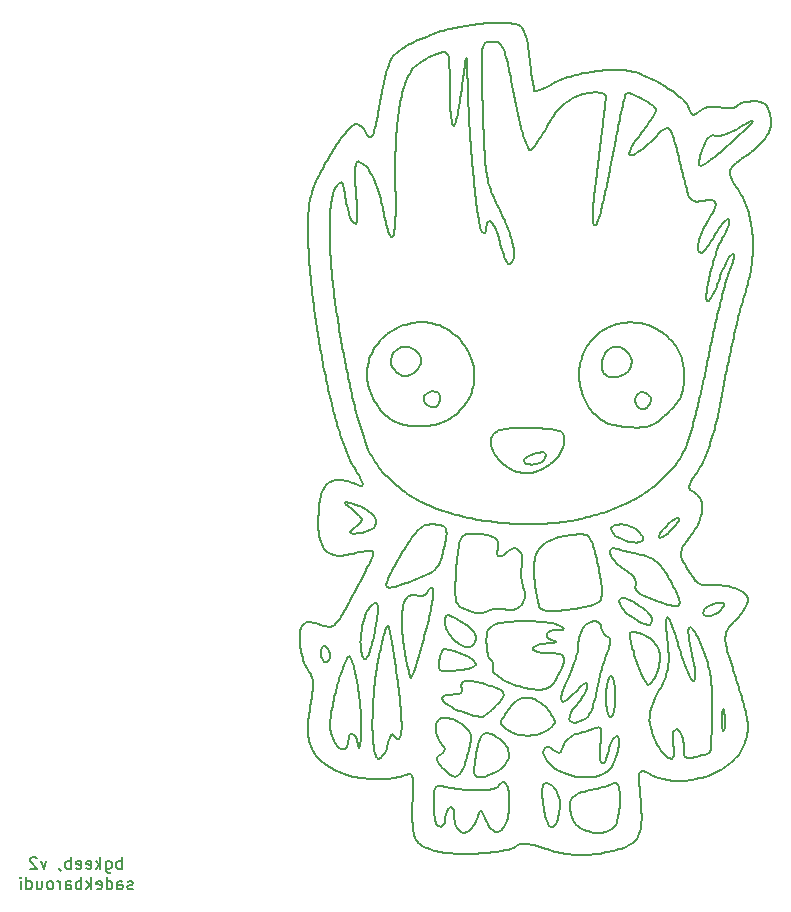
<source format=gbr>
%TF.GenerationSoftware,KiCad,Pcbnew,(5.1.10)-1*%
%TF.CreationDate,2021-12-02T16:11:21-08:00*%
%TF.ProjectId,bgkeeb,62676b65-6562-42e6-9b69-6361645f7063,rev?*%
%TF.SameCoordinates,Original*%
%TF.FileFunction,Legend,Bot*%
%TF.FilePolarity,Positive*%
%FSLAX46Y46*%
G04 Gerber Fmt 4.6, Leading zero omitted, Abs format (unit mm)*
G04 Created by KiCad (PCBNEW (5.1.10)-1) date 2021-12-02 16:11:21*
%MOMM*%
%LPD*%
G01*
G04 APERTURE LIST*
%ADD10C,0.200000*%
G04 APERTURE END LIST*
D10*
X66499335Y-110070984D02*
X66499335Y-109070984D01*
X66499335Y-109451937D02*
X66404097Y-109404318D01*
X66213621Y-109404318D01*
X66118383Y-109451937D01*
X66070764Y-109499556D01*
X66023145Y-109594794D01*
X66023145Y-109880508D01*
X66070764Y-109975746D01*
X66118383Y-110023365D01*
X66213621Y-110070984D01*
X66404097Y-110070984D01*
X66499335Y-110023365D01*
X65166002Y-109404318D02*
X65166002Y-110213842D01*
X65213621Y-110309080D01*
X65261240Y-110356699D01*
X65356478Y-110404318D01*
X65499335Y-110404318D01*
X65594573Y-110356699D01*
X65166002Y-110023365D02*
X65261240Y-110070984D01*
X65451716Y-110070984D01*
X65546954Y-110023365D01*
X65594573Y-109975746D01*
X65642193Y-109880508D01*
X65642193Y-109594794D01*
X65594573Y-109499556D01*
X65546954Y-109451937D01*
X65451716Y-109404318D01*
X65261240Y-109404318D01*
X65166002Y-109451937D01*
X64689812Y-110070984D02*
X64689812Y-109070984D01*
X64594573Y-109690032D02*
X64308859Y-110070984D01*
X64308859Y-109404318D02*
X64689812Y-109785270D01*
X63499335Y-110023365D02*
X63594573Y-110070984D01*
X63785050Y-110070984D01*
X63880288Y-110023365D01*
X63927907Y-109928127D01*
X63927907Y-109547175D01*
X63880288Y-109451937D01*
X63785050Y-109404318D01*
X63594573Y-109404318D01*
X63499335Y-109451937D01*
X63451716Y-109547175D01*
X63451716Y-109642413D01*
X63927907Y-109737651D01*
X62642193Y-110023365D02*
X62737431Y-110070984D01*
X62927907Y-110070984D01*
X63023145Y-110023365D01*
X63070764Y-109928127D01*
X63070764Y-109547175D01*
X63023145Y-109451937D01*
X62927907Y-109404318D01*
X62737431Y-109404318D01*
X62642193Y-109451937D01*
X62594573Y-109547175D01*
X62594573Y-109642413D01*
X63070764Y-109737651D01*
X62166002Y-110070984D02*
X62166002Y-109070984D01*
X62166002Y-109451937D02*
X62070764Y-109404318D01*
X61880288Y-109404318D01*
X61785050Y-109451937D01*
X61737431Y-109499556D01*
X61689812Y-109594794D01*
X61689812Y-109880508D01*
X61737431Y-109975746D01*
X61785050Y-110023365D01*
X61880288Y-110070984D01*
X62070764Y-110070984D01*
X62166002Y-110023365D01*
X61213621Y-110023365D02*
X61213621Y-110070984D01*
X61261240Y-110166223D01*
X61308859Y-110213842D01*
X60118383Y-109404318D02*
X59880288Y-110070984D01*
X59642193Y-109404318D01*
X59308859Y-109166223D02*
X59261240Y-109118604D01*
X59166002Y-109070984D01*
X58927907Y-109070984D01*
X58832669Y-109118604D01*
X58785050Y-109166223D01*
X58737431Y-109261461D01*
X58737431Y-109356699D01*
X58785050Y-109499556D01*
X59356478Y-110070984D01*
X58737431Y-110070984D01*
X67404097Y-111723365D02*
X67308859Y-111770984D01*
X67118383Y-111770984D01*
X67023145Y-111723365D01*
X66975526Y-111628127D01*
X66975526Y-111580508D01*
X67023145Y-111485270D01*
X67118383Y-111437651D01*
X67261240Y-111437651D01*
X67356478Y-111390032D01*
X67404097Y-111294794D01*
X67404097Y-111247175D01*
X67356478Y-111151937D01*
X67261240Y-111104318D01*
X67118383Y-111104318D01*
X67023145Y-111151937D01*
X66118383Y-111770984D02*
X66118383Y-111247175D01*
X66166002Y-111151937D01*
X66261240Y-111104318D01*
X66451716Y-111104318D01*
X66546954Y-111151937D01*
X66118383Y-111723365D02*
X66213621Y-111770984D01*
X66451716Y-111770984D01*
X66546954Y-111723365D01*
X66594573Y-111628127D01*
X66594573Y-111532889D01*
X66546954Y-111437651D01*
X66451716Y-111390032D01*
X66213621Y-111390032D01*
X66118383Y-111342413D01*
X65213621Y-111770984D02*
X65213621Y-110770984D01*
X65213621Y-111723365D02*
X65308859Y-111770984D01*
X65499335Y-111770984D01*
X65594573Y-111723365D01*
X65642193Y-111675746D01*
X65689812Y-111580508D01*
X65689812Y-111294794D01*
X65642193Y-111199556D01*
X65594573Y-111151937D01*
X65499335Y-111104318D01*
X65308859Y-111104318D01*
X65213621Y-111151937D01*
X64356478Y-111723365D02*
X64451716Y-111770984D01*
X64642193Y-111770984D01*
X64737431Y-111723365D01*
X64785050Y-111628127D01*
X64785050Y-111247175D01*
X64737431Y-111151937D01*
X64642193Y-111104318D01*
X64451716Y-111104318D01*
X64356478Y-111151937D01*
X64308859Y-111247175D01*
X64308859Y-111342413D01*
X64785050Y-111437651D01*
X63880288Y-111770984D02*
X63880288Y-110770984D01*
X63785050Y-111390032D02*
X63499335Y-111770984D01*
X63499335Y-111104318D02*
X63880288Y-111485270D01*
X63070764Y-111770984D02*
X63070764Y-110770984D01*
X63070764Y-111151937D02*
X62975526Y-111104318D01*
X62785050Y-111104318D01*
X62689812Y-111151937D01*
X62642193Y-111199556D01*
X62594573Y-111294794D01*
X62594573Y-111580508D01*
X62642193Y-111675746D01*
X62689812Y-111723365D01*
X62785050Y-111770984D01*
X62975526Y-111770984D01*
X63070764Y-111723365D01*
X61737431Y-111770984D02*
X61737431Y-111247175D01*
X61785050Y-111151937D01*
X61880288Y-111104318D01*
X62070764Y-111104318D01*
X62166002Y-111151937D01*
X61737431Y-111723365D02*
X61832669Y-111770984D01*
X62070764Y-111770984D01*
X62166002Y-111723365D01*
X62213621Y-111628127D01*
X62213621Y-111532889D01*
X62166002Y-111437651D01*
X62070764Y-111390032D01*
X61832669Y-111390032D01*
X61737431Y-111342413D01*
X61261240Y-111770984D02*
X61261240Y-111104318D01*
X61261240Y-111294794D02*
X61213621Y-111199556D01*
X61166002Y-111151937D01*
X61070764Y-111104318D01*
X60975526Y-111104318D01*
X60499335Y-111770984D02*
X60594573Y-111723365D01*
X60642193Y-111675746D01*
X60689812Y-111580508D01*
X60689812Y-111294794D01*
X60642193Y-111199556D01*
X60594573Y-111151937D01*
X60499335Y-111104318D01*
X60356478Y-111104318D01*
X60261240Y-111151937D01*
X60213621Y-111199556D01*
X60166002Y-111294794D01*
X60166002Y-111580508D01*
X60213621Y-111675746D01*
X60261240Y-111723365D01*
X60356478Y-111770984D01*
X60499335Y-111770984D01*
X59308859Y-111104318D02*
X59308859Y-111770984D01*
X59737431Y-111104318D02*
X59737431Y-111628127D01*
X59689812Y-111723365D01*
X59594573Y-111770984D01*
X59451716Y-111770984D01*
X59356478Y-111723365D01*
X59308859Y-111675746D01*
X58404097Y-111770984D02*
X58404097Y-110770984D01*
X58404097Y-111723365D02*
X58499335Y-111770984D01*
X58689812Y-111770984D01*
X58785050Y-111723365D01*
X58832669Y-111675746D01*
X58880288Y-111580508D01*
X58880288Y-111294794D01*
X58832669Y-111199556D01*
X58785050Y-111151937D01*
X58689812Y-111104318D01*
X58499335Y-111104318D01*
X58404097Y-111151937D01*
X57927907Y-111770984D02*
X57927907Y-111104318D01*
X57927907Y-110770984D02*
X57975526Y-110818604D01*
X57927907Y-110866223D01*
X57880288Y-110818604D01*
X57927907Y-110770984D01*
X57927907Y-110866223D01*
X116929053Y-49555764D02*
X117103965Y-49407634D01*
X117103965Y-49407634D02*
X117278316Y-49258902D01*
X117278316Y-49258902D02*
X117452116Y-49109576D01*
X117452116Y-49109576D02*
X117625375Y-48959664D01*
X117625375Y-48959664D02*
X117798105Y-48809176D01*
X117798105Y-48809176D02*
X117970314Y-48658120D01*
X117970314Y-48658120D02*
X118142015Y-48506505D01*
X118142015Y-48506505D02*
X118313216Y-48354340D01*
X118313216Y-48354340D02*
X118483929Y-48201633D01*
X118483929Y-48201633D02*
X118654163Y-48048394D01*
X118654163Y-48048394D02*
X118767393Y-47945944D01*
X90410713Y-65851304D02*
X90410713Y-65851304D01*
X115373633Y-50124204D02*
X115350523Y-50332714D01*
X115350523Y-50332714D02*
X115370093Y-50456104D01*
X115495092Y-50541724D02*
X115693147Y-50479359D01*
X115693147Y-50479359D02*
X115874486Y-50374433D01*
X115874486Y-50374433D02*
X115955513Y-50322364D01*
X116759473Y-47981624D02*
X116549280Y-47952760D01*
X116549280Y-47952760D02*
X116365933Y-47985184D01*
X119911353Y-46806384D02*
X119878433Y-46758184D01*
X116063433Y-48269864D02*
X115955422Y-48443821D01*
X115955422Y-48443821D02*
X115864237Y-48626653D01*
X115864237Y-48626653D02*
X115785478Y-48815747D01*
X115785478Y-48815747D02*
X115714744Y-49008491D01*
X115714744Y-49008491D02*
X115647636Y-49202271D01*
X115647636Y-49202271D02*
X115625313Y-49266644D01*
X119878433Y-46758184D02*
X119783853Y-46769784D01*
X115625313Y-49266644D02*
X115555697Y-49478687D01*
X115555697Y-49478687D02*
X115488853Y-49692071D01*
X115488853Y-49692071D02*
X115427318Y-49907131D01*
X115427318Y-49907131D02*
X115373633Y-50124204D01*
X117386973Y-47934324D02*
X117173347Y-47980426D01*
X117173347Y-47980426D02*
X116956439Y-48001068D01*
X116956439Y-48001068D02*
X116759473Y-47981624D01*
X115370093Y-50456104D02*
X115495092Y-50541724D01*
X115955513Y-50322364D02*
X116145012Y-50187997D01*
X116145012Y-50187997D02*
X116329797Y-50047232D01*
X116329797Y-50047232D02*
X116511218Y-49901935D01*
X116511218Y-49901935D02*
X116690629Y-49753971D01*
X116690629Y-49753971D02*
X116869381Y-49605207D01*
X116869381Y-49605207D02*
X116929053Y-49555764D01*
X118464893Y-47481005D02*
X118271815Y-47586028D01*
X118271815Y-47586028D02*
X118074314Y-47682712D01*
X118074314Y-47682712D02*
X117872619Y-47770244D01*
X117872619Y-47770244D02*
X117666958Y-47847810D01*
X117666958Y-47847810D02*
X117457562Y-47914597D01*
X117457562Y-47914597D02*
X117386973Y-47934324D01*
X119828433Y-46923264D02*
X119911353Y-46806384D01*
X118767393Y-47945944D02*
X118937062Y-47790179D01*
X118937062Y-47790179D02*
X119106077Y-47633732D01*
X119106077Y-47633732D02*
X119273904Y-47476049D01*
X119273904Y-47476049D02*
X119440008Y-47316580D01*
X119440008Y-47316580D02*
X119603855Y-47154773D01*
X119603855Y-47154773D02*
X119764911Y-46990075D01*
X119764911Y-46990075D02*
X119828433Y-46923264D01*
X116365933Y-47985184D02*
X116196008Y-48105444D01*
X116196008Y-48105444D02*
X116063433Y-48269864D01*
X119783853Y-46769784D02*
X119783853Y-46769784D01*
X119783853Y-46769784D02*
X119568033Y-46862222D01*
X119568033Y-46862222D02*
X119358049Y-46966017D01*
X119358049Y-46966017D02*
X119152380Y-47078145D01*
X119152380Y-47078145D02*
X118949503Y-47195582D01*
X118949503Y-47195582D02*
X118747899Y-47315306D01*
X118747899Y-47315306D02*
X118546045Y-47434293D01*
X118546045Y-47434293D02*
X118464893Y-47481005D01*
X108325733Y-65869224D02*
X108325733Y-65869224D01*
X92798633Y-69616104D02*
X92798633Y-69616104D01*
X90494473Y-65847764D02*
X90410713Y-65851304D01*
X92002593Y-63772984D02*
X92002593Y-63772984D01*
X110467392Y-72680484D02*
X110226834Y-72691451D01*
X110226834Y-72691451D02*
X109986124Y-72692619D01*
X109986124Y-72692619D02*
X109745413Y-72685293D01*
X109745413Y-72685293D02*
X109504856Y-72670780D01*
X109504856Y-72670780D02*
X109264603Y-72650386D01*
X109264603Y-72650386D02*
X109024808Y-72625419D01*
X109024808Y-72625419D02*
X108929053Y-72614444D01*
X91347593Y-66160064D02*
X91182120Y-66043015D01*
X91182120Y-66043015D02*
X91001878Y-65949882D01*
X91001878Y-65949882D02*
X90810281Y-65884601D01*
X90810281Y-65884601D02*
X90610744Y-65851112D01*
X90610744Y-65851112D02*
X90494473Y-65847764D01*
X113746973Y-66462564D02*
X113824848Y-66652152D01*
X113824848Y-66652152D02*
X113892548Y-66845156D01*
X113892548Y-66845156D02*
X113950445Y-67041135D01*
X113950445Y-67041135D02*
X113998910Y-67239647D01*
X113998910Y-67239647D02*
X114038316Y-67440251D01*
X114038316Y-67440251D02*
X114069034Y-67642508D01*
X114069034Y-67642508D02*
X114091435Y-67845976D01*
X114091435Y-67845976D02*
X114105892Y-68050214D01*
X114105892Y-68050214D02*
X114112777Y-68254782D01*
X114112777Y-68254782D02*
X114112460Y-68459239D01*
X114112460Y-68459239D02*
X114108433Y-68595264D01*
X91843853Y-66812344D02*
X91759480Y-66622863D01*
X91759480Y-66622863D02*
X91642515Y-66452071D01*
X91642515Y-66452071D02*
X91502153Y-66298345D01*
X91502153Y-66298345D02*
X91347593Y-66160064D01*
X90410713Y-65851304D02*
X90189114Y-65892096D01*
X90189114Y-65892096D02*
X89978535Y-65972515D01*
X89978535Y-65972515D02*
X89785023Y-66088516D01*
X89785023Y-66088516D02*
X89614622Y-66236058D01*
X89614622Y-66236058D02*
X89473378Y-66411096D01*
X89473378Y-66411096D02*
X89367338Y-66609586D01*
X89367338Y-66609586D02*
X89336133Y-66694644D01*
X93234053Y-69725064D02*
X93038169Y-69643018D01*
X93038169Y-69643018D02*
X92827088Y-69615616D01*
X92827088Y-69615616D02*
X92798633Y-69616104D01*
X92911133Y-70989444D02*
X93106081Y-70942831D01*
X93106081Y-70942831D02*
X93267037Y-70804806D01*
X93267037Y-70804806D02*
X93274273Y-70793184D01*
X102049673Y-74780264D02*
X102049673Y-74780264D01*
X108929053Y-72614444D02*
X108706118Y-72584740D01*
X108706118Y-72584740D02*
X108483596Y-72550248D01*
X108483596Y-72550248D02*
X108262252Y-72508858D01*
X108262252Y-72508858D02*
X108042853Y-72458459D01*
X108042853Y-72458459D02*
X107826166Y-72396944D01*
X107826166Y-72396944D02*
X107754673Y-72373604D01*
X87308853Y-68883604D02*
X87273308Y-68649429D01*
X87273308Y-68649429D02*
X87253360Y-68413492D01*
X87253360Y-68413492D02*
X87248369Y-68176655D01*
X87248369Y-68176655D02*
X87257697Y-67939783D01*
X87257697Y-67939783D02*
X87280703Y-67703737D01*
X87280703Y-67703737D02*
X87316747Y-67469380D01*
X87316747Y-67469380D02*
X87334673Y-67376304D01*
X108258853Y-68417764D02*
X108479358Y-68389658D01*
X108479358Y-68389658D02*
X108696616Y-68337487D01*
X108696616Y-68337487D02*
X108905533Y-68259553D01*
X108905533Y-68259553D02*
X109101019Y-68154159D01*
X109101019Y-68154159D02*
X109277981Y-68019607D01*
X109277981Y-68019607D02*
X109331973Y-67967984D01*
X105433633Y-69663404D02*
X105368990Y-69425773D01*
X105368990Y-69425773D02*
X105315719Y-69185103D01*
X105315719Y-69185103D02*
X105274052Y-68942025D01*
X105274052Y-68942025D02*
X105244219Y-68697169D01*
X105244219Y-68697169D02*
X105226453Y-68451166D01*
X105226453Y-68451166D02*
X105220985Y-68204645D01*
X105220985Y-68204645D02*
X105228048Y-67958238D01*
X105228048Y-67958238D02*
X105247873Y-67712575D01*
X105247873Y-67712575D02*
X105280691Y-67468286D01*
X105280691Y-67468286D02*
X105326735Y-67226001D01*
X105326735Y-67226001D02*
X105364893Y-67065904D01*
X108325713Y-65869224D02*
X108112797Y-65898605D01*
X108112797Y-65898605D02*
X107910593Y-65969686D01*
X107910593Y-65969686D02*
X107724935Y-66077630D01*
X107724935Y-66077630D02*
X107561658Y-66217599D01*
X107561658Y-66217599D02*
X107426595Y-66384758D01*
X107426595Y-66384758D02*
X107388853Y-66445684D01*
X92099053Y-70033804D02*
X92052089Y-70232259D01*
X92052089Y-70232259D02*
X92086317Y-70433877D01*
X92086317Y-70433877D02*
X92181133Y-70594224D01*
X87334673Y-67376304D02*
X87392102Y-67133015D01*
X87392102Y-67133015D02*
X87463855Y-66893538D01*
X87463855Y-66893538D02*
X87549606Y-66658694D01*
X87549606Y-66658694D02*
X87649030Y-66429306D01*
X87649030Y-66429306D02*
X87761804Y-66206197D01*
X87761804Y-66206197D02*
X87887602Y-65990188D01*
X87887602Y-65990188D02*
X88026099Y-65782103D01*
X88026099Y-65782103D02*
X88176973Y-65582764D01*
X106368853Y-65201724D02*
X106539576Y-65020564D01*
X106539576Y-65020564D02*
X106720720Y-64849734D01*
X106720720Y-64849734D02*
X106911670Y-64689934D01*
X106911670Y-64689934D02*
X107111810Y-64541864D01*
X107111810Y-64541864D02*
X107320526Y-64406225D01*
X107320526Y-64406225D02*
X107537202Y-64283718D01*
X107537202Y-64283718D02*
X107761222Y-64175044D01*
X107761222Y-64175044D02*
X107991973Y-64080904D01*
X90823013Y-72544844D02*
X90592205Y-72506821D01*
X90592205Y-72506821D02*
X90362764Y-72458366D01*
X90362764Y-72458366D02*
X90136301Y-72397715D01*
X90136301Y-72397715D02*
X89914429Y-72323103D01*
X89914429Y-72323103D02*
X89698759Y-72232768D01*
X89698759Y-72232768D02*
X89490905Y-72124945D01*
X89490905Y-72124945D02*
X89410313Y-72076524D01*
X107388853Y-66445684D02*
X107287180Y-66632444D01*
X107287180Y-66632444D02*
X107207867Y-66830183D01*
X107207867Y-66830183D02*
X107151973Y-67035901D01*
X107151973Y-67035901D02*
X107120556Y-67246599D01*
X107120556Y-67246599D02*
X107114673Y-67459277D01*
X107114673Y-67459277D02*
X107135385Y-67670937D01*
X107135385Y-67670937D02*
X107151353Y-67754644D01*
X92798633Y-69616104D02*
X92590922Y-69654797D01*
X92590922Y-69654797D02*
X92395960Y-69738629D01*
X92395960Y-69738629D02*
X92227439Y-69865623D01*
X92227439Y-69865623D02*
X92099053Y-70033804D01*
X109981973Y-70238184D02*
X109960692Y-70460566D01*
X109960692Y-70460566D02*
X109999260Y-70681331D01*
X109999260Y-70681331D02*
X110096579Y-70881512D01*
X110096579Y-70881512D02*
X110251553Y-71042144D01*
X107991973Y-64080904D02*
X108190799Y-64010614D01*
X108190799Y-64010614D02*
X108392751Y-63949836D01*
X108392751Y-63949836D02*
X108597360Y-63898706D01*
X108597360Y-63898706D02*
X108804158Y-63857361D01*
X108804158Y-63857361D02*
X109012674Y-63825938D01*
X109012674Y-63825938D02*
X109222441Y-63804573D01*
X109222441Y-63804573D02*
X109432990Y-63793402D01*
X109432990Y-63793402D02*
X109643853Y-63792564D01*
X88176973Y-65582764D02*
X88324341Y-65406309D01*
X88324341Y-65406309D02*
X88480014Y-65237174D01*
X88480014Y-65237174D02*
X88643597Y-65075702D01*
X88643597Y-65075702D02*
X88814691Y-64922235D01*
X88814691Y-64922235D02*
X88992901Y-64777117D01*
X88992901Y-64777117D02*
X89177830Y-64640690D01*
X89177830Y-64640690D02*
X89369081Y-64513297D01*
X89369081Y-64513297D02*
X89566258Y-64395281D01*
X89566258Y-64395281D02*
X89768962Y-64286985D01*
X89768962Y-64286985D02*
X89976799Y-64188752D01*
X89976799Y-64188752D02*
X90118013Y-64129024D01*
X106475093Y-71503604D02*
X106340081Y-71355664D01*
X106340081Y-71355664D02*
X106212690Y-71201356D01*
X106212690Y-71201356D02*
X106092958Y-71041124D01*
X106092958Y-71041124D02*
X105980924Y-70875412D01*
X105980924Y-70875412D02*
X105876627Y-70704664D01*
X105876627Y-70704664D02*
X105780106Y-70529324D01*
X105780106Y-70529324D02*
X105691399Y-70349837D01*
X105691399Y-70349837D02*
X105610547Y-70166645D01*
X105610547Y-70166645D02*
X105537587Y-69980194D01*
X105537587Y-69980194D02*
X105472559Y-69790927D01*
X105472559Y-69790927D02*
X105433633Y-69663404D01*
X110752173Y-71119024D02*
X110930400Y-71021867D01*
X110930400Y-71021867D02*
X111087634Y-70892499D01*
X111087634Y-70892499D02*
X111210885Y-70732035D01*
X111210885Y-70732035D02*
X111259893Y-70629864D01*
X112399473Y-64745684D02*
X112559332Y-64876499D01*
X112559332Y-64876499D02*
X112713342Y-65014345D01*
X112713342Y-65014345D02*
X112861128Y-65158947D01*
X112861128Y-65158947D02*
X113002310Y-65310028D01*
X113002310Y-65310028D02*
X113136514Y-65467315D01*
X113136514Y-65467315D02*
X113263361Y-65630533D01*
X113263361Y-65630533D02*
X113382475Y-65799408D01*
X113382475Y-65799408D02*
X113493479Y-65973663D01*
X113493479Y-65973663D02*
X113595995Y-66153025D01*
X113595995Y-66153025D02*
X113689648Y-66337219D01*
X113689648Y-66337219D02*
X113746973Y-66462564D01*
X92002593Y-63772984D02*
X92241785Y-63785536D01*
X92241785Y-63785536D02*
X92479982Y-63811637D01*
X92479982Y-63811637D02*
X92716366Y-63851180D01*
X92716366Y-63851180D02*
X92950117Y-63904056D01*
X92950117Y-63904056D02*
X93180417Y-63970160D01*
X93180417Y-63970160D02*
X93406447Y-64049385D01*
X93406447Y-64049385D02*
X93627387Y-64141624D01*
X93627387Y-64141624D02*
X93842420Y-64246769D01*
X93842420Y-64246769D02*
X94050727Y-64364714D01*
X94050727Y-64364714D02*
X94251488Y-64495352D01*
X94251488Y-64495352D02*
X94380733Y-64589444D01*
X107151353Y-67754644D02*
X107215358Y-67951302D01*
X107215358Y-67951302D02*
X107323447Y-68125093D01*
X107323447Y-68125093D02*
X107395093Y-68188404D01*
X95670313Y-65983404D02*
X95791650Y-66189760D01*
X95791650Y-66189760D02*
X95902353Y-66402358D01*
X95902353Y-66402358D02*
X96001961Y-66620562D01*
X96001961Y-66620562D02*
X96090012Y-66843734D01*
X96090012Y-66843734D02*
X96166044Y-67071239D01*
X96166044Y-67071239D02*
X96229596Y-67302438D01*
X96229596Y-67302438D02*
X96280206Y-67536697D01*
X96280206Y-67536697D02*
X96317412Y-67773377D01*
X96317412Y-67773377D02*
X96340754Y-68011843D01*
X96340754Y-68011843D02*
X96349769Y-68251457D01*
X96349769Y-68251457D02*
X96347593Y-68411524D01*
X109070933Y-66105684D02*
X108878092Y-65992965D01*
X108878092Y-65992965D02*
X108669264Y-65914093D01*
X108669264Y-65914093D02*
X108450004Y-65873544D01*
X108450004Y-65873544D02*
X108325733Y-65869224D01*
X113830713Y-70068604D02*
X113731635Y-70255061D01*
X113731635Y-70255061D02*
X113620264Y-70433485D01*
X113620264Y-70433485D02*
X113498370Y-70604808D01*
X113498370Y-70604808D02*
X113367723Y-70769964D01*
X113367723Y-70769964D02*
X113230093Y-70929884D01*
X113230093Y-70929884D02*
X113087251Y-71085502D01*
X113087251Y-71085502D02*
X112940967Y-71237751D01*
X112940967Y-71237751D02*
X112793013Y-71387564D01*
X109643853Y-63792564D02*
X109643853Y-63792564D01*
X111566973Y-72376304D02*
X111372673Y-72469852D01*
X111372673Y-72469852D02*
X111171339Y-72546722D01*
X111171339Y-72546722D02*
X110964371Y-72606757D01*
X110964371Y-72606757D02*
X110753167Y-72649799D01*
X110753167Y-72649799D02*
X110539127Y-72675691D01*
X110539127Y-72675691D02*
X110467392Y-72680484D01*
X114108433Y-68595264D02*
X114098187Y-68830371D01*
X114098187Y-68830371D02*
X114080498Y-69066048D01*
X114080498Y-69066048D02*
X114052069Y-69300669D01*
X114052069Y-69300669D02*
X114009606Y-69532609D01*
X114009606Y-69532609D02*
X113949813Y-69760244D01*
X113949813Y-69760244D02*
X113869394Y-69981947D01*
X113869394Y-69981947D02*
X113830713Y-70068604D01*
X94380733Y-64589444D02*
X94569072Y-64736186D01*
X94569072Y-64736186D02*
X94750296Y-64891616D01*
X94750296Y-64891616D02*
X94924085Y-65055320D01*
X94924085Y-65055320D02*
X95090120Y-65226881D01*
X95090120Y-65226881D02*
X95248080Y-65405885D01*
X95248080Y-65405885D02*
X95397645Y-65591917D01*
X95397645Y-65591917D02*
X95538496Y-65784561D01*
X95538496Y-65784561D02*
X95670313Y-65983404D01*
X93274273Y-70793184D02*
X93381144Y-70603811D01*
X93381144Y-70603811D02*
X93449885Y-70396883D01*
X93449885Y-70396883D02*
X93470727Y-70181052D01*
X93470727Y-70181052D02*
X93458013Y-70060484D01*
X89336133Y-66694644D02*
X89295007Y-66911777D01*
X89295007Y-66911777D02*
X89290126Y-67133227D01*
X89290126Y-67133227D02*
X89323700Y-67351469D01*
X89323700Y-67351469D02*
X89397940Y-67558980D01*
X89397940Y-67558980D02*
X89459473Y-67669844D01*
X95653213Y-70641524D02*
X95502952Y-70851973D01*
X95502952Y-70851973D02*
X95339808Y-71052336D01*
X95339808Y-71052336D02*
X95164587Y-71242128D01*
X95164587Y-71242128D02*
X94978096Y-71420867D01*
X94978096Y-71420867D02*
X94781142Y-71588068D01*
X94781142Y-71588068D02*
X94574530Y-71743246D01*
X94574530Y-71743246D02*
X94359068Y-71885917D01*
X94359068Y-71885917D02*
X94135562Y-72015599D01*
X94135562Y-72015599D02*
X93904818Y-72131805D01*
X93904818Y-72131805D02*
X93667643Y-72234052D01*
X93667643Y-72234052D02*
X93506353Y-72294224D01*
X109331973Y-67967984D02*
X109472169Y-67796633D01*
X109472169Y-67796633D02*
X109579461Y-67602229D01*
X109579461Y-67602229D02*
X109647387Y-67391744D01*
X109647387Y-67391744D02*
X109669486Y-67172151D01*
X109669486Y-67172151D02*
X109659053Y-67045264D01*
X107395093Y-68188404D02*
X107563547Y-68297007D01*
X107563547Y-68297007D02*
X107776189Y-68379114D01*
X107776189Y-68379114D02*
X107972984Y-68416399D01*
X107972984Y-68416399D02*
X108173382Y-68423485D01*
X108173382Y-68423485D02*
X108258853Y-68417764D01*
X91038853Y-68191944D02*
X91223872Y-68068942D01*
X91223872Y-68068942D02*
X91390977Y-67923037D01*
X91390977Y-67923037D02*
X91539342Y-67757687D01*
X91539342Y-67757687D02*
X91668141Y-67576352D01*
X91668141Y-67576352D02*
X91776550Y-67382490D01*
X91776550Y-67382490D02*
X91808013Y-67315684D01*
X90263433Y-68299844D02*
X90461612Y-68327987D01*
X90461612Y-68327987D02*
X90661845Y-68320271D01*
X90661845Y-68320271D02*
X90880342Y-68267072D01*
X90880342Y-68267072D02*
X91038853Y-68191944D01*
X92181133Y-70594224D02*
X92326864Y-70751514D01*
X92326864Y-70751514D02*
X92501523Y-70877221D01*
X92501523Y-70877221D02*
X92698486Y-70960234D01*
X92698486Y-70960234D02*
X92911133Y-70989444D01*
X96347593Y-68411524D02*
X96336030Y-68632976D01*
X96336030Y-68632976D02*
X96313409Y-68853703D01*
X96313409Y-68853703D02*
X96279723Y-69073069D01*
X96279723Y-69073069D02*
X96234967Y-69290437D01*
X96234967Y-69290437D02*
X96179134Y-69505171D01*
X96179134Y-69505171D02*
X96112217Y-69716634D01*
X96112217Y-69716634D02*
X96034211Y-69924191D01*
X96034211Y-69924191D02*
X95945110Y-70127205D01*
X95945110Y-70127205D02*
X95844906Y-70325039D01*
X95844906Y-70325039D02*
X95733595Y-70517057D01*
X95733595Y-70517057D02*
X95653213Y-70641524D01*
X110494273Y-69707144D02*
X110494273Y-69707144D01*
X111259893Y-70629864D02*
X111301250Y-70426830D01*
X111301250Y-70426830D02*
X111280929Y-70220814D01*
X111280929Y-70220814D02*
X111193279Y-70034589D01*
X111193279Y-70034589D02*
X111167173Y-70001724D01*
X89459473Y-67669844D02*
X89592468Y-67855796D01*
X89592468Y-67855796D02*
X89751308Y-68021655D01*
X89751308Y-68021655D02*
X89933849Y-68159410D01*
X89933849Y-68159410D02*
X90137949Y-68261055D01*
X90137949Y-68261055D02*
X90263433Y-68299844D01*
X93458013Y-70060484D02*
X93383150Y-69866756D01*
X93383150Y-69866756D02*
X93234053Y-69725064D01*
X93506353Y-72294224D02*
X93263785Y-72373409D01*
X93263785Y-72373409D02*
X93017841Y-72440474D01*
X93017841Y-72440474D02*
X92769046Y-72495626D01*
X92769046Y-72495626D02*
X92517924Y-72539072D01*
X92517924Y-72539072D02*
X92264998Y-72571019D01*
X92264998Y-72571019D02*
X92010795Y-72591674D01*
X92010795Y-72591674D02*
X91755837Y-72601244D01*
X91755837Y-72601244D02*
X91500649Y-72599937D01*
X91500649Y-72599937D02*
X91245756Y-72587958D01*
X91245756Y-72587958D02*
X90991682Y-72565516D01*
X90991682Y-72565516D02*
X90823013Y-72544844D01*
X90118013Y-64129024D02*
X90343656Y-64043413D01*
X90343656Y-64043413D02*
X90573201Y-63968854D01*
X90573201Y-63968854D02*
X90806116Y-63905693D01*
X90806116Y-63905693D02*
X91041868Y-63854276D01*
X91041868Y-63854276D02*
X91279923Y-63814950D01*
X91279923Y-63814950D02*
X91519751Y-63788061D01*
X91519751Y-63788061D02*
X91760818Y-63773957D01*
X91760818Y-63773957D02*
X92002593Y-63772984D01*
X112793013Y-71387564D02*
X112616779Y-71560099D01*
X112616779Y-71560099D02*
X112436936Y-71729706D01*
X112436936Y-71729706D02*
X112252072Y-71893824D01*
X112252072Y-71893824D02*
X112060776Y-72049893D01*
X112060776Y-72049893D02*
X111861635Y-72195354D01*
X111861635Y-72195354D02*
X111653239Y-72327647D01*
X111653239Y-72327647D02*
X111566973Y-72376304D01*
X88011973Y-70641524D02*
X87889669Y-70437342D01*
X87889669Y-70437342D02*
X87776099Y-70228007D01*
X87776099Y-70228007D02*
X87671812Y-70013873D01*
X87671812Y-70013873D02*
X87577358Y-69795294D01*
X87577358Y-69795294D02*
X87493285Y-69572623D01*
X87493285Y-69572623D02*
X87420144Y-69346215D01*
X87420144Y-69346215D02*
X87358483Y-69116424D01*
X87358483Y-69116424D02*
X87308853Y-68883604D01*
X111167173Y-70001724D02*
X111013237Y-69849327D01*
X111013237Y-69849327D02*
X110825029Y-69742461D01*
X110825029Y-69742461D02*
X110615340Y-69698284D01*
X110615340Y-69698284D02*
X110494273Y-69707144D01*
X107754673Y-72373604D02*
X107529818Y-72279432D01*
X107529818Y-72279432D02*
X107313824Y-72167084D01*
X107313824Y-72167084D02*
X107106941Y-72038406D01*
X107106941Y-72038406D02*
X106909422Y-71895244D01*
X106909422Y-71895244D02*
X106721520Y-71739443D01*
X106721520Y-71739443D02*
X106543486Y-71572850D01*
X106543486Y-71572850D02*
X106475093Y-71503604D01*
X110251553Y-71042144D02*
X110445349Y-71133086D01*
X110445349Y-71133086D02*
X110657244Y-71147659D01*
X110657244Y-71147659D02*
X110752173Y-71119024D01*
X91808013Y-67315684D02*
X91868748Y-67114494D01*
X91868748Y-67114494D02*
X91869878Y-66905988D01*
X91869878Y-66905988D02*
X91843853Y-66812344D01*
X89410313Y-72076524D02*
X89199005Y-71937555D01*
X89199005Y-71937555D02*
X88998077Y-71784597D01*
X88998077Y-71784597D02*
X88807555Y-71618870D01*
X88807555Y-71618870D02*
X88627465Y-71441599D01*
X88627465Y-71441599D02*
X88457835Y-71254005D01*
X88457835Y-71254005D02*
X88298692Y-71057313D01*
X88298692Y-71057313D02*
X88150062Y-70852745D01*
X88150062Y-70852745D02*
X88011973Y-70641524D01*
X109659053Y-67045264D02*
X109612667Y-66836567D01*
X109612667Y-66836567D02*
X109533721Y-66638059D01*
X109533721Y-66638059D02*
X109424981Y-66454080D01*
X109424981Y-66454080D02*
X109289214Y-66288971D01*
X109289214Y-66288971D02*
X109129187Y-66147074D01*
X109129187Y-66147074D02*
X109070933Y-66105684D01*
X105364893Y-67065904D02*
X105420532Y-66873516D01*
X105420532Y-66873516D02*
X105484478Y-66683682D01*
X105484478Y-66683682D02*
X105556611Y-66496781D01*
X105556611Y-66496781D02*
X105636812Y-66313190D01*
X105636812Y-66313190D02*
X105724961Y-66133287D01*
X105724961Y-66133287D02*
X105820940Y-65957449D01*
X105820940Y-65957449D02*
X105924628Y-65786054D01*
X105924628Y-65786054D02*
X106035907Y-65619480D01*
X106035907Y-65619480D02*
X106154657Y-65458104D01*
X106154657Y-65458104D02*
X106280759Y-65302305D01*
X106280759Y-65302305D02*
X106368853Y-65201724D01*
X110494273Y-69707144D02*
X110292778Y-69790528D01*
X110292778Y-69790528D02*
X110128673Y-69934381D01*
X110128673Y-69934381D02*
X110016499Y-70121655D01*
X110016499Y-70121655D02*
X109981973Y-70238184D01*
X102315713Y-74826724D02*
X102117760Y-74779994D01*
X102117760Y-74779994D02*
X102049673Y-74780264D01*
X101920313Y-75674445D02*
X102099622Y-75572326D01*
X102099622Y-75572326D02*
X102238013Y-75420064D01*
X106349273Y-44329164D02*
X106135950Y-44350323D01*
X106135950Y-44350323D02*
X105923592Y-44381750D01*
X105923592Y-44381750D02*
X105712889Y-44423545D01*
X105712889Y-44423545D02*
X105504532Y-44475810D01*
X105504532Y-44475810D02*
X105299210Y-44538646D01*
X105299210Y-44538646D02*
X105097612Y-44612155D01*
X105097612Y-44612155D02*
X104900430Y-44696438D01*
X104900430Y-44696438D02*
X104708353Y-44791595D01*
X104708353Y-44791595D02*
X104522071Y-44897728D01*
X104522071Y-44897728D02*
X104342274Y-45014939D01*
X104342274Y-45014939D02*
X104226353Y-45099284D01*
X100758433Y-75763604D02*
X100976349Y-75809299D01*
X100976349Y-75809299D02*
X101197999Y-75823378D01*
X101197999Y-75823378D02*
X101419996Y-75808370D01*
X101419996Y-75808370D02*
X101638953Y-75766805D01*
X101638953Y-75766805D02*
X101851483Y-75701211D01*
X101851483Y-75701211D02*
X101920313Y-75674445D01*
X100879053Y-75122984D02*
X100693847Y-75231332D01*
X100693847Y-75231332D02*
X100540625Y-75378265D01*
X100540625Y-75378265D02*
X100509473Y-75431724D01*
X102049673Y-74780264D02*
X101820827Y-74805884D01*
X101820827Y-74805884D02*
X101595530Y-74852048D01*
X101595530Y-74852048D02*
X101374473Y-74916318D01*
X101374473Y-74916318D02*
X101158349Y-74996252D01*
X101158349Y-74996252D02*
X100947849Y-75089413D01*
X100947849Y-75089413D02*
X100879053Y-75122984D01*
X98831973Y-75837764D02*
X98665374Y-75696156D01*
X98665374Y-75696156D02*
X98508359Y-75543479D01*
X98508359Y-75543479D02*
X98362057Y-75380379D01*
X98362057Y-75380379D02*
X98227595Y-75207509D01*
X98227595Y-75207509D02*
X98106101Y-75025516D01*
X98106101Y-75025516D02*
X97998704Y-74835051D01*
X97998704Y-74835051D02*
X97906532Y-74636764D01*
X97906532Y-74636764D02*
X97830713Y-74431304D01*
X106604473Y-52092764D02*
X106632586Y-51852871D01*
X106632586Y-51852871D02*
X106661043Y-51613031D01*
X106661043Y-51613031D02*
X106689802Y-51373238D01*
X106689802Y-51373238D02*
X106718828Y-51133485D01*
X106718828Y-51133485D02*
X106748080Y-50893767D01*
X106748080Y-50893767D02*
X106777521Y-50654078D01*
X106777521Y-50654078D02*
X106807112Y-50414410D01*
X106807112Y-50414410D02*
X106836815Y-50174759D01*
X106836815Y-50174759D02*
X106866591Y-49935117D01*
X106866591Y-49935117D02*
X106896402Y-49695479D01*
X106896402Y-49695479D02*
X106926210Y-49455838D01*
X106926210Y-49455838D02*
X106955976Y-49216189D01*
X106955976Y-49216189D02*
X106985662Y-48976525D01*
X106985662Y-48976525D02*
X107015228Y-48736840D01*
X107015228Y-48736840D02*
X107044638Y-48497129D01*
X107044638Y-48497129D02*
X107073853Y-48257384D01*
X103934473Y-73487344D02*
X103958494Y-73707996D01*
X103958494Y-73707996D02*
X103949193Y-73928643D01*
X103949193Y-73928643D02*
X103911086Y-74146861D01*
X103911086Y-74146861D02*
X103848688Y-74360228D01*
X103848688Y-74360228D02*
X103766517Y-74566321D01*
X103766517Y-74566321D02*
X103735513Y-74632984D01*
X110243433Y-44702184D02*
X110052099Y-44614506D01*
X110052099Y-44614506D02*
X109857625Y-44533521D01*
X109857625Y-44533521D02*
X109659285Y-44463242D01*
X109659285Y-44463242D02*
X109456353Y-44407684D01*
X97759273Y-40012784D02*
X97759273Y-40012784D01*
X85404473Y-79018184D02*
X85404473Y-79018184D01*
X111746353Y-45905084D02*
X111725733Y-45701624D01*
X107073853Y-48257384D02*
X107099257Y-48049394D01*
X107099257Y-48049394D02*
X107124602Y-47841384D01*
X107124602Y-47841384D02*
X107149874Y-47633353D01*
X107149874Y-47633353D02*
X107175055Y-47425300D01*
X107175055Y-47425300D02*
X107200132Y-47217227D01*
X107200132Y-47217227D02*
X107225089Y-47009133D01*
X107225089Y-47009133D02*
X107249910Y-46801019D01*
X107249910Y-46801019D02*
X107274580Y-46592884D01*
X107274580Y-46592884D02*
X107299084Y-46384728D01*
X107299084Y-46384728D02*
X107323407Y-46176551D01*
X107323407Y-46176551D02*
X107347532Y-45968354D01*
X107347532Y-45968354D02*
X107371446Y-45760137D01*
X107371446Y-45760137D02*
X107395132Y-45551899D01*
X107395132Y-45551899D02*
X107418575Y-45343641D01*
X107418575Y-45343641D02*
X107441761Y-45135362D01*
X107441761Y-45135362D02*
X107464673Y-44927064D01*
X97813633Y-73500684D02*
X97911921Y-73313025D01*
X97911921Y-73313025D02*
X98052427Y-73155009D01*
X98052427Y-73155009D02*
X98224505Y-73031753D01*
X98224505Y-73031753D02*
X98261773Y-73011724D01*
X97830713Y-74431304D02*
X97778726Y-74230974D01*
X97778726Y-74230974D02*
X97749901Y-74025195D01*
X97749901Y-74025195D02*
X97748740Y-73818206D01*
X97748740Y-73818206D02*
X97779743Y-73614243D01*
X97779743Y-73614243D02*
X97813633Y-73500684D01*
X101724892Y-48469744D02*
X101595916Y-48651994D01*
X101595916Y-48651994D02*
X101462000Y-48830721D01*
X101462000Y-48830721D02*
X101319215Y-49002079D01*
X101319215Y-49002079D02*
X101163633Y-49162224D01*
X107480733Y-44629004D02*
X107363351Y-44463467D01*
X107363351Y-44463467D02*
X107336133Y-44450524D01*
X109216353Y-44419285D02*
X109144053Y-44552244D01*
X104226353Y-45099284D02*
X104038721Y-45246811D01*
X104038721Y-45246811D02*
X103858805Y-45402885D01*
X103858805Y-45402885D02*
X103686442Y-45566923D01*
X103686442Y-45566923D02*
X103521470Y-45738342D01*
X103521470Y-45738342D02*
X103363729Y-45916560D01*
X103363729Y-45916560D02*
X103213056Y-46100995D01*
X103213056Y-46100995D02*
X103069291Y-46291064D01*
X103069291Y-46291064D02*
X102932271Y-46486186D01*
X102932271Y-46486186D02*
X102801834Y-46685778D01*
X102801834Y-46685778D02*
X102677820Y-46889258D01*
X102677820Y-46889258D02*
X102598633Y-47026784D01*
X107336133Y-44450524D02*
X107130422Y-44370845D01*
X107130422Y-44370845D02*
X106915351Y-44329183D01*
X106915351Y-44329183D02*
X106695200Y-44315899D01*
X106695200Y-44315899D02*
X106474246Y-44321348D01*
X106474246Y-44321348D02*
X106349273Y-44329164D01*
X107464673Y-44927064D02*
X107484835Y-44721678D01*
X107484835Y-44721678D02*
X107480733Y-44629004D01*
X100197173Y-76486524D02*
X99967563Y-76424587D01*
X99967563Y-76424587D02*
X99742087Y-76348257D01*
X99742087Y-76348257D02*
X99522041Y-76257389D01*
X99522041Y-76257389D02*
X99308723Y-76151840D01*
X99308723Y-76151840D02*
X99103430Y-76031466D01*
X99103430Y-76031466D02*
X98907460Y-75896124D01*
X98907460Y-75896124D02*
X98831973Y-75837764D01*
X103735513Y-74632984D02*
X103619063Y-74859211D01*
X103619063Y-74859211D02*
X103484527Y-75075504D01*
X103484527Y-75075504D02*
X103332803Y-75280151D01*
X103332803Y-75280151D02*
X103164790Y-75471441D01*
X103164790Y-75471441D02*
X102981386Y-75647662D01*
X102981386Y-75647662D02*
X102783490Y-75807104D01*
X102783490Y-75807104D02*
X102571999Y-75948055D01*
X102571999Y-75948055D02*
X102347813Y-76068804D01*
X109467173Y-49518284D02*
X109493906Y-49316698D01*
X109493906Y-49316698D02*
X109571584Y-49125514D01*
X109571584Y-49125514D02*
X109611773Y-49039984D01*
X108216133Y-48830264D02*
X108177573Y-49031347D01*
X108177573Y-49031347D02*
X108139201Y-49232509D01*
X108139201Y-49232509D02*
X108100962Y-49433730D01*
X108100962Y-49433730D02*
X108062801Y-49634990D01*
X108062801Y-49634990D02*
X108024664Y-49836271D01*
X108024664Y-49836271D02*
X107986496Y-50037553D01*
X107986496Y-50037553D02*
X107948241Y-50238816D01*
X107948241Y-50238816D02*
X107909846Y-50440040D01*
X107909846Y-50440040D02*
X107871255Y-50641207D01*
X107871255Y-50641207D02*
X107832413Y-50842296D01*
X107832413Y-50842296D02*
X107806353Y-50976304D01*
X100957593Y-72719844D02*
X101171698Y-72724357D01*
X101171698Y-72724357D02*
X101385877Y-72730225D01*
X101385877Y-72730225D02*
X101600047Y-72737901D01*
X101600047Y-72737901D02*
X101814126Y-72747841D01*
X101814126Y-72747841D02*
X102028034Y-72760497D01*
X102028034Y-72760497D02*
X102241690Y-72776326D01*
X102241690Y-72776326D02*
X102455011Y-72795780D01*
X102455011Y-72795780D02*
X102667916Y-72819316D01*
X102667916Y-72819316D02*
X102880324Y-72847387D01*
X102880324Y-72847387D02*
X103092154Y-72880447D01*
X103092154Y-72880447D02*
X103233013Y-72905484D01*
X100620313Y-48371584D02*
X100558998Y-48179157D01*
X100558998Y-48179157D02*
X100500408Y-47985918D01*
X100500408Y-47985918D02*
X100444299Y-47791951D01*
X100444299Y-47791951D02*
X100390428Y-47597340D01*
X100390428Y-47597340D02*
X100338551Y-47402170D01*
X100338551Y-47402170D02*
X100288426Y-47206525D01*
X100288426Y-47206525D02*
X100239808Y-47010488D01*
X100239808Y-47010488D02*
X100192455Y-46814145D01*
X100192455Y-46814145D02*
X100146124Y-46617579D01*
X100146124Y-46617579D02*
X100100570Y-46420875D01*
X100100570Y-46420875D02*
X100070513Y-46289704D01*
X98978233Y-41115745D02*
X98920021Y-40923997D01*
X98920021Y-40923997D02*
X98853672Y-40734559D01*
X98853672Y-40734559D02*
X98774399Y-40550180D01*
X98774399Y-40550180D02*
X98723013Y-40450944D01*
X103748013Y-73076724D02*
X103868708Y-73251551D01*
X103868708Y-73251551D02*
X103925091Y-73445777D01*
X103925091Y-73445777D02*
X103934473Y-73487344D01*
X102598633Y-47026784D02*
X102495850Y-47210998D01*
X102495850Y-47210998D02*
X102392062Y-47394680D01*
X102392062Y-47394680D02*
X102286854Y-47577545D01*
X102286854Y-47577545D02*
X102179807Y-47759311D01*
X102179807Y-47759311D02*
X102070505Y-47939697D01*
X102070505Y-47939697D02*
X101958530Y-48118419D01*
X101958530Y-48118419D02*
X101843464Y-48295196D01*
X101843464Y-48295196D02*
X101724892Y-48469744D01*
X110675313Y-47514924D02*
X110801673Y-47349040D01*
X110801673Y-47349040D02*
X110926199Y-47181828D01*
X110926199Y-47181828D02*
X111048794Y-47013265D01*
X111048794Y-47013265D02*
X111169363Y-46843332D01*
X111169363Y-46843332D02*
X111287810Y-46672009D01*
X111287810Y-46672009D02*
X111404042Y-46499276D01*
X111404042Y-46499276D02*
X111449893Y-46429784D01*
X99409273Y-43001324D02*
X99361211Y-42764418D01*
X99361211Y-42764418D02*
X99312360Y-42527627D01*
X99312360Y-42527627D02*
X99262284Y-42291066D01*
X99262284Y-42291066D02*
X99210545Y-42054851D01*
X99210545Y-42054851D02*
X99156707Y-41819096D01*
X99156707Y-41819096D02*
X99100333Y-41583917D01*
X99100333Y-41583917D02*
X99040987Y-41349428D01*
X99040987Y-41349428D02*
X98978233Y-41115745D01*
X98723013Y-40450944D02*
X98605189Y-40273164D01*
X98605189Y-40273164D02*
X98450495Y-40128049D01*
X98450495Y-40128049D02*
X98322393Y-40066324D01*
X106374273Y-54420904D02*
X106389181Y-54202122D01*
X106389181Y-54202122D02*
X106406199Y-53983474D01*
X106406199Y-53983474D02*
X106425074Y-53764952D01*
X106425074Y-53764952D02*
X106445554Y-53546544D01*
X106445554Y-53546544D02*
X106467386Y-53328243D01*
X106467386Y-53328243D02*
X106490318Y-53110040D01*
X106490318Y-53110040D02*
X106514098Y-52891923D01*
X106514098Y-52891923D02*
X106538475Y-52673885D01*
X106538475Y-52673885D02*
X106563194Y-52455917D01*
X106563194Y-52455917D02*
X106588006Y-52238008D01*
X106588006Y-52238008D02*
X106604473Y-52092764D01*
X101163633Y-49162224D02*
X101069892Y-49198804D01*
X109611773Y-49039984D02*
X109723322Y-48835584D01*
X109723322Y-48835584D02*
X109844593Y-48637294D01*
X109844593Y-48637294D02*
X109973780Y-48444026D01*
X109973780Y-48444026D02*
X110109080Y-48254691D01*
X110109080Y-48254691D02*
X110248688Y-48068202D01*
X110248688Y-48068202D02*
X110390798Y-47883470D01*
X110390798Y-47883470D02*
X110533608Y-47699406D01*
X110533608Y-47699406D02*
X110675313Y-47514924D01*
X106624893Y-55564024D02*
X106499053Y-55531944D01*
X111417813Y-45405345D02*
X111245447Y-45277817D01*
X111245447Y-45277817D02*
X111067762Y-45158147D01*
X111067762Y-45158147D02*
X110885574Y-45045437D01*
X110885574Y-45045437D02*
X110699698Y-44938789D01*
X110699698Y-44938789D02*
X110510951Y-44837302D01*
X110510951Y-44837302D02*
X110320147Y-44740080D01*
X110320147Y-44740080D02*
X110243433Y-44702184D01*
X106384052Y-55281104D02*
X106360901Y-55066921D01*
X106360901Y-55066921D02*
X106356347Y-54851701D01*
X106356347Y-54851701D02*
X106363201Y-54636133D01*
X106363201Y-54636133D02*
X106374273Y-54420904D01*
X106499053Y-55531944D02*
X106400120Y-55349595D01*
X106400120Y-55349595D02*
X106384052Y-55281104D01*
X106723013Y-55461524D02*
X106624893Y-55564024D01*
X107029273Y-54488804D02*
X106970909Y-54704208D01*
X106970909Y-54704208D02*
X106911379Y-54919514D01*
X106911379Y-54919514D02*
X106846405Y-55133123D01*
X106846405Y-55133123D02*
X106771708Y-55343438D01*
X106771708Y-55343438D02*
X106723013Y-55461524D01*
X108845093Y-45756064D02*
X108781964Y-46043526D01*
X108781964Y-46043526D02*
X108720003Y-46331167D01*
X108720003Y-46331167D02*
X108659104Y-46618979D01*
X108659104Y-46618979D02*
X108599161Y-46906953D01*
X108599161Y-46906953D02*
X108540067Y-47195079D01*
X108540067Y-47195079D02*
X108481717Y-47483349D01*
X108481717Y-47483349D02*
X108424005Y-47771756D01*
X108424005Y-47771756D02*
X108366824Y-48060289D01*
X108366824Y-48060289D02*
X108310068Y-48348940D01*
X108310068Y-48348940D02*
X108253632Y-48637700D01*
X108253632Y-48637700D02*
X108216133Y-48830264D01*
X111725733Y-45701624D02*
X111594578Y-45550363D01*
X111594578Y-45550363D02*
X111438403Y-45422322D01*
X111438403Y-45422322D02*
X111417813Y-45405345D01*
X111449893Y-46429784D02*
X111560005Y-46253893D01*
X111560005Y-46253893D02*
X111664553Y-46074701D01*
X111664553Y-46074701D02*
X111746353Y-45905084D01*
X109456353Y-44407684D02*
X109251093Y-44403653D01*
X109251093Y-44403653D02*
X109216353Y-44419285D01*
X102238013Y-75420064D02*
X102338407Y-75238303D01*
X102338407Y-75238303D02*
X102388576Y-75037949D01*
X102388576Y-75037949D02*
X102389673Y-74978404D01*
X107806353Y-50976304D02*
X107762845Y-51196837D01*
X107762845Y-51196837D02*
X107718924Y-51417326D01*
X107718924Y-51417326D02*
X107674535Y-51637752D01*
X107674535Y-51637752D02*
X107629620Y-51858095D01*
X107629620Y-51858095D02*
X107584125Y-52078337D01*
X107584125Y-52078337D02*
X107537992Y-52298458D01*
X107537992Y-52298458D02*
X107491166Y-52518439D01*
X107491166Y-52518439D02*
X107443590Y-52738261D01*
X107443590Y-52738261D02*
X107395209Y-52957905D01*
X107395209Y-52957905D02*
X107345966Y-53177351D01*
X107345966Y-53177351D02*
X107295805Y-53396580D01*
X107295805Y-53396580D02*
X107244671Y-53615573D01*
X107244671Y-53615573D02*
X107192507Y-53834311D01*
X107192507Y-53834311D02*
X107139256Y-54052775D01*
X107139256Y-54052775D02*
X107084863Y-54270946D01*
X107084863Y-54270946D02*
X107029273Y-54488804D01*
X109643853Y-63792564D02*
X109921359Y-63805956D01*
X109921359Y-63805956D02*
X110197560Y-63835869D01*
X110197560Y-63835869D02*
X110471534Y-63882023D01*
X110471534Y-63882023D02*
X110742362Y-63944141D01*
X110742362Y-63944141D02*
X111009121Y-64021944D01*
X111009121Y-64021944D02*
X111270891Y-64115155D01*
X111270891Y-64115155D02*
X111526753Y-64223494D01*
X111526753Y-64223494D02*
X111775784Y-64346685D01*
X111775784Y-64346685D02*
X112017064Y-64484449D01*
X112017064Y-64484449D02*
X112249672Y-64636507D01*
X112249672Y-64636507D02*
X112399473Y-64745684D01*
X100070513Y-46289704D02*
X100025193Y-46084959D01*
X100025193Y-46084959D02*
X99980885Y-45880007D01*
X99980885Y-45880007D02*
X99937485Y-45674869D01*
X99937485Y-45674869D02*
X99894890Y-45469568D01*
X99894890Y-45469568D02*
X99852999Y-45264127D01*
X99852999Y-45264127D02*
X99811708Y-45058567D01*
X99811708Y-45058567D02*
X99770915Y-44852910D01*
X99770915Y-44852910D02*
X99730518Y-44647179D01*
X99730518Y-44647179D02*
X99690413Y-44441396D01*
X99690413Y-44441396D02*
X99650499Y-44235583D01*
X99650499Y-44235583D02*
X99610673Y-44029763D01*
X99610673Y-44029763D02*
X99570833Y-43823957D01*
X99570833Y-43823957D02*
X99530875Y-43618188D01*
X99530875Y-43618188D02*
X99490697Y-43412478D01*
X99490697Y-43412478D02*
X99450197Y-43206849D01*
X99450197Y-43206849D02*
X99409273Y-43001324D01*
X102389673Y-74978404D02*
X102315713Y-74826724D01*
X101164473Y-76515904D02*
X100953382Y-76546075D01*
X100953382Y-76546075D02*
X100740482Y-76554474D01*
X100740482Y-76554474D02*
X100527553Y-76542591D01*
X100527553Y-76542591D02*
X100316375Y-76511916D01*
X100316375Y-76511916D02*
X100197173Y-76486524D01*
X100509473Y-75431724D02*
X100518433Y-75554024D01*
X100957593Y-72719844D02*
X100957593Y-72719844D01*
X99179053Y-72793804D02*
X99400765Y-72771477D01*
X99400765Y-72771477D02*
X99622743Y-72753743D01*
X99622743Y-72753743D02*
X99844940Y-72740173D01*
X99844940Y-72740173D02*
X100067310Y-72730341D01*
X100067310Y-72730341D02*
X100289806Y-72723819D01*
X100289806Y-72723819D02*
X100512383Y-72720181D01*
X100512383Y-72720181D02*
X100734994Y-72718998D01*
X100734994Y-72718998D02*
X100957593Y-72719844D01*
X98261773Y-73011724D02*
X98453399Y-72931508D01*
X98453399Y-72931508D02*
X98652717Y-72875765D01*
X98652717Y-72875765D02*
X98856652Y-72837206D01*
X98856652Y-72837206D02*
X99062128Y-72808544D01*
X99062128Y-72808544D02*
X99179053Y-72793804D01*
X102347813Y-76068804D02*
X102134062Y-76172967D01*
X102134062Y-76172967D02*
X101917148Y-76271388D01*
X101917148Y-76271388D02*
X101696542Y-76360790D01*
X101696542Y-76360790D02*
X101471716Y-76437894D01*
X101471716Y-76437894D02*
X101242143Y-76499422D01*
X101242143Y-76499422D02*
X101164473Y-76515904D01*
X103233013Y-72905484D02*
X103432890Y-72950273D01*
X103432890Y-72950273D02*
X103627258Y-73013846D01*
X103627258Y-73013846D02*
X103748013Y-73076724D01*
X100996773Y-49159544D02*
X100869801Y-48980329D01*
X100869801Y-48980329D02*
X100771350Y-48784636D01*
X100771350Y-48784636D02*
X100691495Y-48579406D01*
X100691495Y-48579406D02*
X100620313Y-48371584D01*
X109144053Y-44552244D02*
X109076836Y-44774986D01*
X109076836Y-44774986D02*
X109017910Y-44999965D01*
X109017910Y-44999965D02*
X108964450Y-45226402D01*
X108964450Y-45226402D02*
X108913630Y-45453521D01*
X108913630Y-45453521D02*
X108862624Y-45680544D01*
X108862624Y-45680544D02*
X108845093Y-45756064D01*
X101069892Y-49198804D02*
X100996773Y-49159544D01*
X100518433Y-75554024D02*
X100645299Y-75713236D01*
X100645299Y-75713236D02*
X100758433Y-75763604D01*
X98322393Y-40066324D02*
X98114217Y-40023113D01*
X98114217Y-40023113D02*
X97901218Y-40012743D01*
X97901218Y-40012743D02*
X97759273Y-40012784D01*
X113939673Y-50987144D02*
X113880939Y-50747122D01*
X113880939Y-50747122D02*
X113822559Y-50506988D01*
X113822559Y-50506988D02*
X113764261Y-50266816D01*
X113764261Y-50266816D02*
X113705774Y-50026681D01*
X113705774Y-50026681D02*
X113646824Y-49786659D01*
X113646824Y-49786659D02*
X113587141Y-49546823D01*
X113587141Y-49546823D02*
X113526452Y-49307249D01*
X113526452Y-49307249D02*
X113464486Y-49068012D01*
X113464486Y-49068012D02*
X113400971Y-48829187D01*
X113400971Y-48829187D02*
X113335636Y-48590848D01*
X113335636Y-48590848D02*
X113290933Y-48432264D01*
X102450513Y-80824224D02*
X102653082Y-80810590D01*
X102653082Y-80810590D02*
X102855539Y-80795051D01*
X102855539Y-80795051D02*
X103057853Y-80777566D01*
X103057853Y-80777566D02*
X103259994Y-80758094D01*
X103259994Y-80758094D02*
X103461931Y-80736596D01*
X103461931Y-80736596D02*
X103663634Y-80713032D01*
X103663634Y-80713032D02*
X103865073Y-80687360D01*
X103865073Y-80687360D02*
X104066217Y-80659541D01*
X104066217Y-80659541D02*
X104267037Y-80629535D01*
X104267037Y-80629535D02*
X104467501Y-80597301D01*
X104467501Y-80597301D02*
X104667580Y-80562799D01*
X104667580Y-80562799D02*
X104867243Y-80525989D01*
X104867243Y-80525989D02*
X105066460Y-80486831D01*
X105066460Y-80486831D02*
X105265201Y-80445284D01*
X105265201Y-80445284D02*
X105463435Y-80401308D01*
X105463435Y-80401308D02*
X105661133Y-80354864D01*
X118223013Y-58011944D02*
X118041301Y-58110297D01*
X118041301Y-58110297D02*
X117934893Y-58232144D01*
X114381353Y-52711104D02*
X114320897Y-52497225D01*
X114320897Y-52497225D02*
X114262947Y-52282567D01*
X114262947Y-52282567D02*
X114206998Y-52067287D01*
X114206998Y-52067287D02*
X114152548Y-51851546D01*
X114152548Y-51851546D02*
X114099093Y-51635502D01*
X114099093Y-51635502D02*
X114046131Y-51419314D01*
X114046131Y-51419314D02*
X113993158Y-51203141D01*
X113993158Y-51203141D02*
X113939673Y-50987144D01*
X91901773Y-79023604D02*
X92156202Y-79147251D01*
X92156202Y-79147251D02*
X92413345Y-79264885D01*
X92413345Y-79264885D02*
X92673003Y-79376753D01*
X92673003Y-79376753D02*
X92934979Y-79483105D01*
X92934979Y-79483105D02*
X93199076Y-79584187D01*
X93199076Y-79584187D02*
X93465095Y-79680249D01*
X93465095Y-79680249D02*
X93732839Y-79771538D01*
X93732839Y-79771538D02*
X94002111Y-79858303D01*
X94002111Y-79858303D02*
X94272712Y-79940791D01*
X94272712Y-79940791D02*
X94544446Y-80019252D01*
X94544446Y-80019252D02*
X94726133Y-80069444D01*
X116421353Y-56901724D02*
X116302496Y-57082095D01*
X116302496Y-57082095D02*
X116180395Y-57260255D01*
X116180395Y-57260255D02*
X116053596Y-57434827D01*
X116053596Y-57434827D02*
X115920645Y-57604439D01*
X115920645Y-57604439D02*
X115841353Y-57698604D01*
X114661552Y-53354644D02*
X114551695Y-53164476D01*
X114551695Y-53164476D02*
X114466149Y-52961691D01*
X114466149Y-52961691D02*
X114394806Y-52752971D01*
X114394806Y-52752971D02*
X114381353Y-52711104D01*
X117419053Y-61185904D02*
X117479116Y-60958024D01*
X117479116Y-60958024D02*
X117540412Y-60730472D01*
X117540412Y-60730472D02*
X117603900Y-60503568D01*
X117603900Y-60503568D02*
X117670538Y-60277637D01*
X117670538Y-60277637D02*
X117741283Y-60053001D01*
X117741283Y-60053001D02*
X117817095Y-59829985D01*
X117817095Y-59829985D02*
X117849053Y-59741304D01*
X116224052Y-53420684D02*
X116024051Y-53440582D01*
X116024051Y-53440582D02*
X115825747Y-53473667D01*
X115825747Y-53473667D02*
X115628068Y-53511684D01*
X115628068Y-53511684D02*
X115429943Y-53546374D01*
X115429943Y-53546374D02*
X115230302Y-53569482D01*
X115230302Y-53569482D02*
X115163233Y-53573184D01*
X116761353Y-53616104D02*
X116649893Y-53486724D01*
X116089473Y-55237564D02*
X116198304Y-55053918D01*
X116198304Y-55053918D02*
X116306664Y-54869709D01*
X116306664Y-54869709D02*
X116412249Y-54683945D01*
X116412249Y-54683945D02*
X116512756Y-54495634D01*
X116512756Y-54495634D02*
X116605881Y-54303785D01*
X116605881Y-54303785D02*
X116689323Y-54107406D01*
X116689323Y-54107406D02*
X116719473Y-54027364D01*
X115841353Y-57698604D02*
X115700739Y-57841019D01*
X115700739Y-57841019D02*
X115599473Y-57902144D01*
X116930093Y-60547984D02*
X116853171Y-60753678D01*
X116853171Y-60753678D02*
X116772750Y-60958421D01*
X116772750Y-60958421D02*
X116687005Y-61160987D01*
X116687005Y-61160987D02*
X116594117Y-61360152D01*
X116594117Y-61360152D02*
X116492262Y-61554691D01*
X116492262Y-61554691D02*
X116379619Y-61743380D01*
X116379619Y-61743380D02*
X116331133Y-61816944D01*
X117849053Y-59741304D02*
X117922435Y-59533142D01*
X117922435Y-59533142D02*
X117996186Y-59325049D01*
X117996186Y-59325049D02*
X118069271Y-59116728D01*
X118069271Y-59116728D02*
X118140656Y-58907885D01*
X118140656Y-58907885D02*
X118209307Y-58698225D01*
X118209307Y-58698225D02*
X118274187Y-58487451D01*
X118274187Y-58487451D02*
X118298853Y-58402764D01*
X115286353Y-57406724D02*
X115304055Y-57192735D01*
X115304055Y-57192735D02*
X115342520Y-56981654D01*
X115342520Y-56981654D02*
X115395711Y-56773422D01*
X115395711Y-56773422D02*
X115457593Y-56567984D01*
X117345933Y-56666104D02*
X117454678Y-56476492D01*
X117454678Y-56476492D02*
X117565123Y-56287619D01*
X117565123Y-56287619D02*
X117668577Y-56095228D01*
X117668577Y-56095228D02*
X117756353Y-55895064D01*
X118355093Y-58087764D02*
X118309673Y-58017144D01*
X90672173Y-78290064D02*
X90856127Y-78417782D01*
X90856127Y-78417782D02*
X91043268Y-78540738D01*
X91043268Y-78540738D02*
X91233487Y-78658871D01*
X91233487Y-78658871D02*
X91426673Y-78772118D01*
X91426673Y-78772118D02*
X91622717Y-78880417D01*
X91622717Y-78880417D02*
X91821510Y-78983705D01*
X91821510Y-78983705D02*
X91901773Y-79023604D01*
X117934893Y-58232144D02*
X117816088Y-58408241D01*
X117816088Y-58408241D02*
X117711245Y-58592544D01*
X117711245Y-58592544D02*
X117616615Y-58782713D01*
X117616615Y-58782713D02*
X117528450Y-58976407D01*
X117528450Y-58976407D02*
X117443000Y-59171285D01*
X117443000Y-59171285D02*
X117414473Y-59236104D01*
X118309673Y-58017144D02*
X118223013Y-58011944D01*
X118298853Y-58402764D02*
X118344273Y-58207196D01*
X118344273Y-58207196D02*
X118355093Y-58087764D01*
X86488633Y-71949644D02*
X86561737Y-72215555D01*
X86561737Y-72215555D02*
X86637205Y-72480978D01*
X86637205Y-72480978D02*
X86715491Y-72745666D01*
X86715491Y-72745666D02*
X86797048Y-73009370D01*
X86797048Y-73009370D02*
X86882330Y-73271843D01*
X86882330Y-73271843D02*
X86971788Y-73532840D01*
X86971788Y-73532840D02*
X87065877Y-73792111D01*
X87065877Y-73792111D02*
X87165050Y-74049411D01*
X87165050Y-74049411D02*
X87269760Y-74304492D01*
X87269760Y-74304492D02*
X87380460Y-74557106D01*
X87380460Y-74557106D02*
X87457813Y-74724024D01*
X109511773Y-49606624D02*
X109467173Y-49518284D01*
X109641133Y-49650344D02*
X109511773Y-49606624D01*
X116719473Y-54027364D02*
X116772835Y-53823444D01*
X116772835Y-53823444D02*
X116761353Y-53616104D01*
X117869673Y-55090264D02*
X117790313Y-55065264D01*
X110234473Y-49361224D02*
X110060577Y-49475805D01*
X110060577Y-49475805D02*
X109878329Y-49576590D01*
X109878329Y-49576590D02*
X109682420Y-49642998D01*
X109682420Y-49642998D02*
X109641133Y-49650344D01*
X115404053Y-57841304D02*
X115311771Y-57649063D01*
X115311771Y-57649063D02*
X115286523Y-57449411D01*
X115286523Y-57449411D02*
X115286353Y-57406724D01*
X111609673Y-48162764D02*
X111447167Y-48322786D01*
X111447167Y-48322786D02*
X111283153Y-48481668D01*
X111283153Y-48481668D02*
X111117042Y-48638519D01*
X111117042Y-48638519D02*
X110948248Y-48792451D01*
X110948248Y-48792451D02*
X110776181Y-48942576D01*
X110776181Y-48942576D02*
X110600255Y-49088006D01*
X110600255Y-49088006D02*
X110419881Y-49227851D01*
X110419881Y-49227851D02*
X110234473Y-49361224D01*
X116331133Y-61816944D02*
X116193136Y-61970482D01*
X116193136Y-61970482D02*
X116107173Y-62006104D01*
X94726133Y-80069444D02*
X94987064Y-80137710D01*
X94987064Y-80137710D02*
X95248811Y-80202692D01*
X95248811Y-80202692D02*
X95511330Y-80264431D01*
X95511330Y-80264431D02*
X95774579Y-80322967D01*
X95774579Y-80322967D02*
X96038514Y-80378342D01*
X96038514Y-80378342D02*
X96303091Y-80430595D01*
X96303091Y-80430595D02*
X96568268Y-80479769D01*
X96568268Y-80479769D02*
X96834000Y-80525904D01*
X96834000Y-80525904D02*
X97100245Y-80569040D01*
X97100245Y-80569040D02*
X97366959Y-80609219D01*
X97366959Y-80609219D02*
X97634099Y-80646482D01*
X97634099Y-80646482D02*
X97901622Y-80680870D01*
X97901622Y-80680870D02*
X98169484Y-80712423D01*
X98169484Y-80712423D02*
X98437642Y-80741182D01*
X98437642Y-80741182D02*
X98706053Y-80767189D01*
X98706053Y-80767189D02*
X98974673Y-80790484D01*
X112260313Y-47535444D02*
X112091150Y-47684796D01*
X112091150Y-47684796D02*
X111929683Y-47842759D01*
X111929683Y-47842759D02*
X111770870Y-48003894D01*
X111770870Y-48003894D02*
X111609673Y-48162764D01*
X112923233Y-47508664D02*
X112772232Y-47365255D01*
X112772232Y-47365255D02*
X112651133Y-47334664D01*
X116649893Y-53486724D02*
X116457680Y-53421131D01*
X116457680Y-53421131D02*
X116251022Y-53419728D01*
X116251022Y-53419728D02*
X116224052Y-53420684D01*
X116480313Y-65213184D02*
X116535006Y-64960561D01*
X116535006Y-64960561D02*
X116590056Y-64708012D01*
X116590056Y-64708012D02*
X116645498Y-64455548D01*
X116645498Y-64455548D02*
X116701370Y-64203179D01*
X116701370Y-64203179D02*
X116757710Y-63950915D01*
X116757710Y-63950915D02*
X116814555Y-63698766D01*
X116814555Y-63698766D02*
X116871944Y-63446743D01*
X116871944Y-63446743D02*
X116929912Y-63194856D01*
X116929912Y-63194856D02*
X116988498Y-62943116D01*
X116988498Y-62943116D02*
X117047740Y-62691532D01*
X117047740Y-62691532D02*
X117107675Y-62440116D01*
X117107675Y-62440116D02*
X117168340Y-62188877D01*
X117168340Y-62188877D02*
X117229772Y-61937826D01*
X117229772Y-61937826D02*
X117292010Y-61686973D01*
X117292010Y-61686973D02*
X117355091Y-61436329D01*
X117355091Y-61436329D02*
X117419053Y-61185904D01*
X117756353Y-55895064D02*
X117827551Y-55701804D01*
X117827551Y-55701804D02*
X117883663Y-55503259D01*
X117883663Y-55503259D02*
X117914149Y-55300184D01*
X117914149Y-55300184D02*
X117916133Y-55185684D01*
X117350313Y-55440064D02*
X117219981Y-55613264D01*
X117219981Y-55613264D02*
X117097905Y-55791939D01*
X117097905Y-55791939D02*
X116981986Y-55974711D01*
X116981986Y-55974711D02*
X116870128Y-56160199D01*
X116870128Y-56160199D02*
X116760232Y-56347023D01*
X116760232Y-56347023D02*
X116650203Y-56533805D01*
X116650203Y-56533805D02*
X116537942Y-56719165D01*
X116537942Y-56719165D02*
X116421353Y-56901724D01*
X114355513Y-74072564D02*
X114441067Y-73819541D01*
X114441067Y-73819541D02*
X114523225Y-73565497D01*
X114523225Y-73565497D02*
X114602314Y-73310529D01*
X114602314Y-73310529D02*
X114678661Y-73054737D01*
X114678661Y-73054737D02*
X114752595Y-72798219D01*
X114752595Y-72798219D02*
X114824443Y-72541074D01*
X114824443Y-72541074D02*
X114894532Y-72283401D01*
X114894532Y-72283401D02*
X114963190Y-72025300D01*
X114963190Y-72025300D02*
X115030744Y-71766868D01*
X115030744Y-71766868D02*
X115097523Y-71508205D01*
X115097523Y-71508205D02*
X115141773Y-71335684D01*
X115163233Y-53573184D02*
X114951412Y-53547582D01*
X114951412Y-53547582D02*
X114760009Y-53456934D01*
X114760009Y-53456934D02*
X114661552Y-53354644D01*
X116107173Y-62006104D02*
X116037593Y-61942764D01*
X115926133Y-67894844D02*
X115977264Y-67643342D01*
X115977264Y-67643342D02*
X116028292Y-67391812D01*
X116028292Y-67391812D02*
X116079310Y-67140271D01*
X116079310Y-67140271D02*
X116130414Y-66888735D01*
X116130414Y-66888735D02*
X116181699Y-66637221D01*
X116181699Y-66637221D02*
X116233259Y-66385746D01*
X116233259Y-66385746D02*
X116285190Y-66134325D01*
X116285190Y-66134325D02*
X116337587Y-65882975D01*
X116337587Y-65882975D02*
X116390545Y-65631713D01*
X116390545Y-65631713D02*
X116444159Y-65380556D01*
X116444159Y-65380556D02*
X116480313Y-65213184D01*
X115141773Y-71335684D02*
X115195453Y-71121772D01*
X115195453Y-71121772D02*
X115248456Y-70907697D01*
X115248456Y-70907697D02*
X115300795Y-70693461D01*
X115300795Y-70693461D02*
X115352481Y-70479067D01*
X115352481Y-70479067D02*
X115403526Y-70264516D01*
X115403526Y-70264516D02*
X115453942Y-70049812D01*
X115453942Y-70049812D02*
X115503741Y-69834956D01*
X115503741Y-69834956D02*
X115552935Y-69619951D01*
X115552935Y-69619951D02*
X115601536Y-69404800D01*
X115601536Y-69404800D02*
X115649555Y-69189504D01*
X115649555Y-69189504D02*
X115697005Y-68974067D01*
X115697005Y-68974067D02*
X115743898Y-68758491D01*
X115743898Y-68758491D02*
X115790245Y-68542778D01*
X115790245Y-68542778D02*
X115836058Y-68326931D01*
X115836058Y-68326931D02*
X115881350Y-68110952D01*
X115881350Y-68110952D02*
X115926133Y-67894844D01*
X112174673Y-77161104D02*
X112351199Y-76994889D01*
X112351199Y-76994889D02*
X112523796Y-76824506D01*
X112523796Y-76824506D02*
X112692247Y-76649982D01*
X112692247Y-76649982D02*
X112856335Y-76471345D01*
X112856335Y-76471345D02*
X113015845Y-76288622D01*
X113015845Y-76288622D02*
X113170560Y-76101841D01*
X113170560Y-76101841D02*
X113320264Y-75911031D01*
X113320264Y-75911031D02*
X113464741Y-75716218D01*
X113464741Y-75716218D02*
X113603774Y-75517431D01*
X113603774Y-75517431D02*
X113737148Y-75314698D01*
X113737148Y-75314698D02*
X113822813Y-75177364D01*
X84808433Y-63758604D02*
X84847129Y-64003006D01*
X84847129Y-64003006D02*
X84886572Y-64247304D01*
X84886572Y-64247304D02*
X84926756Y-64491492D01*
X84926756Y-64491492D02*
X84967677Y-64735570D01*
X84967677Y-64735570D02*
X85009329Y-64979533D01*
X85009329Y-64979533D02*
X85051707Y-65223380D01*
X85051707Y-65223380D02*
X85094806Y-65467108D01*
X85094806Y-65467108D02*
X85138620Y-65710714D01*
X85138620Y-65710714D02*
X85183145Y-65954194D01*
X85183145Y-65954194D02*
X85228374Y-66197548D01*
X85228374Y-66197548D02*
X85274304Y-66440772D01*
X85274304Y-66440772D02*
X85320929Y-66683862D01*
X85320929Y-66683862D02*
X85368243Y-66926818D01*
X85368243Y-66926818D02*
X85416242Y-67169635D01*
X85416242Y-67169635D02*
X85464920Y-67412311D01*
X85464920Y-67412311D02*
X85514273Y-67654844D01*
X112651133Y-47334664D02*
X112453686Y-47395858D01*
X112453686Y-47395858D02*
X112281975Y-47518383D01*
X112281975Y-47518383D02*
X112260313Y-47535444D01*
X116130512Y-60465904D02*
X116176917Y-60240305D01*
X116176917Y-60240305D02*
X116226307Y-60015290D01*
X116226307Y-60015290D02*
X116278590Y-59790881D01*
X116278590Y-59790881D02*
X116333674Y-59567101D01*
X116333674Y-59567101D02*
X116391469Y-59343973D01*
X116391469Y-59343973D02*
X116451881Y-59121520D01*
X116451881Y-59121520D02*
X116514821Y-58899763D01*
X116514821Y-58899763D02*
X116580195Y-58678726D01*
X116580195Y-58678726D02*
X116647912Y-58458431D01*
X116647912Y-58458431D02*
X116717881Y-58238901D01*
X116717881Y-58238901D02*
X116765733Y-58092984D01*
X113822813Y-75177364D02*
X113940017Y-74979022D01*
X113940017Y-74979022D02*
X114051469Y-74777183D01*
X114051469Y-74777183D02*
X114155150Y-74571336D01*
X114155150Y-74571336D02*
X114249041Y-74360968D01*
X114249041Y-74360968D02*
X114331124Y-74145569D01*
X114331124Y-74145569D02*
X114355513Y-74072564D01*
X113290933Y-48432264D02*
X113228523Y-48222834D01*
X113228523Y-48222834D02*
X113160707Y-48014810D01*
X113160707Y-48014810D02*
X113082016Y-47811380D01*
X113082016Y-47811380D02*
X112986981Y-47615736D01*
X112986981Y-47615736D02*
X112923233Y-47508664D01*
X115599473Y-57902144D02*
X115404053Y-57841304D01*
X115987593Y-61458184D02*
X116006469Y-61239655D01*
X116006469Y-61239655D02*
X116034379Y-61022035D01*
X116034379Y-61022035D02*
X116068876Y-60805223D01*
X116068876Y-60805223D02*
X116107514Y-60589116D01*
X116107514Y-60589116D02*
X116130512Y-60465904D01*
X108916553Y-79260904D02*
X109137058Y-79158596D01*
X109137058Y-79158596D02*
X109356043Y-79052729D01*
X109356043Y-79052729D02*
X109573354Y-78943239D01*
X109573354Y-78943239D02*
X109788832Y-78830061D01*
X109788832Y-78830061D02*
X110002321Y-78713132D01*
X110002321Y-78713132D02*
X110213664Y-78592388D01*
X110213664Y-78592388D02*
X110422706Y-78467766D01*
X110422706Y-78467766D02*
X110629290Y-78339201D01*
X110629290Y-78339201D02*
X110833259Y-78206631D01*
X110833259Y-78206631D02*
X111034456Y-78069990D01*
X111034456Y-78069990D02*
X111232725Y-77929215D01*
X111232725Y-77929215D02*
X111427910Y-77784243D01*
X111427910Y-77784243D02*
X111619853Y-77635010D01*
X111619853Y-77635010D02*
X111808399Y-77481451D01*
X111808399Y-77481451D02*
X111993391Y-77323504D01*
X111993391Y-77323504D02*
X112174673Y-77161104D01*
X105661133Y-80354864D02*
X105870036Y-80304129D01*
X105870036Y-80304129D02*
X106078434Y-80251276D01*
X106078434Y-80251276D02*
X106286280Y-80196253D01*
X106286280Y-80196253D02*
X106493525Y-80139011D01*
X106493525Y-80139011D02*
X106700123Y-80079501D01*
X106700123Y-80079501D02*
X106906027Y-80017671D01*
X106906027Y-80017671D02*
X107111190Y-79953474D01*
X107111190Y-79953474D02*
X107315565Y-79886859D01*
X107315565Y-79886859D02*
X107519105Y-79817775D01*
X107519105Y-79817775D02*
X107721763Y-79746174D01*
X107721763Y-79746174D02*
X107923491Y-79672005D01*
X107923491Y-79672005D02*
X108124244Y-79595219D01*
X108124244Y-79595219D02*
X108323973Y-79515765D01*
X108323973Y-79515765D02*
X108522633Y-79433595D01*
X108522633Y-79433595D02*
X108720175Y-79348657D01*
X108720175Y-79348657D02*
X108916553Y-79260904D01*
X85514273Y-67654844D02*
X85569538Y-67924530D01*
X85569538Y-67924530D02*
X85625024Y-68194190D01*
X85625024Y-68194190D02*
X85680846Y-68463794D01*
X85680846Y-68463794D02*
X85737116Y-68733311D01*
X85737116Y-68733311D02*
X85793947Y-69002710D01*
X85793947Y-69002710D02*
X85851454Y-69271962D01*
X85851454Y-69271962D02*
X85909750Y-69541036D01*
X85909750Y-69541036D02*
X85968948Y-69809901D01*
X85968948Y-69809901D02*
X86029161Y-70078527D01*
X86029161Y-70078527D02*
X86090504Y-70346882D01*
X86090504Y-70346882D02*
X86153090Y-70614938D01*
X86153090Y-70614938D02*
X86217032Y-70882663D01*
X86217032Y-70882663D02*
X86282444Y-71150026D01*
X86282444Y-71150026D02*
X86349439Y-71416998D01*
X86349439Y-71416998D02*
X86418130Y-71683547D01*
X86418130Y-71683547D02*
X86488633Y-71949644D01*
X98974673Y-80790484D02*
X99191435Y-80806933D01*
X99191435Y-80806933D02*
X99408344Y-80821514D01*
X99408344Y-80821514D02*
X99625384Y-80834216D01*
X99625384Y-80834216D02*
X99842535Y-80845030D01*
X99842535Y-80845030D02*
X100059779Y-80853948D01*
X100059779Y-80853948D02*
X100277099Y-80860960D01*
X100277099Y-80860960D02*
X100494477Y-80866056D01*
X100494477Y-80866056D02*
X100711895Y-80869229D01*
X100711895Y-80869229D02*
X100929334Y-80870467D01*
X100929334Y-80870467D02*
X101146778Y-80869763D01*
X101146778Y-80869763D02*
X101364207Y-80867107D01*
X101364207Y-80867107D02*
X101581604Y-80862489D01*
X101581604Y-80862489D02*
X101798951Y-80855901D01*
X101798951Y-80855901D02*
X102016230Y-80847334D01*
X102016230Y-80847334D02*
X102233423Y-80836778D01*
X102233423Y-80836778D02*
X102450513Y-80824224D01*
X88651773Y-76540905D02*
X88821925Y-76725677D01*
X88821925Y-76725677D02*
X88997298Y-76905213D01*
X88997298Y-76905213D02*
X89177463Y-77079837D01*
X89177463Y-77079837D02*
X89361994Y-77249873D01*
X89361994Y-77249873D02*
X89550461Y-77415644D01*
X89550461Y-77415644D02*
X89742439Y-77577473D01*
X89742439Y-77577473D02*
X89937498Y-77735683D01*
X89937498Y-77735683D02*
X90135212Y-77890600D01*
X90135212Y-77890600D02*
X90335152Y-78042545D01*
X90335152Y-78042545D02*
X90536891Y-78191843D01*
X90536891Y-78191843D02*
X90672173Y-78290064D01*
X84217593Y-58861304D02*
X84242902Y-59168611D01*
X84242902Y-59168611D02*
X84269968Y-59475765D01*
X84269968Y-59475765D02*
X84298747Y-59782764D01*
X84298747Y-59782764D02*
X84329194Y-60089604D01*
X84329194Y-60089604D02*
X84361264Y-60396285D01*
X84361264Y-60396285D02*
X84394912Y-60702804D01*
X84394912Y-60702804D02*
X84430095Y-61009158D01*
X84430095Y-61009158D02*
X84466768Y-61315346D01*
X84466768Y-61315346D02*
X84504885Y-61621365D01*
X84504885Y-61621365D02*
X84544403Y-61927214D01*
X84544403Y-61927214D02*
X84585278Y-62232890D01*
X84585278Y-62232890D02*
X84627464Y-62538391D01*
X84627464Y-62538391D02*
X84670917Y-62843715D01*
X84670917Y-62843715D02*
X84715592Y-63148860D01*
X84715592Y-63148860D02*
X84761446Y-63453824D01*
X84761446Y-63453824D02*
X84808433Y-63758604D01*
X115457593Y-56567984D02*
X115534172Y-56350302D01*
X115534172Y-56350302D02*
X115620320Y-56136432D01*
X115620320Y-56136432D02*
X115715108Y-55926251D01*
X115715108Y-55926251D02*
X115817603Y-55719634D01*
X115817603Y-55719634D02*
X115926876Y-55516460D01*
X115926876Y-55516460D02*
X116041996Y-55316604D01*
X116041996Y-55316604D02*
X116089473Y-55237564D01*
X117790313Y-55065264D02*
X117613878Y-55159971D01*
X117613878Y-55159971D02*
X117468441Y-55299909D01*
X117468441Y-55299909D02*
X117350313Y-55440064D01*
X116037593Y-61942764D02*
X115984277Y-61735874D01*
X115984277Y-61735874D02*
X115984954Y-61534641D01*
X115984954Y-61534641D02*
X115987593Y-61458184D01*
X117916133Y-55185684D02*
X117869673Y-55090264D01*
X116765733Y-58092984D02*
X116844150Y-57865223D01*
X116844150Y-57865223D02*
X116925332Y-57638257D01*
X116925332Y-57638257D02*
X117010484Y-57412760D01*
X117010484Y-57412760D02*
X117100812Y-57189403D01*
X117100812Y-57189403D02*
X117197522Y-56968859D01*
X117197522Y-56968859D02*
X117301819Y-56751800D01*
X117301819Y-56751800D02*
X117345933Y-56666104D01*
X84092593Y-56376104D02*
X84096992Y-56609492D01*
X84096992Y-56609492D02*
X84103111Y-56842786D01*
X84103111Y-56842786D02*
X84110878Y-57075989D01*
X84110878Y-57075989D02*
X84120224Y-57309105D01*
X84120224Y-57309105D02*
X84131075Y-57542138D01*
X84131075Y-57542138D02*
X84143362Y-57775093D01*
X84143362Y-57775093D02*
X84157014Y-58007974D01*
X84157014Y-58007974D02*
X84171958Y-58240785D01*
X84171958Y-58240785D02*
X84188125Y-58473530D01*
X84188125Y-58473530D02*
X84205443Y-58706214D01*
X84205443Y-58706214D02*
X84217593Y-58861304D01*
X87457813Y-74724024D02*
X87548210Y-74907354D01*
X87548210Y-74907354D02*
X87642756Y-75088736D01*
X87642756Y-75088736D02*
X87741559Y-75267913D01*
X87741559Y-75267913D02*
X87844723Y-75444629D01*
X87844723Y-75444629D02*
X87952354Y-75618627D01*
X87952354Y-75618627D02*
X88064559Y-75789652D01*
X88064559Y-75789652D02*
X88181444Y-75957445D01*
X88181444Y-75957445D02*
X88303115Y-76121752D01*
X88303115Y-76121752D02*
X88429677Y-76282315D01*
X88429677Y-76282315D02*
X88561237Y-76438878D01*
X88561237Y-76438878D02*
X88651773Y-76540905D01*
X117414473Y-59236104D02*
X117331817Y-59438277D01*
X117331817Y-59438277D02*
X117253002Y-59642014D01*
X117253002Y-59642014D02*
X117177169Y-59846959D01*
X117177169Y-59846959D02*
X117103461Y-60052753D01*
X117103461Y-60052753D02*
X117031019Y-60259038D01*
X117031019Y-60259038D02*
X116958984Y-60465458D01*
X116958984Y-60465458D02*
X116930093Y-60547984D01*
X85347393Y-52646944D02*
X85306646Y-52437519D01*
X85306646Y-52437519D02*
X85256271Y-52229850D01*
X85256271Y-52229850D02*
X85193013Y-52046304D01*
X86286973Y-50488184D02*
X86266017Y-50698060D01*
X86266017Y-50698060D02*
X86253221Y-50908439D01*
X86253221Y-50908439D02*
X86247220Y-51119145D01*
X86247220Y-51119145D02*
X86246650Y-51330008D01*
X86246650Y-51330008D02*
X86250146Y-51540855D01*
X86250146Y-51540855D02*
X86256343Y-51751512D01*
X86256343Y-51751512D02*
X86259273Y-51835684D01*
X85608853Y-54121104D02*
X85557586Y-53892826D01*
X85557586Y-53892826D02*
X85513035Y-53663297D01*
X85513035Y-53663297D02*
X85473251Y-53432849D01*
X85473251Y-53432849D02*
X85436285Y-53201816D01*
X85436285Y-53201816D02*
X85400186Y-52970531D01*
X85400186Y-52970531D02*
X85363005Y-52739328D01*
X85363005Y-52739328D02*
X85347393Y-52646944D01*
X86144273Y-55404444D02*
X86014350Y-55239088D01*
X86014350Y-55239088D02*
X85945313Y-55111724D01*
X86954473Y-50377564D02*
X86782451Y-50254279D01*
X86782451Y-50254279D02*
X86589961Y-50168433D01*
X86589961Y-50168433D02*
X86494893Y-50147404D01*
X87655933Y-51295064D02*
X87546415Y-51106866D01*
X87546415Y-51106866D02*
X87428618Y-50923385D01*
X87428618Y-50923385D02*
X87300852Y-50747090D01*
X87300852Y-50747090D02*
X87161428Y-50580452D01*
X87161428Y-50580452D02*
X87008655Y-50425944D01*
X87008655Y-50425944D02*
X86954473Y-50377564D01*
X89297813Y-56528804D02*
X89170370Y-56349514D01*
X89170370Y-56349514D02*
X89077965Y-56150846D01*
X89077965Y-56150846D02*
X89007824Y-55941472D01*
X89007824Y-55941472D02*
X88947173Y-55730064D01*
X89905513Y-46250444D02*
X89876641Y-46477941D01*
X89876641Y-46477941D02*
X89849891Y-46705655D01*
X89849891Y-46705655D02*
X89825182Y-46933569D01*
X89825182Y-46933569D02*
X89802432Y-47161671D01*
X89802432Y-47161671D02*
X89781562Y-47389946D01*
X89781562Y-47389946D02*
X89762492Y-47618378D01*
X89762492Y-47618378D02*
X89745139Y-47846955D01*
X89745139Y-47846955D02*
X89729425Y-48075661D01*
X89729425Y-48075661D02*
X89715268Y-48304482D01*
X89715268Y-48304482D02*
X89702588Y-48533404D01*
X89702588Y-48533404D02*
X89691304Y-48762412D01*
X89691304Y-48762412D02*
X89681337Y-48991492D01*
X89681337Y-48991492D02*
X89672604Y-49220629D01*
X89672604Y-49220629D02*
X89665026Y-49449810D01*
X89665026Y-49449810D02*
X89658522Y-49679020D01*
X89658522Y-49679020D02*
X89653013Y-49908244D01*
X90465093Y-43665244D02*
X90389375Y-43901804D01*
X90389375Y-43901804D02*
X90319580Y-44140037D01*
X90319580Y-44140037D02*
X90255322Y-44379779D01*
X90255322Y-44379779D02*
X90196217Y-44620866D01*
X90196217Y-44620866D02*
X90141881Y-44863135D01*
X90141881Y-44863135D02*
X90091930Y-45106423D01*
X90091930Y-45106423D02*
X90045980Y-45350567D01*
X90045980Y-45350567D02*
X90003646Y-45595403D01*
X90003646Y-45595403D02*
X89964544Y-45840769D01*
X89964544Y-45840769D02*
X89928290Y-46086500D01*
X89928290Y-46086500D02*
X89905513Y-46250444D01*
X97896773Y-55431944D02*
X97768444Y-55270006D01*
X97768444Y-55270006D02*
X97654892Y-55188404D01*
X91731353Y-41799304D02*
X91555801Y-41918714D01*
X91555801Y-41918714D02*
X91391010Y-42052514D01*
X91391010Y-42052514D02*
X91239775Y-42201373D01*
X91239775Y-42201373D02*
X91104893Y-42365964D01*
X93875733Y-40910504D02*
X93669819Y-40918580D01*
X93669819Y-40918580D02*
X93468234Y-40966874D01*
X93468234Y-40966874D02*
X93411773Y-40982784D01*
X99072813Y-58644444D02*
X98972696Y-58454037D01*
X98972696Y-58454037D02*
X98887545Y-58256205D01*
X98887545Y-58256205D02*
X98815932Y-58074224D01*
X94107813Y-41117544D02*
X93985869Y-40958211D01*
X93985869Y-40958211D02*
X93875733Y-40910504D01*
X95664053Y-41444144D02*
X95631973Y-41503944D01*
X94220093Y-41741304D02*
X94201404Y-41522993D01*
X94201404Y-41522993D02*
X94167565Y-41306780D01*
X94167565Y-41306780D02*
X94107813Y-41117544D01*
X95631973Y-41503944D02*
X95587212Y-41721348D01*
X95587212Y-41721348D02*
X95549647Y-41939994D01*
X95549647Y-41939994D02*
X95517291Y-42159555D01*
X95517291Y-42159555D02*
X95488156Y-42379706D01*
X95488156Y-42379706D02*
X95460252Y-42600121D01*
X95460252Y-42600121D02*
X95431593Y-42820473D01*
X95431593Y-42820473D02*
X95419473Y-42908524D01*
X96678632Y-54845684D02*
X96637636Y-54582997D01*
X96637636Y-54582997D02*
X96598893Y-54319967D01*
X96598893Y-54319967D02*
X96562205Y-54056635D01*
X96562205Y-54056635D02*
X96527373Y-53793044D01*
X96527373Y-53793044D02*
X96494200Y-53529232D01*
X96494200Y-53529232D02*
X96462489Y-53265243D01*
X96462489Y-53265243D02*
X96432041Y-53001116D01*
X96432041Y-53001116D02*
X96402658Y-52736894D01*
X96402658Y-52736894D02*
X96374144Y-52472616D01*
X96374144Y-52472616D02*
X96346300Y-52208325D01*
X96346300Y-52208325D02*
X96328013Y-52032144D01*
X97554053Y-55189224D02*
X97441553Y-55335684D01*
X94326353Y-45853324D02*
X94311207Y-45643668D01*
X94311207Y-45643668D02*
X94298244Y-45433845D01*
X94298244Y-45433845D02*
X94287309Y-45223879D01*
X94287309Y-45223879D02*
X94278245Y-45013789D01*
X94278245Y-45013789D02*
X94270894Y-44803600D01*
X94270894Y-44803600D02*
X94265100Y-44593333D01*
X94265100Y-44593333D02*
X94260708Y-44383009D01*
X94260708Y-44383009D02*
X94257559Y-44172652D01*
X94257559Y-44172652D02*
X94255497Y-43962284D01*
X94255497Y-43962284D02*
X94254367Y-43751925D01*
X94254367Y-43751925D02*
X94254053Y-43611704D01*
X94625313Y-47149945D02*
X94494700Y-46990774D01*
X94494700Y-46990774D02*
X94467393Y-46900084D01*
X95705093Y-41495004D02*
X95664053Y-41444144D01*
X97016773Y-56156524D02*
X96919310Y-55969611D01*
X96919310Y-55969611D02*
X96865933Y-55789024D01*
X94920733Y-46210264D02*
X94872551Y-46417989D01*
X94872551Y-46417989D02*
X94821558Y-46625119D01*
X94821558Y-46625119D02*
X94763221Y-46830065D01*
X94763221Y-46830065D02*
X94693013Y-47031244D01*
X95787173Y-43966884D02*
X95779790Y-43733925D01*
X95779790Y-43733925D02*
X95773506Y-43500896D01*
X95773506Y-43500896D02*
X95767997Y-43267806D01*
X95767997Y-43267806D02*
X95762938Y-43034666D01*
X95762938Y-43034666D02*
X95758004Y-42801486D01*
X95758004Y-42801486D02*
X95752871Y-42568275D01*
X95752871Y-42568275D02*
X95747216Y-42335044D01*
X95747216Y-42335044D02*
X95740713Y-42101804D01*
X97289893Y-56222564D02*
X97167593Y-56255684D01*
X85068013Y-51929444D02*
X84953013Y-51968804D01*
X86286973Y-55433804D02*
X86144273Y-55404444D01*
X86362813Y-55358804D02*
X86286973Y-55433804D01*
X86494893Y-50147404D02*
X86374473Y-50203604D01*
X89504893Y-56355684D02*
X89416980Y-56535345D01*
X89416980Y-56535345D02*
X89402173Y-56549224D01*
X89667393Y-52556724D02*
X89672484Y-52821529D01*
X89672484Y-52821529D02*
X89676983Y-53086367D01*
X89676983Y-53086367D02*
X89680536Y-53351224D01*
X89680536Y-53351224D02*
X89682791Y-53616087D01*
X89682791Y-53616087D02*
X89683396Y-53880946D01*
X89683396Y-53880946D02*
X89681998Y-54145786D01*
X89681998Y-54145786D02*
X89678244Y-54410596D01*
X89678244Y-54410596D02*
X89671783Y-54675363D01*
X89671783Y-54675363D02*
X89662261Y-54940074D01*
X89662261Y-54940074D02*
X89649326Y-55204718D01*
X89649326Y-55204718D02*
X89638633Y-55381104D01*
X89653013Y-49908244D02*
X89648502Y-50156508D01*
X89648502Y-50156508D02*
X89645453Y-50404800D01*
X89645453Y-50404800D02*
X89643779Y-50653112D01*
X89643779Y-50653112D02*
X89643394Y-50901436D01*
X89643394Y-50901436D02*
X89644213Y-51149767D01*
X89644213Y-51149767D02*
X89646147Y-51398095D01*
X89646147Y-51398095D02*
X89649111Y-51646415D01*
X89649111Y-51646415D02*
X89653018Y-51894718D01*
X89653018Y-51894718D02*
X89657782Y-52142997D01*
X89657782Y-52142997D02*
X89663317Y-52391246D01*
X89663317Y-52391246D02*
X89667393Y-52556724D01*
X91104893Y-42365964D02*
X90974383Y-42552216D01*
X90974383Y-42552216D02*
X90857696Y-42746893D01*
X90857696Y-42746893D02*
X90753118Y-42948482D01*
X90753118Y-42948482D02*
X90658939Y-43155472D01*
X90658939Y-43155472D02*
X90573447Y-43366352D01*
X90573447Y-43366352D02*
X90494930Y-43579612D01*
X90494930Y-43579612D02*
X90465093Y-43665244D01*
X93411773Y-40982784D02*
X93190584Y-41059338D01*
X93190584Y-41059338D02*
X92972748Y-41144627D01*
X92972748Y-41144627D02*
X92758178Y-41237926D01*
X92758178Y-41237926D02*
X92546790Y-41338514D01*
X92546790Y-41338514D02*
X92338498Y-41445667D01*
X92338498Y-41445667D02*
X92133218Y-41558665D01*
X92133218Y-41558665D02*
X91930865Y-41676785D01*
X91930865Y-41676785D02*
X91731353Y-41799304D01*
X94254053Y-43611704D02*
X94253737Y-43377795D01*
X94253737Y-43377795D02*
X94253724Y-43143895D01*
X94253724Y-43143895D02*
X94253302Y-42910015D01*
X94253302Y-42910015D02*
X94251758Y-42676166D01*
X94251758Y-42676166D02*
X94248377Y-42442360D01*
X94248377Y-42442360D02*
X94242448Y-42208606D01*
X94242448Y-42208606D02*
X94233258Y-41974917D01*
X94233258Y-41974917D02*
X94220093Y-41741304D01*
X94693013Y-47031244D02*
X94625313Y-47149945D01*
X94467393Y-46900084D02*
X94421298Y-46673454D01*
X94421298Y-46673454D02*
X94386455Y-46444933D01*
X94386455Y-46444933D02*
X94359694Y-46215194D01*
X94359694Y-46215194D02*
X94337848Y-45984905D01*
X94337848Y-45984905D02*
X94326353Y-45853324D01*
X98461553Y-56854444D02*
X98395948Y-56623730D01*
X98395948Y-56623730D02*
X98324929Y-56394194D01*
X98324929Y-56394194D02*
X98246468Y-56167166D01*
X98246468Y-56167166D02*
X98158541Y-55943977D01*
X98158541Y-55943977D02*
X98059122Y-55725956D01*
X98059122Y-55725956D02*
X97946186Y-55514434D01*
X97946186Y-55514434D02*
X97896773Y-55431944D01*
X95419473Y-42908524D02*
X95392743Y-43115544D01*
X95392743Y-43115544D02*
X95366326Y-43322635D01*
X95366326Y-43322635D02*
X95340028Y-43529762D01*
X95340028Y-43529762D02*
X95313656Y-43736892D01*
X95313656Y-43736892D02*
X95287014Y-43943990D01*
X95287014Y-43943990D02*
X95259910Y-44151023D01*
X95259910Y-44151023D02*
X95232149Y-44357956D01*
X95232149Y-44357956D02*
X95203538Y-44564756D01*
X95203538Y-44564756D02*
X95173881Y-44771388D01*
X95173881Y-44771388D02*
X95142985Y-44977819D01*
X95142985Y-44977819D02*
X95110657Y-45184014D01*
X95110657Y-45184014D02*
X95076702Y-45389939D01*
X95076702Y-45389939D02*
X95040926Y-45595560D01*
X95040926Y-45595560D02*
X95003135Y-45800844D01*
X95003135Y-45800844D02*
X94963135Y-46005757D01*
X94963135Y-46005757D02*
X94920733Y-46210264D01*
X95980733Y-47858484D02*
X95965026Y-47615515D01*
X95965026Y-47615515D02*
X95949718Y-47372507D01*
X95949718Y-47372507D02*
X95934827Y-47129459D01*
X95934827Y-47129459D02*
X95920370Y-46886374D01*
X95920370Y-46886374D02*
X95906364Y-46643252D01*
X95906364Y-46643252D02*
X95892828Y-46400095D01*
X95892828Y-46400095D02*
X95879779Y-46156904D01*
X95879779Y-46156904D02*
X95867235Y-45913681D01*
X95867235Y-45913681D02*
X95855213Y-45670427D01*
X95855213Y-45670427D02*
X95843732Y-45427142D01*
X95843732Y-45427142D02*
X95832808Y-45183829D01*
X95832808Y-45183829D02*
X95822459Y-44940489D01*
X95822459Y-44940489D02*
X95812704Y-44697124D01*
X95812704Y-44697124D02*
X95803559Y-44453733D01*
X95803559Y-44453733D02*
X95795043Y-44210319D01*
X95795043Y-44210319D02*
X95787173Y-43966884D01*
X96865933Y-55789024D02*
X96815852Y-55584685D01*
X96815852Y-55584685D02*
X96772880Y-55378692D01*
X96772880Y-55378692D02*
X96734674Y-55171656D01*
X96734674Y-55171656D02*
X96698892Y-54964192D01*
X96698892Y-54964192D02*
X96678632Y-54845684D01*
X97351553Y-56079864D02*
X97289893Y-56222564D01*
X98815932Y-58074224D02*
X98737087Y-57849303D01*
X98737087Y-57849303D02*
X98666711Y-57621774D01*
X98666711Y-57621774D02*
X98602331Y-57392410D01*
X98602331Y-57392410D02*
X98541477Y-57161986D01*
X98541477Y-57161986D02*
X98481678Y-56931276D01*
X98481678Y-56931276D02*
X98461553Y-56854444D01*
X99233433Y-58839844D02*
X99099156Y-58683961D01*
X99099156Y-58683961D02*
X99072813Y-58644444D01*
X99375313Y-58853404D02*
X99233433Y-58839844D01*
X97654892Y-55188404D02*
X97554053Y-55189224D01*
X95740713Y-42101804D02*
X95732196Y-41892740D01*
X95732196Y-41892740D02*
X95721435Y-41683911D01*
X95721435Y-41683911D02*
X95705093Y-41495004D01*
X97167593Y-56255684D02*
X97016773Y-56156524D01*
X89638633Y-55381104D02*
X89622450Y-55595817D01*
X89622450Y-55595817D02*
X89602547Y-55810542D01*
X89602547Y-55810542D02*
X89574724Y-56024270D01*
X89574724Y-56024270D02*
X89534778Y-56235991D01*
X89534778Y-56235991D02*
X89504893Y-56355684D01*
X86437813Y-54863604D02*
X86425501Y-55068152D01*
X86425501Y-55068152D02*
X86392479Y-55269387D01*
X86392479Y-55269387D02*
X86362813Y-55358804D01*
X89402173Y-56549224D02*
X89297813Y-56528804D01*
X99672593Y-58320684D02*
X99615414Y-58528381D01*
X99615414Y-58528381D02*
X99515448Y-58718213D01*
X99515448Y-58718213D02*
X99375313Y-58853404D01*
X86259273Y-51835684D02*
X86272602Y-52119676D01*
X86272602Y-52119676D02*
X86290968Y-52403448D01*
X86290968Y-52403448D02*
X86312873Y-52687068D01*
X86312873Y-52687068D02*
X86336815Y-52970602D01*
X86336815Y-52970602D02*
X86361297Y-53254118D01*
X86361297Y-53254118D02*
X86384817Y-53537683D01*
X86384817Y-53537683D02*
X86405877Y-53821364D01*
X86405877Y-53821364D02*
X86422977Y-54105228D01*
X86422977Y-54105228D02*
X86434617Y-54389342D01*
X86434617Y-54389342D02*
X86439298Y-54673773D01*
X86439298Y-54673773D02*
X86437813Y-54863604D01*
X86374473Y-50203604D02*
X86303535Y-50395864D01*
X86303535Y-50395864D02*
X86286973Y-50488184D01*
X88537593Y-53814224D02*
X88483138Y-53569321D01*
X88483138Y-53569321D02*
X88423935Y-53325267D01*
X88423935Y-53325267D02*
X88359607Y-53082393D01*
X88359607Y-53082393D02*
X88289778Y-52841030D01*
X88289778Y-52841030D02*
X88214073Y-52601511D01*
X88214073Y-52601511D02*
X88132116Y-52364167D01*
X88132116Y-52364167D02*
X88043530Y-52129330D01*
X88043530Y-52129330D02*
X87947941Y-51897330D01*
X87947941Y-51897330D02*
X87844971Y-51668501D01*
X87844971Y-51668501D02*
X87734245Y-51443173D01*
X87734245Y-51443173D02*
X87655933Y-51295064D01*
X84217593Y-53765064D02*
X84186049Y-54008286D01*
X84186049Y-54008286D02*
X84159901Y-54252049D01*
X84159901Y-54252049D02*
X84138701Y-54496277D01*
X84138701Y-54496277D02*
X84122001Y-54740896D01*
X84122001Y-54740896D02*
X84109353Y-54985829D01*
X84109353Y-54985829D02*
X84100309Y-55231003D01*
X84100309Y-55231003D02*
X84094421Y-55476341D01*
X84094421Y-55476341D02*
X84091241Y-55721768D01*
X84091241Y-55721768D02*
X84090321Y-55967209D01*
X84090321Y-55967209D02*
X84091213Y-56212588D01*
X84091213Y-56212588D02*
X84092593Y-56376104D01*
X84586973Y-52426524D02*
X84493258Y-52623644D01*
X84493258Y-52623644D02*
X84417450Y-52827471D01*
X84417450Y-52827471D02*
X84356429Y-53036469D01*
X84356429Y-53036469D02*
X84307078Y-53249101D01*
X84307078Y-53249101D02*
X84266279Y-53463834D01*
X84266279Y-53463834D02*
X84230915Y-53679131D01*
X84230915Y-53679131D02*
X84217593Y-53765064D01*
X84953013Y-51968804D02*
X84802888Y-52104302D01*
X84802888Y-52104302D02*
X84681713Y-52267838D01*
X84681713Y-52267838D02*
X84586973Y-52426524D01*
X96328013Y-52032144D02*
X96301590Y-51771579D01*
X96301590Y-51771579D02*
X96275901Y-51510979D01*
X96275901Y-51510979D02*
X96250925Y-51250342D01*
X96250925Y-51250342D02*
X96226638Y-50989668D01*
X96226638Y-50989668D02*
X96203017Y-50728956D01*
X96203017Y-50728956D02*
X96180041Y-50468206D01*
X96180041Y-50468206D02*
X96157686Y-50207417D01*
X96157686Y-50207417D02*
X96135930Y-49946589D01*
X96135930Y-49946589D02*
X96114750Y-49685720D01*
X96114750Y-49685720D02*
X96094124Y-49424812D01*
X96094124Y-49424812D02*
X96074029Y-49163862D01*
X96074029Y-49163862D02*
X96054443Y-48902872D01*
X96054443Y-48902872D02*
X96035343Y-48641839D01*
X96035343Y-48641839D02*
X96016706Y-48380764D01*
X96016706Y-48380764D02*
X95998510Y-48119645D01*
X95998510Y-48119645D02*
X95980733Y-47858484D01*
X97441553Y-55335684D02*
X97387671Y-55539869D01*
X97387671Y-55539869D02*
X97373669Y-55751014D01*
X97373669Y-55751014D02*
X97365756Y-55963417D01*
X97365756Y-55963417D02*
X97351553Y-56079864D01*
X85945313Y-55111724D02*
X85850527Y-54902913D01*
X85850527Y-54902913D02*
X85771051Y-54687972D01*
X85771051Y-54687972D02*
X85702863Y-54468899D01*
X85702863Y-54468899D02*
X85641946Y-54247694D01*
X85641946Y-54247694D02*
X85608853Y-54121104D01*
X88947173Y-55730064D02*
X88884988Y-55493173D01*
X88884988Y-55493173D02*
X88827691Y-55255138D01*
X88827691Y-55255138D02*
X88774407Y-55016159D01*
X88774407Y-55016159D02*
X88724263Y-54776441D01*
X88724263Y-54776441D02*
X88676383Y-54536186D01*
X88676383Y-54536186D02*
X88629894Y-54295596D01*
X88629894Y-54295596D02*
X88583922Y-54054874D01*
X88583922Y-54054874D02*
X88537593Y-53814224D01*
X85193013Y-52046304D02*
X85068013Y-51929444D01*
X97026553Y-40721324D02*
X97001202Y-40943543D01*
X97001202Y-40943543D02*
X96983795Y-41166379D01*
X96983795Y-41166379D02*
X96972995Y-41389697D01*
X96972995Y-41389697D02*
X96967468Y-41613359D01*
X96967468Y-41613359D02*
X96965875Y-41837229D01*
X96965875Y-41837229D02*
X96966883Y-42061170D01*
X96966883Y-42061170D02*
X96969154Y-42285047D01*
X96969154Y-42285047D02*
X96971353Y-42508724D01*
X85553433Y-79030684D02*
X85404473Y-79018184D01*
X86807173Y-80454864D02*
X86768473Y-80658497D01*
X86768473Y-80658497D02*
X86729673Y-80717145D01*
X86541353Y-79317144D02*
X86329082Y-79242290D01*
X86329082Y-79242290D02*
X86114247Y-79175117D01*
X86114247Y-79175117D02*
X85897333Y-79114628D01*
X85897333Y-79114628D02*
X85678824Y-79059828D01*
X85678824Y-79059828D02*
X85553433Y-79030684D01*
X87794273Y-80139024D02*
X87632284Y-79966139D01*
X87632284Y-79966139D02*
X87453665Y-79812051D01*
X87453665Y-79812051D02*
X87261225Y-79675174D01*
X87261225Y-79675174D02*
X87057771Y-79553918D01*
X87057771Y-79553918D02*
X86846112Y-79446697D01*
X86846112Y-79446697D02*
X86629057Y-79351923D01*
X86629057Y-79351923D02*
X86541353Y-79317144D01*
X85889893Y-81633604D02*
X86087887Y-81667639D01*
X86087887Y-81667639D02*
X86209473Y-81670264D01*
X85881973Y-81456944D02*
X85840733Y-81550685D01*
X112342392Y-81943404D02*
X112528248Y-81826447D01*
X112528248Y-81826447D02*
X112702931Y-81693679D01*
X112702931Y-81693679D02*
X112868364Y-81549027D01*
X112868364Y-81549027D02*
X113026473Y-81396414D01*
X113026473Y-81396414D02*
X113114273Y-81307144D01*
X112050513Y-82038804D02*
X112246726Y-81992375D01*
X112246726Y-81992375D02*
X112342392Y-81943404D01*
X110594273Y-82195904D02*
X110586613Y-81991744D01*
X110586613Y-81991744D02*
X110506940Y-81800504D01*
X110506940Y-81800504D02*
X110478213Y-81749644D01*
X86387813Y-81023404D02*
X86222866Y-81150840D01*
X86222866Y-81150840D02*
X86060429Y-81281900D01*
X86060429Y-81281900D02*
X85909845Y-81425808D01*
X85909845Y-81425808D02*
X85881973Y-81456944D01*
X109616133Y-81071524D02*
X109428382Y-81001374D01*
X109428382Y-81001374D02*
X109235076Y-80948398D01*
X109235076Y-80948398D02*
X109037838Y-80913380D01*
X109037838Y-80913380D02*
X108838291Y-80897106D01*
X108838291Y-80897106D02*
X108723853Y-80896524D01*
X113640733Y-80599444D02*
X113672694Y-80396114D01*
X113672694Y-80396114D02*
X113670093Y-80389645D01*
X107925933Y-81258804D02*
X107960842Y-81461300D01*
X107960842Y-81461300D02*
X108064346Y-81639395D01*
X108064346Y-81639395D02*
X108130312Y-81708604D01*
X108084052Y-82902564D02*
X108084052Y-82902564D01*
X88037813Y-80725264D02*
X88012099Y-80524347D01*
X88012099Y-80524347D02*
X87935248Y-80337201D01*
X87935248Y-80337201D02*
X87820574Y-80169664D01*
X87820574Y-80169664D02*
X87794273Y-80139024D01*
X109622393Y-82397564D02*
X109833309Y-82422419D01*
X109833309Y-82422419D02*
X110046171Y-82428798D01*
X110046171Y-82428798D02*
X110257081Y-82407212D01*
X110257081Y-82407212D02*
X110371973Y-82379644D01*
X108723853Y-80896524D02*
X108723853Y-80896524D01*
X113670093Y-80389645D02*
X113581773Y-80334444D01*
X110371973Y-82379644D02*
X110547571Y-82275730D01*
X110547571Y-82275730D02*
X110594273Y-82195904D01*
X113114273Y-81307144D02*
X113262063Y-81142546D01*
X113262063Y-81142546D02*
X113401637Y-80970641D01*
X113401637Y-80970641D02*
X113529144Y-80790063D01*
X113529144Y-80790063D02*
X113640733Y-80599444D01*
X87851353Y-81161524D02*
X87977147Y-80989617D01*
X87977147Y-80989617D02*
X88037021Y-80786665D01*
X88037021Y-80786665D02*
X88037813Y-80725264D01*
X93674053Y-80998404D02*
X93461341Y-80936359D01*
X93461341Y-80936359D02*
X93262810Y-80912024D01*
X93262810Y-80912024D02*
X93062145Y-80901674D01*
X93062145Y-80901674D02*
X92973433Y-80897564D01*
X85570513Y-79277764D02*
X85722123Y-79409111D01*
X85722123Y-79409111D02*
X85875943Y-79538043D01*
X85875943Y-79538043D02*
X86030766Y-79665925D01*
X86030766Y-79665925D02*
X86185387Y-79794127D01*
X86185387Y-79794127D02*
X86338599Y-79924017D01*
X86338599Y-79924017D02*
X86489196Y-80056963D01*
X86489196Y-80056963D02*
X86548433Y-80111304D01*
X111967593Y-81977144D02*
X112050513Y-82038804D01*
X92973433Y-80897564D02*
X92767940Y-80895149D01*
X92767940Y-80895149D02*
X92660313Y-80894844D01*
X85404473Y-79018184D02*
X85381353Y-79061944D01*
X110478213Y-81749644D02*
X110354391Y-81580927D01*
X110354391Y-81580927D02*
X110207960Y-81433073D01*
X110207960Y-81433073D02*
X110043559Y-81304572D01*
X110043559Y-81304572D02*
X109865827Y-81193916D01*
X109865827Y-81193916D02*
X109679403Y-81099595D01*
X109679403Y-81099595D02*
X109616133Y-81071524D01*
X86209473Y-81670264D02*
X86421609Y-81658530D01*
X86421609Y-81658530D02*
X86632315Y-81630739D01*
X86632315Y-81630739D02*
X86841495Y-81591930D01*
X86841495Y-81591930D02*
X87049053Y-81547144D01*
X113581773Y-80334444D02*
X113491773Y-80345064D01*
X85840733Y-81550685D02*
X85889893Y-81633604D01*
X86548433Y-80111304D02*
X86692246Y-80257012D01*
X86692246Y-80257012D02*
X86799186Y-80428431D01*
X86799186Y-80428431D02*
X86807173Y-80454864D01*
X92660313Y-80894844D02*
X92660313Y-80894844D01*
X112783213Y-80860064D02*
X112633146Y-81007897D01*
X112633146Y-81007897D02*
X112488169Y-81160776D01*
X112488169Y-81160776D02*
X112349814Y-81319391D01*
X112349814Y-81319391D02*
X112219615Y-81484433D01*
X112219615Y-81484433D02*
X112099105Y-81656595D01*
X112099105Y-81656595D02*
X112061353Y-81715684D01*
X99635933Y-57342564D02*
X99669632Y-57554838D01*
X99669632Y-57554838D02*
X99692190Y-57769169D01*
X99692190Y-57769169D02*
X99699828Y-57984262D01*
X99699828Y-57984262D02*
X99688765Y-58198819D01*
X99688765Y-58198819D02*
X99672593Y-58320684D01*
X112061353Y-81715684D02*
X111977030Y-81899366D01*
X111977030Y-81899366D02*
X111967593Y-81977144D01*
X87049053Y-81547144D02*
X87265675Y-81486272D01*
X87265675Y-81486272D02*
X87477315Y-81406909D01*
X87477315Y-81406909D02*
X87675399Y-81301258D01*
X87675399Y-81301258D02*
X87851353Y-81161524D01*
X98971133Y-55291944D02*
X99050369Y-55478247D01*
X99050369Y-55478247D02*
X99127162Y-55665700D01*
X99127162Y-55665700D02*
X99201147Y-55854330D01*
X99201147Y-55854330D02*
X99271958Y-56044165D01*
X99271958Y-56044165D02*
X99339229Y-56235233D01*
X99339229Y-56235233D02*
X99402595Y-56427561D01*
X99402595Y-56427561D02*
X99461690Y-56621177D01*
X99461690Y-56621177D02*
X99516150Y-56816108D01*
X99516150Y-56816108D02*
X99565608Y-57012381D01*
X99565608Y-57012381D02*
X99609700Y-57210026D01*
X99609700Y-57210026D02*
X99635933Y-57342564D01*
X97897593Y-53034224D02*
X97991803Y-53248976D01*
X97991803Y-53248976D02*
X98090052Y-53461810D01*
X98090052Y-53461810D02*
X98191403Y-53673168D01*
X98191403Y-53673168D02*
X98294918Y-53883492D01*
X98294918Y-53883492D02*
X98399660Y-54093227D01*
X98399660Y-54093227D02*
X98504692Y-54302813D01*
X98504692Y-54302813D02*
X98609076Y-54512695D01*
X98609076Y-54512695D02*
X98711876Y-54723315D01*
X98711876Y-54723315D02*
X98812153Y-54935116D01*
X98812153Y-54935116D02*
X98908972Y-55148540D01*
X98908972Y-55148540D02*
X98971133Y-55291944D01*
X97489893Y-51759024D02*
X97537172Y-51963306D01*
X97537172Y-51963306D02*
X97590401Y-52166055D01*
X97590401Y-52166055D02*
X97649671Y-52367044D01*
X97649671Y-52367044D02*
X97715072Y-52566049D01*
X97715072Y-52566049D02*
X97786695Y-52762846D01*
X97786695Y-52762846D02*
X97864630Y-52957210D01*
X97864630Y-52957210D02*
X97897593Y-53034224D01*
X108062593Y-81065264D02*
X107935096Y-81222255D01*
X107935096Y-81222255D02*
X107925933Y-81258804D01*
X97226553Y-49563784D02*
X97240728Y-49770630D01*
X97240728Y-49770630D02*
X97255871Y-49977534D01*
X97255871Y-49977534D02*
X97272398Y-50184400D01*
X97272398Y-50184400D02*
X97290729Y-50391135D01*
X97290729Y-50391135D02*
X97311281Y-50597644D01*
X97311281Y-50597644D02*
X97334473Y-50803832D01*
X97334473Y-50803832D02*
X97360722Y-51009604D01*
X97360722Y-51009604D02*
X97390448Y-51214867D01*
X97390448Y-51214867D02*
X97424068Y-51419526D01*
X97424068Y-51419526D02*
X97462001Y-51623485D01*
X97462001Y-51623485D02*
X97489893Y-51759024D01*
X97254273Y-40134145D02*
X97128091Y-40313583D01*
X97128091Y-40313583D02*
X97063334Y-40503242D01*
X97063334Y-40503242D02*
X97028959Y-40701622D01*
X97028959Y-40701622D02*
X97026553Y-40721324D01*
X108723853Y-80896524D02*
X108508114Y-80913138D01*
X108508114Y-80913138D02*
X108295699Y-80955127D01*
X108295699Y-80955127D02*
X108098969Y-81041138D01*
X108098969Y-81041138D02*
X108062593Y-81065264D01*
X113491773Y-80345064D02*
X113295279Y-80444573D01*
X113295279Y-80444573D02*
X113114993Y-80570374D01*
X113114993Y-80570374D02*
X112945956Y-80712269D01*
X112945956Y-80712269D02*
X112783213Y-80860064D01*
X97759273Y-40012784D02*
X97543721Y-40023912D01*
X97543721Y-40023912D02*
X97338027Y-40080433D01*
X97338027Y-40080433D02*
X97254273Y-40134145D01*
X113491773Y-80345064D02*
X113491773Y-80345064D01*
X86729673Y-80717145D02*
X86588579Y-80859874D01*
X86588579Y-80859874D02*
X86432603Y-80987420D01*
X86432603Y-80987420D02*
X86387813Y-81023404D01*
X85381353Y-79061944D02*
X85510368Y-79222676D01*
X85510368Y-79222676D02*
X85570513Y-79277764D01*
X97073013Y-45992544D02*
X97080697Y-46215757D01*
X97080697Y-46215757D02*
X97088394Y-46438987D01*
X97088394Y-46438987D02*
X97096156Y-46662230D01*
X97096156Y-46662230D02*
X97104034Y-46885482D01*
X97104034Y-46885482D02*
X97112081Y-47108739D01*
X97112081Y-47108739D02*
X97120349Y-47331997D01*
X97120349Y-47331997D02*
X97128889Y-47555252D01*
X97128889Y-47555252D02*
X97137753Y-47778501D01*
X97137753Y-47778501D02*
X97146992Y-48001739D01*
X97146992Y-48001739D02*
X97156660Y-48224963D01*
X97156660Y-48224963D02*
X97166807Y-48448168D01*
X97166807Y-48448168D02*
X97177486Y-48671351D01*
X97177486Y-48671351D02*
X97188748Y-48894508D01*
X97188748Y-48894508D02*
X97200645Y-49117635D01*
X97200645Y-49117635D02*
X97213229Y-49340728D01*
X97213229Y-49340728D02*
X97226553Y-49563784D01*
X96971353Y-42508724D02*
X96974875Y-42726565D01*
X96974875Y-42726565D02*
X96979072Y-42944387D01*
X96979072Y-42944387D02*
X96983878Y-43162190D01*
X96983878Y-43162190D02*
X96989231Y-43379976D01*
X96989231Y-43379976D02*
X96995067Y-43597745D01*
X96995067Y-43597745D02*
X97001323Y-43815500D01*
X97001323Y-43815500D02*
X97007935Y-44033241D01*
X97007935Y-44033241D02*
X97014840Y-44250971D01*
X97014840Y-44250971D02*
X97021974Y-44468690D01*
X97021974Y-44468690D02*
X97029275Y-44686400D01*
X97029275Y-44686400D02*
X97036678Y-44904102D01*
X97036678Y-44904102D02*
X97044120Y-45121798D01*
X97044120Y-45121798D02*
X97051538Y-45339488D01*
X97051538Y-45339488D02*
X97058869Y-45557175D01*
X97058869Y-45557175D02*
X97066048Y-45774860D01*
X97066048Y-45774860D02*
X97073013Y-45992544D01*
X108130312Y-81708604D02*
X108289140Y-81843984D01*
X108289140Y-81843984D02*
X108458746Y-81964582D01*
X108458746Y-81964582D02*
X108637693Y-82070751D01*
X108637693Y-82070751D02*
X108824550Y-82162846D01*
X108824550Y-82162846D02*
X109017882Y-82241220D01*
X109017882Y-82241220D02*
X109216255Y-82306229D01*
X109216255Y-82306229D02*
X109418237Y-82358225D01*
X109418237Y-82358225D02*
X109622393Y-82397564D01*
X93665933Y-83359444D02*
X93722078Y-83129970D01*
X93722078Y-83129970D02*
X93776701Y-82899892D01*
X93776701Y-82899892D02*
X93828703Y-82669123D01*
X93828703Y-82669123D02*
X93876988Y-82437577D01*
X93876988Y-82437577D02*
X93920456Y-82205169D01*
X93920456Y-82205169D02*
X93958012Y-81971812D01*
X93958012Y-81971812D02*
X93971133Y-81878185D01*
X93182393Y-84503604D02*
X93312308Y-84308432D01*
X93312308Y-84308432D02*
X93419119Y-84100606D01*
X93419119Y-84100606D02*
X93507315Y-83883474D01*
X93507315Y-83883474D02*
X93581385Y-83660382D01*
X93581385Y-83660382D02*
X93645820Y-83434679D01*
X93645820Y-83434679D02*
X93665933Y-83359444D01*
X110116773Y-83391724D02*
X109919052Y-83351111D01*
X109919052Y-83351111D02*
X109721475Y-83309279D01*
X109721475Y-83309279D02*
X109524200Y-83265767D01*
X109524200Y-83265767D02*
X109327390Y-83220116D01*
X109327390Y-83220116D02*
X109131205Y-83171868D01*
X109131205Y-83171868D02*
X108935807Y-83120562D01*
X108935807Y-83120562D02*
X108741355Y-83065741D01*
X108741355Y-83065741D02*
X108548013Y-83006945D01*
X110717393Y-86946944D02*
X110929128Y-87042009D01*
X110929128Y-87042009D02*
X111143872Y-87129467D01*
X111143872Y-87129467D02*
X111360817Y-87211229D01*
X111360817Y-87211229D02*
X111579159Y-87289206D01*
X111579159Y-87289206D02*
X111798091Y-87365309D01*
X111798091Y-87365309D02*
X112016807Y-87441449D01*
X112016807Y-87441449D02*
X112104053Y-87472344D01*
X107019472Y-85402144D02*
X106972176Y-85142819D01*
X106972176Y-85142819D02*
X106921731Y-84884148D01*
X106921731Y-84884148D02*
X106868659Y-84626024D01*
X106868659Y-84626024D02*
X106813482Y-84368339D01*
X106813482Y-84368339D02*
X106756723Y-84110986D01*
X106756723Y-84110986D02*
X106698903Y-83853857D01*
X106698903Y-83853857D02*
X106640545Y-83596845D01*
X106640545Y-83596845D02*
X106582172Y-83339844D01*
X92256133Y-85180904D02*
X92450383Y-85084506D01*
X92450383Y-85084506D02*
X92639831Y-84977166D01*
X92639831Y-84977166D02*
X92820251Y-84856022D01*
X92820251Y-84856022D02*
X92987419Y-84718214D01*
X92987419Y-84718214D02*
X93137110Y-84560881D01*
X93137110Y-84560881D02*
X93182393Y-84503604D01*
X90653433Y-85826945D02*
X90856367Y-85752217D01*
X90856367Y-85752217D02*
X91058834Y-85676421D01*
X91058834Y-85676421D02*
X91260697Y-85599231D01*
X91260697Y-85599231D02*
X91461818Y-85520319D01*
X91461818Y-85520319D02*
X91662059Y-85439357D01*
X91662059Y-85439357D02*
X91861283Y-85356019D01*
X91861283Y-85356019D02*
X92059354Y-85269976D01*
X92059354Y-85269976D02*
X92256133Y-85180904D01*
X90808633Y-82383184D02*
X90669119Y-82602917D01*
X90669119Y-82602917D02*
X90532011Y-82824119D01*
X90532011Y-82824119D02*
X90396879Y-83046520D01*
X90396879Y-83046520D02*
X90263298Y-83269854D01*
X90263298Y-83269854D02*
X90130839Y-83493851D01*
X90130839Y-83493851D02*
X89999077Y-83718244D01*
X89999077Y-83718244D02*
X89867584Y-83942764D01*
X89867584Y-83942764D02*
X89735933Y-84167144D01*
X112240513Y-84563404D02*
X112113277Y-84402506D01*
X112113277Y-84402506D02*
X111977068Y-84247969D01*
X111977068Y-84247969D02*
X111831268Y-84102459D01*
X111831268Y-84102459D02*
X111675261Y-83968637D01*
X111675261Y-83968637D02*
X111508430Y-83849170D01*
X111508430Y-83849170D02*
X111330161Y-83746721D01*
X111330161Y-83746721D02*
X111255513Y-83711104D01*
X112104053Y-87472344D02*
X112310021Y-87543096D01*
X112310021Y-87543096D02*
X112516654Y-87612515D01*
X112516654Y-87612515D02*
X112724395Y-87678697D01*
X112724395Y-87678697D02*
X112933689Y-87739740D01*
X112933689Y-87739740D02*
X113144981Y-87793738D01*
X113144981Y-87793738D02*
X113215933Y-87809844D01*
X105880733Y-81831724D02*
X105686500Y-81758908D01*
X105686500Y-81758908D02*
X105480413Y-81729394D01*
X105480413Y-81729394D02*
X105341773Y-81726524D01*
X98327813Y-83547764D02*
X98243712Y-83358189D01*
X98243712Y-83358189D02*
X98253633Y-83195264D01*
X100134673Y-83115904D02*
X99976530Y-82987285D01*
X99976530Y-82987285D02*
X99783072Y-82929381D01*
X99783072Y-82929381D02*
X99724273Y-82930264D01*
X98076973Y-82056724D02*
X97886332Y-81945510D01*
X97886332Y-81945510D02*
X97684040Y-81860201D01*
X97684040Y-81860201D02*
X97473305Y-81796775D01*
X97473305Y-81796775D02*
X97257334Y-81751213D01*
X97257334Y-81751213D02*
X97039335Y-81719495D01*
X97039335Y-81719495D02*
X96966773Y-81711304D01*
X89006133Y-85581524D02*
X88935409Y-85782735D01*
X88935409Y-85782735D02*
X88900338Y-85991777D01*
X88900338Y-85991777D02*
X88901553Y-86052764D01*
X113661353Y-87191304D02*
X113583454Y-86981473D01*
X113583454Y-86981473D02*
X113496705Y-86775039D01*
X113496705Y-86775039D02*
X113403200Y-86571308D01*
X113403200Y-86571308D02*
X113305034Y-86369589D01*
X113305034Y-86369589D02*
X113204299Y-86169190D01*
X113204299Y-86169190D02*
X113170513Y-86102564D01*
X106366132Y-87701724D02*
X106562693Y-87629275D01*
X106562693Y-87629275D02*
X106752644Y-87541341D01*
X106752644Y-87541341D02*
X106909672Y-87435065D01*
X104779473Y-88059644D02*
X104980216Y-88027524D01*
X104980216Y-88027524D02*
X105180731Y-87992966D01*
X105180731Y-87992966D02*
X105380786Y-87955387D01*
X105380786Y-87955387D02*
X105580152Y-87914201D01*
X105580152Y-87914201D02*
X105778599Y-87868826D01*
X105778599Y-87868826D02*
X105975898Y-87818677D01*
X105975898Y-87818677D02*
X106171819Y-87763171D01*
X106171819Y-87763171D02*
X106366132Y-87701724D01*
X91693013Y-81269644D02*
X91531148Y-81423402D01*
X91531148Y-81423402D02*
X91381222Y-81587893D01*
X91381222Y-81587893D02*
X91241074Y-81760907D01*
X91241074Y-81760907D02*
X91108544Y-81940238D01*
X91108544Y-81940238D02*
X90981473Y-82123675D01*
X90981473Y-82123675D02*
X90857701Y-82309012D01*
X90857701Y-82309012D02*
X90808633Y-82383184D01*
X113170513Y-86102564D02*
X113065968Y-85903616D01*
X113065968Y-85903616D02*
X112958929Y-85705774D01*
X112958929Y-85705774D02*
X112848972Y-85509420D01*
X112848972Y-85509420D02*
X112735670Y-85314939D01*
X112735670Y-85314939D02*
X112618599Y-85122713D01*
X112618599Y-85122713D02*
X112497332Y-84933126D01*
X112497332Y-84933126D02*
X112371445Y-84746562D01*
X112371445Y-84746562D02*
X112240513Y-84563404D01*
X113687173Y-87687564D02*
X113717196Y-87484767D01*
X113717196Y-87484767D02*
X113691058Y-87281513D01*
X113691058Y-87281513D02*
X113661353Y-87191304D01*
X108119673Y-83850264D02*
X108239293Y-84014977D01*
X108239293Y-84014977D02*
X108371505Y-84169397D01*
X108371505Y-84169397D02*
X108515018Y-84313422D01*
X108515018Y-84313422D02*
X108668539Y-84446954D01*
X108668539Y-84446954D02*
X108830776Y-84569894D01*
X108830776Y-84569894D02*
X109000438Y-84682141D01*
X109000438Y-84682141D02*
X109070093Y-84724024D01*
X96133433Y-81678405D02*
X96133433Y-81678405D01*
X106582172Y-83339844D02*
X106532889Y-83138809D01*
X106532889Y-83138809D02*
X106481718Y-82937909D01*
X106481718Y-82937909D02*
X106426020Y-82738249D01*
X106426020Y-82738249D02*
X106363157Y-82540933D01*
X106363157Y-82540933D02*
X106290490Y-82347068D01*
X106290490Y-82347068D02*
X106263633Y-82283404D01*
X106909672Y-87435065D02*
X107030773Y-87272938D01*
X107030773Y-87272938D02*
X107105293Y-87085657D01*
X107105293Y-87085657D02*
X107142523Y-86885732D01*
X107142523Y-86885732D02*
X107150513Y-86773804D01*
X99724273Y-82930264D02*
X99517271Y-82974570D01*
X99517271Y-82974570D02*
X99331858Y-83077925D01*
X99331858Y-83077925D02*
X99224473Y-83171304D01*
X100329273Y-84705264D02*
X100351185Y-84494476D01*
X100351185Y-84494476D02*
X100380069Y-84284411D01*
X100380069Y-84284411D02*
X100401244Y-84073627D01*
X100401244Y-84073627D02*
X100404273Y-83955684D01*
X89436133Y-86216944D02*
X89630231Y-86168090D01*
X89630231Y-86168090D02*
X89860382Y-86100467D01*
X89860382Y-86100467D02*
X90088275Y-86025757D01*
X90088275Y-86025757D02*
X90314718Y-85946851D01*
X90314718Y-85946851D02*
X90540520Y-85866638D01*
X90540520Y-85866638D02*
X90653433Y-85826945D01*
X107870713Y-83325684D02*
X107943340Y-83531271D01*
X107943340Y-83531271D02*
X108034750Y-83710017D01*
X108034750Y-83710017D02*
X108119673Y-83850264D01*
X89735933Y-84167144D02*
X89612809Y-84383259D01*
X89612809Y-84383259D02*
X89491031Y-84600342D01*
X89491031Y-84600342D02*
X89371977Y-84818966D01*
X89371977Y-84818966D02*
X89257027Y-85039703D01*
X89257027Y-85039703D02*
X89147557Y-85263127D01*
X89147557Y-85263127D02*
X89044947Y-85489810D01*
X89044947Y-85489810D02*
X89006133Y-85581524D01*
X105341773Y-81726524D02*
X105341773Y-81726524D01*
X102521773Y-82381524D02*
X102329815Y-82506307D01*
X102329815Y-82506307D02*
X102148933Y-82647845D01*
X102148933Y-82647845D02*
X101983083Y-82806369D01*
X101983083Y-82806369D02*
X101836220Y-82982108D01*
X101836220Y-82982108D02*
X101712298Y-83175292D01*
X101712298Y-83175292D02*
X101676773Y-83243604D01*
X109871353Y-85379024D02*
X109973006Y-85560112D01*
X109973006Y-85560112D02*
X110024945Y-85761181D01*
X110024945Y-85761181D02*
X110016746Y-85968158D01*
X110016746Y-85968158D02*
X110006973Y-86009024D01*
X109070093Y-84724024D02*
X109263483Y-84844034D01*
X109263483Y-84844034D02*
X109452045Y-84973108D01*
X109452045Y-84973108D02*
X109629576Y-85115874D01*
X109629576Y-85115874D02*
X109789876Y-85276964D01*
X109789876Y-85276964D02*
X109871353Y-85379024D01*
X101889053Y-87945484D02*
X102020313Y-88086304D01*
X101592813Y-86691524D02*
X101629422Y-86889676D01*
X101629422Y-86889676D02*
X101666868Y-87087860D01*
X101666868Y-87087860D02*
X101707024Y-87285492D01*
X101707024Y-87285492D02*
X101751763Y-87481991D01*
X101751763Y-87481991D02*
X101802961Y-87676775D01*
X101802961Y-87676775D02*
X101862489Y-87869262D01*
X101862489Y-87869262D02*
X101889053Y-87945484D01*
X101371553Y-84715064D02*
X101376454Y-84964066D01*
X101376454Y-84964066D02*
X101390332Y-85212494D01*
X101390332Y-85212494D02*
X101411950Y-85460358D01*
X101411950Y-85460358D02*
X101440070Y-85707666D01*
X101440070Y-85707666D02*
X101473454Y-85954427D01*
X101473454Y-85954427D02*
X101510864Y-86200651D01*
X101510864Y-86200651D02*
X101551063Y-86446347D01*
X101551063Y-86446347D02*
X101592813Y-86691524D01*
X104082593Y-81873804D02*
X103879802Y-81910506D01*
X103879802Y-81910506D02*
X103677586Y-81952491D01*
X103677586Y-81952491D02*
X103476756Y-82000940D01*
X103476756Y-82000940D02*
X103278123Y-82057036D01*
X103278123Y-82057036D02*
X103082496Y-82121960D01*
X103082496Y-82121960D02*
X102890689Y-82196895D01*
X102890689Y-82196895D02*
X102703510Y-82283022D01*
X102703510Y-82283022D02*
X102521773Y-82381524D01*
X98380313Y-82575064D02*
X98330471Y-82367388D01*
X98330471Y-82367388D02*
X98223436Y-82183430D01*
X98223436Y-82183430D02*
X98076973Y-82056724D01*
X99224473Y-83171304D02*
X99062223Y-83313036D01*
X99062223Y-83313036D02*
X98889335Y-83443214D01*
X98889335Y-83443214D02*
X98700417Y-83545926D01*
X98700417Y-83545926D02*
X98586553Y-83585264D01*
X88985513Y-86199864D02*
X89179012Y-86250675D01*
X89179012Y-86250675D02*
X89380457Y-86230321D01*
X89380457Y-86230321D02*
X89436133Y-86216944D01*
X88901553Y-86052764D02*
X88985513Y-86199864D01*
X111255513Y-83711104D02*
X111050702Y-83623753D01*
X111050702Y-83623753D02*
X110840034Y-83553694D01*
X110840034Y-83553694D02*
X110625165Y-83496773D01*
X110625165Y-83496773D02*
X110407752Y-83448838D01*
X110407752Y-83448838D02*
X110189451Y-83405735D01*
X110189451Y-83405735D02*
X110116773Y-83391724D01*
X101676773Y-83243604D02*
X101580328Y-83460278D01*
X101580328Y-83460278D02*
X101504088Y-83684220D01*
X101504088Y-83684220D02*
X101446588Y-83913819D01*
X101446588Y-83913819D02*
X101406364Y-84147463D01*
X101406364Y-84147463D02*
X101381952Y-84383539D01*
X101381952Y-84383539D02*
X101371888Y-84620436D01*
X101371888Y-84620436D02*
X101371553Y-84715064D01*
X98253633Y-83195264D02*
X98311796Y-82984179D01*
X98311796Y-82984179D02*
X98370402Y-82772974D01*
X98370402Y-82772974D02*
X98380313Y-82575064D01*
X98586553Y-83585264D02*
X98379444Y-83576875D01*
X98379444Y-83576875D02*
X98327813Y-83547764D01*
X113215933Y-87809844D02*
X113421735Y-87837019D01*
X113421735Y-87837019D02*
X113561353Y-87817764D01*
X107940313Y-82962344D02*
X107864408Y-83147836D01*
X107864408Y-83147836D02*
X107870713Y-83325684D01*
X96966773Y-81711304D02*
X96759073Y-81693974D01*
X96759073Y-81693974D02*
X96550808Y-81683754D01*
X96550808Y-81683754D02*
X96342189Y-81679084D01*
X96342189Y-81679084D02*
X96133433Y-81678405D01*
X93938233Y-81262564D02*
X93826044Y-81093935D01*
X93826044Y-81093935D02*
X93674053Y-80998404D01*
X113561353Y-87817764D02*
X113687173Y-87687564D01*
X108084052Y-82902564D02*
X107940313Y-82962344D01*
X117288632Y-87525064D02*
X117288632Y-87525064D01*
X110006973Y-86009024D02*
X109982841Y-86219274D01*
X109982841Y-86219274D02*
X110035045Y-86421387D01*
X110035045Y-86421387D02*
X110069473Y-86472145D01*
X106263633Y-82283404D02*
X106165205Y-82100467D01*
X106165205Y-82100467D02*
X106034385Y-81939952D01*
X106034385Y-81939952D02*
X105880733Y-81831724D01*
X102946552Y-88217564D02*
X103176701Y-88214194D01*
X103176701Y-88214194D02*
X103406649Y-88205072D01*
X103406649Y-88205072D02*
X103636347Y-88190736D01*
X103636347Y-88190736D02*
X103865750Y-88171724D01*
X103865750Y-88171724D02*
X104094810Y-88148571D01*
X104094810Y-88148571D02*
X104323482Y-88121815D01*
X104323482Y-88121815D02*
X104551718Y-88091993D01*
X104551718Y-88091993D02*
X104779473Y-88059644D01*
X100404273Y-83955684D02*
X100391439Y-83730691D01*
X100391439Y-83730691D02*
X100346190Y-83509311D01*
X100346190Y-83509311D02*
X100262581Y-83301173D01*
X100262581Y-83301173D02*
X100134673Y-83115904D01*
X105341773Y-81726524D02*
X105104318Y-81740796D01*
X105104318Y-81740796D02*
X104867648Y-81763350D01*
X104867648Y-81763350D02*
X104631619Y-81792275D01*
X104631619Y-81792275D02*
X104396092Y-81825659D01*
X104396092Y-81825659D02*
X104160925Y-81861590D01*
X104160925Y-81861590D02*
X104082593Y-81873804D01*
X107150513Y-86773804D02*
X107152912Y-86558055D01*
X107152912Y-86558055D02*
X107143873Y-86342703D01*
X107143873Y-86342703D02*
X107125418Y-86127836D01*
X107125418Y-86127836D02*
X107099569Y-85913546D01*
X107099569Y-85913546D02*
X107068350Y-85699923D01*
X107068350Y-85699923D02*
X107033783Y-85487057D01*
X107033783Y-85487057D02*
X107019472Y-85402144D01*
X92660313Y-80894864D02*
X92428987Y-80914984D01*
X92428987Y-80914984D02*
X92203886Y-80970903D01*
X92203886Y-80970903D02*
X91990637Y-81061272D01*
X91990637Y-81061272D02*
X91794868Y-81184744D01*
X91794868Y-81184744D02*
X91693013Y-81269644D01*
X108548013Y-83006945D02*
X108349161Y-82941249D01*
X108349161Y-82941249D02*
X108144192Y-82902732D01*
X108144192Y-82902732D02*
X108084052Y-82902564D01*
X102020313Y-88086304D02*
X102214777Y-88155690D01*
X102214777Y-88155690D02*
X102416532Y-88193650D01*
X102416532Y-88193650D02*
X102622395Y-88210275D01*
X102622395Y-88210275D02*
X102829189Y-88215655D01*
X102829189Y-88215655D02*
X102946552Y-88217564D01*
X93971133Y-81878185D02*
X93990693Y-81664655D01*
X93990693Y-81664655D02*
X93984132Y-81450775D01*
X93984132Y-81450775D02*
X93938233Y-81262564D01*
X110069473Y-86472145D02*
X110203493Y-86625110D01*
X110203493Y-86625110D02*
X110361633Y-86751649D01*
X110361633Y-86751649D02*
X110535673Y-86857135D01*
X110535673Y-86857135D02*
X110717393Y-86946944D01*
X100253433Y-87843604D02*
X100385192Y-87682685D01*
X100385192Y-87682685D02*
X100487415Y-87502408D01*
X100487415Y-87502408D02*
X100560316Y-87307890D01*
X100560316Y-87307890D02*
X100604109Y-87104245D01*
X100604109Y-87104245D02*
X100619009Y-86896589D01*
X100619009Y-86896589D02*
X100617593Y-86827364D01*
X96242173Y-88331724D02*
X96441900Y-88364003D01*
X96441900Y-88364003D02*
X96644114Y-88381630D01*
X96644114Y-88381630D02*
X96846820Y-88381820D01*
X96846820Y-88381820D02*
X97048024Y-88361786D01*
X97048024Y-88361786D02*
X97245732Y-88318745D01*
X97245732Y-88318745D02*
X97310513Y-88298804D01*
X96133433Y-81678405D02*
X95918888Y-81683854D01*
X95918888Y-81683854D02*
X95704982Y-81703419D01*
X95704982Y-81703419D02*
X95501128Y-81764141D01*
X95501128Y-81764141D02*
X95462393Y-81783604D01*
X94005933Y-88543184D02*
X93920313Y-88654864D01*
X94867172Y-88911724D02*
X94687143Y-88807885D01*
X94687143Y-88807885D02*
X94505105Y-88706959D01*
X94505105Y-88706959D02*
X94318168Y-88615819D01*
X94318168Y-88615819D02*
X94211133Y-88571944D01*
X108818433Y-87127145D02*
X108818433Y-87127145D01*
X117479673Y-87762565D02*
X117522592Y-87630484D01*
X110054273Y-87606304D02*
X109857018Y-87489379D01*
X109857018Y-87489379D02*
X109654788Y-87380071D01*
X109654788Y-87380071D02*
X109446963Y-87282109D01*
X109446963Y-87282109D02*
X109232926Y-87199223D01*
X109232926Y-87199223D02*
X109107592Y-87160064D01*
X111075093Y-88393405D02*
X110929723Y-88253337D01*
X110929723Y-88253337D02*
X110777805Y-88120590D01*
X110777805Y-88120590D02*
X110620234Y-87994487D01*
X110620234Y-87994487D02*
X110457906Y-87874349D01*
X110457906Y-87874349D02*
X110291717Y-87759499D01*
X110291717Y-87759499D02*
X110122564Y-87649260D01*
X110122564Y-87649260D02*
X110054273Y-87606304D01*
X110830713Y-89359844D02*
X111030664Y-89407506D01*
X111030664Y-89407506D02*
X111207173Y-89382144D01*
X96500093Y-90407344D02*
X96428467Y-90199144D01*
X96428467Y-90199144D02*
X96308162Y-90014134D01*
X96308162Y-90014134D02*
X96163250Y-89846712D01*
X96163250Y-89846712D02*
X96133433Y-89814845D01*
X88174273Y-88463804D02*
X88199403Y-88250653D01*
X88199403Y-88250653D02*
X88215110Y-88036752D01*
X88215110Y-88036752D02*
X88212695Y-87822941D01*
X88212695Y-87822941D02*
X88209273Y-87780264D01*
X108625713Y-87417984D02*
X108672979Y-87612748D01*
X108672979Y-87612748D02*
X108769787Y-87815705D01*
X108769787Y-87815705D02*
X108881110Y-87983826D01*
X108881110Y-87983826D02*
X108988013Y-88122984D01*
X93865933Y-89175904D02*
X93879184Y-89383832D01*
X93879184Y-89383832D02*
X93919703Y-89588018D01*
X93919703Y-89588018D02*
X93988636Y-89784231D01*
X93988636Y-89784231D02*
X94005933Y-89822144D01*
X108668433Y-87202984D02*
X108623227Y-87403896D01*
X108623227Y-87403896D02*
X108625713Y-87417984D01*
X96132593Y-91202564D02*
X96281440Y-91050136D01*
X96281440Y-91050136D02*
X96395981Y-90868765D01*
X96395981Y-90868765D02*
X96423433Y-90814444D01*
X87161553Y-92312564D02*
X87299272Y-92152647D01*
X87299272Y-92152647D02*
X87394991Y-91964151D01*
X87394991Y-91964151D02*
X87469462Y-91765011D01*
X87469462Y-91765011D02*
X87483633Y-91725484D01*
X87041133Y-92306304D02*
X87161553Y-92312564D01*
X87945093Y-87552764D02*
X87936133Y-87554644D01*
X97718213Y-88144445D02*
X97931153Y-88095404D01*
X97931153Y-88095404D02*
X98147385Y-88064941D01*
X98147385Y-88064941D02*
X98365500Y-88051902D01*
X98365500Y-88051902D02*
X98584091Y-88055135D01*
X98584091Y-88055135D02*
X98801750Y-88073486D01*
X98801750Y-88073486D02*
X98873853Y-88082764D01*
X94891133Y-83884224D02*
X94862362Y-84163468D01*
X94862362Y-84163468D02*
X94835104Y-84443016D01*
X94835104Y-84443016D02*
X94809882Y-84722842D01*
X94809882Y-84722842D02*
X94787220Y-85002919D01*
X94787220Y-85002919D02*
X94767644Y-85283223D01*
X94767644Y-85283223D02*
X94751678Y-85563727D01*
X94751678Y-85563727D02*
X94739846Y-85844407D01*
X94739846Y-85844407D02*
X94732673Y-86125235D01*
X94732673Y-86125235D02*
X94730684Y-86406186D01*
X94730684Y-86406186D02*
X94734403Y-86687236D01*
X94734403Y-86687236D02*
X94740313Y-86874644D01*
X117470713Y-87553604D02*
X117288632Y-87525064D01*
X93920313Y-88654864D02*
X93878036Y-88863884D01*
X93878036Y-88863884D02*
X93868061Y-89077592D01*
X93868061Y-89077592D02*
X93865933Y-89175904D01*
X95462393Y-81783604D02*
X95299574Y-81923085D01*
X95299574Y-81923085D02*
X95188070Y-82106768D01*
X95188070Y-82106768D02*
X95125933Y-82292364D01*
X83593013Y-91191724D02*
X83533213Y-91225684D01*
X115807393Y-88554844D02*
X115984460Y-88651481D01*
X115984460Y-88651481D02*
X116143853Y-88660264D01*
X96423433Y-90814444D02*
X96494890Y-90615896D01*
X96494890Y-90615896D02*
X96500093Y-90407344D01*
X111300093Y-89281304D02*
X111371347Y-89083889D01*
X111371347Y-89083889D02*
X111377593Y-88874444D01*
X87936133Y-87554644D02*
X87745680Y-87642460D01*
X87745680Y-87642460D02*
X87581169Y-87771236D01*
X87581169Y-87771236D02*
X87516773Y-87843604D01*
X86903633Y-92116304D02*
X87017821Y-92288570D01*
X87017821Y-92288570D02*
X87041133Y-92306304D01*
X86707393Y-90831304D02*
X86707968Y-91035387D01*
X86707968Y-91035387D02*
X86718049Y-91239589D01*
X86718049Y-91239589D02*
X86738754Y-91442996D01*
X86738754Y-91442996D02*
X86771197Y-91644691D01*
X86771197Y-91644691D02*
X86816495Y-91843761D01*
X86816495Y-91843761D02*
X86875763Y-92039289D01*
X86875763Y-92039289D02*
X86903633Y-92116304D01*
X108988013Y-88122984D02*
X109139588Y-88294204D01*
X109139588Y-88294204D02*
X109304211Y-88452778D01*
X109304211Y-88452778D02*
X109480209Y-88599016D01*
X109480209Y-88599016D02*
X109665909Y-88733231D01*
X109665909Y-88733231D02*
X109859640Y-88855737D01*
X109859640Y-88855737D02*
X109925713Y-88894024D01*
X87483633Y-91725484D02*
X87549518Y-91520501D01*
X87549518Y-91520501D02*
X87609737Y-91313994D01*
X87609737Y-91313994D02*
X87665088Y-91106193D01*
X87665088Y-91106193D02*
X87716370Y-90897331D01*
X87716370Y-90897331D02*
X87764381Y-90687639D01*
X87764381Y-90687639D02*
X87809919Y-90477349D01*
X87809919Y-90477349D02*
X87853783Y-90266694D01*
X87853783Y-90266694D02*
X87896773Y-90055904D01*
X100439052Y-86026724D02*
X100390923Y-85824099D01*
X100390923Y-85824099D02*
X100356062Y-85619027D01*
X100356062Y-85619027D02*
X100333246Y-85412202D01*
X100333246Y-85412202D02*
X100321249Y-85204322D01*
X100321249Y-85204322D02*
X100318847Y-84996081D01*
X100318847Y-84996081D02*
X100324816Y-84788176D01*
X100324816Y-84788176D02*
X100329273Y-84705264D01*
X109107592Y-87160064D02*
X108909564Y-87128926D01*
X108909564Y-87128926D02*
X108818433Y-87127145D01*
X95150933Y-87850904D02*
X95336433Y-87979297D01*
X95336433Y-87979297D02*
X95533143Y-88089016D01*
X95533143Y-88089016D02*
X95738910Y-88180984D01*
X95738910Y-88180984D02*
X95951584Y-88256123D01*
X95951584Y-88256123D02*
X96169012Y-88315355D01*
X96169012Y-88315355D02*
X96242173Y-88331724D01*
X95125933Y-82292364D02*
X95079636Y-82488510D01*
X95079636Y-82488510D02*
X95040932Y-82685994D01*
X95040932Y-82685994D02*
X95008444Y-82884553D01*
X95008444Y-82884553D02*
X94980798Y-83083921D01*
X94980798Y-83083921D02*
X94956618Y-83283836D01*
X94956618Y-83283836D02*
X94934531Y-83484034D01*
X94934531Y-83484034D02*
X94913160Y-83684251D01*
X94913160Y-83684251D02*
X94891133Y-83884224D01*
X95574673Y-91276524D02*
X95772853Y-91306984D01*
X95772853Y-91306984D02*
X95988438Y-91279241D01*
X95988438Y-91279241D02*
X96132593Y-91202564D01*
X100617593Y-86827364D02*
X100599190Y-86622164D01*
X100599190Y-86622164D02*
X100559732Y-86420324D01*
X100559732Y-86420324D02*
X100504568Y-86221844D01*
X100504568Y-86221844D02*
X100439052Y-86026724D01*
X98873853Y-88082764D02*
X99079697Y-88119922D01*
X99079697Y-88119922D02*
X99285968Y-88153605D01*
X99285968Y-88153605D02*
X99425313Y-88161304D01*
X111207173Y-89382144D02*
X111300093Y-89281304D01*
X88209273Y-87780264D02*
X88136357Y-87592247D01*
X88136357Y-87592247D02*
X88126133Y-87583184D01*
X96133433Y-89814845D02*
X95957576Y-89645175D01*
X95957576Y-89645175D02*
X95770342Y-89489356D01*
X95770342Y-89489356D02*
X95573933Y-89345154D01*
X95573933Y-89345154D02*
X95370553Y-89210339D01*
X95370553Y-89210339D02*
X95162402Y-89082678D01*
X95162402Y-89082678D02*
X94951684Y-88959940D01*
X94951684Y-88959940D02*
X94867172Y-88911724D01*
X116143853Y-88660264D02*
X116357299Y-88630457D01*
X116357299Y-88630457D02*
X116562618Y-88566035D01*
X116562618Y-88566035D02*
X116757361Y-88472519D01*
X116757361Y-88472519D02*
X116939082Y-88355430D01*
X116939082Y-88355430D02*
X117036133Y-88280064D01*
X97310513Y-88298804D02*
X97500090Y-88222226D01*
X97500090Y-88222226D02*
X97691764Y-88151519D01*
X97691764Y-88151519D02*
X97718213Y-88144445D01*
X117036133Y-88280064D02*
X117190933Y-88133217D01*
X117190933Y-88133217D02*
X117331485Y-87971932D01*
X117331485Y-87971932D02*
X117456605Y-87798505D01*
X117456605Y-87798505D02*
X117479673Y-87762565D01*
X116143013Y-87817764D02*
X115965740Y-87940049D01*
X115965740Y-87940049D02*
X115819577Y-88097118D01*
X115819577Y-88097118D02*
X115757392Y-88226524D01*
X109925713Y-88894024D02*
X110117566Y-89007322D01*
X110117566Y-89007322D02*
X110311264Y-89118097D01*
X110311264Y-89118097D02*
X110508649Y-89221845D01*
X110508649Y-89221845D02*
X110711566Y-89314060D01*
X110711566Y-89314060D02*
X110830713Y-89359844D01*
X87896773Y-90055904D02*
X87935037Y-89857651D01*
X87935037Y-89857651D02*
X87972675Y-89659158D01*
X87972675Y-89659158D02*
X88009489Y-89460436D01*
X88009489Y-89460436D02*
X88045280Y-89261496D01*
X88045280Y-89261496D02*
X88079852Y-89062351D01*
X88079852Y-89062351D02*
X88113006Y-88863013D01*
X88113006Y-88863013D02*
X88144545Y-88663493D01*
X88144545Y-88663493D02*
X88174273Y-88463804D01*
X94740313Y-86874644D02*
X94753876Y-87080938D01*
X94753876Y-87080938D02*
X94778878Y-87286251D01*
X94778878Y-87286251D02*
X94824273Y-87467985D01*
X117522592Y-87630484D02*
X117470713Y-87553604D01*
X115757392Y-88226524D02*
X115746959Y-88429971D01*
X115746959Y-88429971D02*
X115807393Y-88554844D01*
X111377593Y-88874444D02*
X111301219Y-88673346D01*
X111301219Y-88673346D02*
X111172280Y-88499327D01*
X111172280Y-88499327D02*
X111075093Y-88393405D01*
X88126133Y-87583184D02*
X87945093Y-87552764D01*
X108818433Y-87127145D02*
X108668433Y-87202984D01*
X87074893Y-88736944D02*
X86996211Y-88991677D01*
X86996211Y-88991677D02*
X86926768Y-89249104D01*
X86926768Y-89249104D02*
X86866620Y-89508885D01*
X86866620Y-89508885D02*
X86827645Y-89705063D01*
X86827645Y-89705063D02*
X86793958Y-89902234D01*
X86793958Y-89902234D02*
X86765583Y-90100255D01*
X86765583Y-90100255D02*
X86742545Y-90298984D01*
X86742545Y-90298984D02*
X86724869Y-90498277D01*
X86724869Y-90498277D02*
X86712580Y-90697994D01*
X86712580Y-90697994D02*
X86707393Y-90831304D01*
X94849273Y-90882985D02*
X95016113Y-91006409D01*
X95016113Y-91006409D02*
X95192600Y-91116316D01*
X95192600Y-91116316D02*
X95378773Y-91207943D01*
X95378773Y-91207943D02*
X95574673Y-91276524D01*
X94824273Y-87467985D02*
X94932897Y-87642480D01*
X94932897Y-87642480D02*
X95078472Y-87789568D01*
X95078472Y-87789568D02*
X95150933Y-87850904D01*
X99425313Y-88161304D02*
X99652587Y-88145444D01*
X99652587Y-88145444D02*
X99873513Y-88088471D01*
X99873513Y-88088471D02*
X100077368Y-87988490D01*
X100077368Y-87988490D02*
X100253433Y-87843604D01*
X94005933Y-88543184D02*
X94005933Y-88543184D01*
X94211133Y-88571944D02*
X94012545Y-88542511D01*
X94012545Y-88542511D02*
X94005933Y-88543184D01*
X87516773Y-87843604D02*
X87388182Y-88021545D01*
X87388182Y-88021545D02*
X87282248Y-88212930D01*
X87282248Y-88212930D02*
X87193398Y-88413493D01*
X87193398Y-88413493D02*
X87116061Y-88618966D01*
X87116061Y-88618966D02*
X87074893Y-88736944D01*
X117288632Y-87525064D02*
X117066049Y-87543917D01*
X117066049Y-87543917D02*
X116843868Y-87574994D01*
X116843868Y-87574994D02*
X116624958Y-87622259D01*
X116624958Y-87622259D02*
X116412190Y-87689676D01*
X116412190Y-87689676D02*
X116208433Y-87781209D01*
X116208433Y-87781209D02*
X116143013Y-87817764D01*
X94005933Y-89822144D02*
X94102053Y-90013037D01*
X94102053Y-90013037D02*
X94213616Y-90194950D01*
X94213616Y-90194950D02*
X94339096Y-90367657D01*
X94339096Y-90367657D02*
X94476966Y-90530934D01*
X94476966Y-90530934D02*
X94625699Y-90684557D01*
X94625699Y-90684557D02*
X94783771Y-90828303D01*
X94783771Y-90828303D02*
X94849273Y-90882985D01*
X103231353Y-90861724D02*
X103209893Y-90798404D01*
X96426973Y-92600064D02*
X96298528Y-92429816D01*
X96298528Y-92429816D02*
X96133732Y-92293710D01*
X96133732Y-92293710D02*
X95952272Y-92178886D01*
X95952272Y-92178886D02*
X95915713Y-92157344D01*
X110006973Y-90030064D02*
X109798490Y-89993492D01*
X109798490Y-89993492D02*
X109634053Y-89987144D01*
X102611973Y-90012144D02*
X102800281Y-89921388D01*
X102800281Y-89921388D02*
X103002050Y-89869671D01*
X103002050Y-89869671D02*
X103210655Y-89846586D01*
X103210655Y-89846586D02*
X103419473Y-89841724D01*
X94541353Y-91607764D02*
X94339428Y-91544527D01*
X94339428Y-91544527D02*
X94133984Y-91492420D01*
X94133984Y-91492420D02*
X93943433Y-91465684D01*
X95915713Y-92157344D02*
X95710157Y-92050209D01*
X95710157Y-92050209D02*
X95499247Y-91955195D01*
X95499247Y-91955195D02*
X95284313Y-91869406D01*
X95284313Y-91869406D02*
X95066685Y-91789949D01*
X95066685Y-91789949D02*
X94847695Y-91713929D01*
X94847695Y-91713929D02*
X94628672Y-91638451D01*
X94628672Y-91638451D02*
X94541353Y-91607764D01*
X96458213Y-92723184D02*
X96426973Y-92600064D01*
X90270513Y-88066724D02*
X90240794Y-88284662D01*
X90240794Y-88284662D02*
X90219921Y-88503354D01*
X90219921Y-88503354D02*
X90206954Y-88722619D01*
X90206954Y-88722619D02*
X90200953Y-88942271D01*
X90200953Y-88942271D02*
X90200978Y-89162129D01*
X90200978Y-89162129D02*
X90206089Y-89382009D01*
X90206089Y-89382009D02*
X90215348Y-89601728D01*
X90215348Y-89601728D02*
X90227813Y-89821104D01*
X95190092Y-93227344D02*
X95406029Y-93192744D01*
X95406029Y-93192744D02*
X95620914Y-93150116D01*
X95620914Y-93150116D02*
X95832952Y-93096314D01*
X95832952Y-93096314D02*
X96040348Y-93028190D01*
X96040348Y-93028190D02*
X96241307Y-92942599D01*
X96241307Y-92942599D02*
X96306553Y-92909644D01*
X100646133Y-89087564D02*
X100646133Y-89087564D01*
X111971973Y-92913184D02*
X112013339Y-92702977D01*
X112013339Y-92702977D02*
X112041513Y-92489952D01*
X112041513Y-92489952D02*
X112054410Y-92275591D01*
X112054410Y-92275591D02*
X112049946Y-92061375D01*
X112049946Y-92061375D02*
X112026038Y-91848788D01*
X112026038Y-91848788D02*
X111980602Y-91639311D01*
X111980602Y-91639311D02*
X111955933Y-91556724D01*
X95794273Y-94140264D02*
X95794273Y-94140264D01*
X103419473Y-89841724D02*
X103629710Y-89833239D01*
X103629710Y-89833239D02*
X103834473Y-89792564D01*
X103091973Y-90743804D02*
X102885520Y-90669146D01*
X102885520Y-90669146D02*
X102690768Y-90567932D01*
X102690768Y-90567932D02*
X102539673Y-90438604D01*
X93825712Y-91469444D02*
X93646474Y-91558229D01*
X93646474Y-91558229D02*
X93575933Y-91656724D01*
X93575933Y-91656724D02*
X93500391Y-91845477D01*
X93500391Y-91845477D02*
X93448483Y-92042066D01*
X93448483Y-92042066D02*
X93408994Y-92242289D01*
X93408994Y-92242289D02*
X93370713Y-92441944D01*
X102843013Y-89235684D02*
X102611655Y-89200488D01*
X102611655Y-89200488D02*
X102379440Y-89171947D01*
X102379440Y-89171947D02*
X102146577Y-89149029D01*
X102146577Y-89149029D02*
X101913275Y-89130697D01*
X101913275Y-89130697D02*
X101679744Y-89115917D01*
X101679744Y-89115917D02*
X101446192Y-89103655D01*
X101446192Y-89103655D02*
X101352813Y-89099224D01*
X90633633Y-92616944D02*
X90678771Y-92838009D01*
X90678771Y-92838009D02*
X90724898Y-93059051D01*
X90724898Y-93059051D02*
X90773793Y-93279517D01*
X90773793Y-93279517D02*
X90827234Y-93498857D01*
X90827234Y-93498857D02*
X90886998Y-93716518D01*
X90886998Y-93716518D02*
X90908633Y-93788604D01*
X90227813Y-89821104D02*
X90248338Y-90085392D01*
X90248338Y-90085392D02*
X90273575Y-90349174D01*
X90273575Y-90349174D02*
X90303146Y-90612467D01*
X90303146Y-90612467D02*
X90336677Y-90875292D01*
X90336677Y-90875292D02*
X90373790Y-91137669D01*
X90373790Y-91137669D02*
X90414111Y-91399616D01*
X90414111Y-91399616D02*
X90457262Y-91661154D01*
X90457262Y-91661154D02*
X90502869Y-91922303D01*
X90502869Y-91922303D02*
X90550556Y-92183081D01*
X90550556Y-92183081D02*
X90599945Y-92443509D01*
X90599945Y-92443509D02*
X90633633Y-92616944D01*
X90617593Y-87113804D02*
X90496011Y-87302114D01*
X90496011Y-87302114D02*
X90405559Y-87506322D01*
X90405559Y-87506322D02*
X90339748Y-87721040D01*
X90339748Y-87721040D02*
X90292091Y-87940877D01*
X90292091Y-87940877D02*
X90270513Y-88066724D01*
X103603433Y-89466944D02*
X103400326Y-89370582D01*
X103400326Y-89370582D02*
X103185498Y-89305826D01*
X103185498Y-89305826D02*
X102989844Y-89263737D01*
X102989844Y-89263737D02*
X102843013Y-89235684D01*
X92686973Y-86256944D02*
X92537560Y-86396279D01*
X92537560Y-86396279D02*
X92418679Y-86563617D01*
X92418679Y-86563617D02*
X92306973Y-86712144D01*
X92306973Y-86712144D02*
X92130853Y-86844806D01*
X92130853Y-86844806D02*
X91927520Y-86929482D01*
X91927520Y-86929482D02*
X91709904Y-86959220D01*
X91709904Y-86959220D02*
X91587593Y-86949444D01*
X96306553Y-92909644D02*
X96449298Y-92761618D01*
X96449298Y-92761618D02*
X96458213Y-92723184D01*
X94089053Y-93315684D02*
X94296237Y-93306862D01*
X94296237Y-93306862D02*
X94503144Y-93295053D01*
X94503144Y-93295053D02*
X94709717Y-93279730D01*
X94709717Y-93279730D02*
X94915896Y-93260364D01*
X94915896Y-93260364D02*
X95121625Y-93236429D01*
X95121625Y-93236429D02*
X95190092Y-93227344D01*
X93319673Y-93030064D02*
X93423366Y-93207429D01*
X93423366Y-93207429D02*
X93436553Y-93214024D01*
X101352813Y-89099224D02*
X101131955Y-89092380D01*
X101131955Y-89092380D02*
X100911151Y-89088521D01*
X100911151Y-89088521D02*
X100690312Y-89087458D01*
X100690312Y-89087458D02*
X100646133Y-89087564D01*
X93436553Y-93214024D02*
X93630344Y-93291011D01*
X93630344Y-93291011D02*
X93837682Y-93316698D01*
X93837682Y-93316698D02*
X94047688Y-93316566D01*
X94047688Y-93316566D02*
X94089053Y-93315684D01*
X92819053Y-86280264D02*
X92706773Y-86253404D01*
X91029893Y-86852144D02*
X90837097Y-86914694D01*
X90837097Y-86914694D02*
X90676784Y-87040294D01*
X90676784Y-87040294D02*
X90617593Y-87113804D01*
X92879893Y-86474864D02*
X92819053Y-86280264D01*
X91218233Y-93421944D02*
X91310627Y-93137694D01*
X91310627Y-93137694D02*
X91400714Y-92852767D01*
X91400714Y-92852767D02*
X91488734Y-92567234D01*
X91488734Y-92567234D02*
X91574925Y-92281164D01*
X91574925Y-92281164D02*
X91659528Y-91994627D01*
X91659528Y-91994627D02*
X91742782Y-91707694D01*
X91742782Y-91707694D02*
X91824928Y-91420434D01*
X91824928Y-91420434D02*
X91906204Y-91132917D01*
X91906204Y-91132917D02*
X91986850Y-90845214D01*
X91986850Y-90845214D02*
X92067107Y-90557394D01*
X92067107Y-90557394D02*
X92120513Y-90365484D01*
X92802173Y-87423404D02*
X92832750Y-87217218D01*
X92832750Y-87217218D02*
X92859480Y-87010088D01*
X92859480Y-87010088D02*
X92877982Y-86802260D01*
X92877982Y-86802260D02*
X92883873Y-86593984D01*
X92883873Y-86593984D02*
X92879893Y-86474864D01*
X91587593Y-86949444D02*
X91380828Y-86894888D01*
X91380828Y-86894888D02*
X91172372Y-86849825D01*
X91172372Y-86849825D02*
X91029893Y-86852144D01*
X111049273Y-94494444D02*
X111241035Y-94412821D01*
X111241035Y-94412821D02*
X111386553Y-94261524D01*
X109754473Y-91472984D02*
X109825101Y-91704798D01*
X109825101Y-91704798D02*
X109898389Y-91935831D01*
X109898389Y-91935831D02*
X109974343Y-92166025D01*
X109974343Y-92166025D02*
X110052968Y-92395321D01*
X110052968Y-92395321D02*
X110134267Y-92623659D01*
X110134267Y-92623659D02*
X110218248Y-92850982D01*
X110218248Y-92850982D02*
X110304915Y-93077230D01*
X110304915Y-93077230D02*
X110394273Y-93302344D01*
X109532172Y-90052344D02*
X109489407Y-90256057D01*
X109489407Y-90256057D02*
X109500093Y-90383404D01*
X109634053Y-89987144D02*
X109532172Y-90052344D01*
X93825712Y-91469444D02*
X93825712Y-91469444D01*
X90964893Y-93931304D02*
X91092616Y-93759355D01*
X91092616Y-93759355D02*
X91172492Y-93557986D01*
X91172492Y-93557986D02*
X91218233Y-93421944D01*
X83873213Y-91330065D02*
X83711777Y-91211346D01*
X83711777Y-91211346D02*
X83593013Y-91191724D01*
X93943433Y-91465684D02*
X93825712Y-91469444D01*
X84124893Y-92049444D02*
X84106739Y-91831920D01*
X84106739Y-91831920D02*
X84046298Y-91621792D01*
X84046298Y-91621792D02*
X83945686Y-91427735D01*
X83945686Y-91427735D02*
X83873213Y-91330065D01*
X92120513Y-90365484D02*
X92194632Y-90092261D01*
X92194632Y-90092261D02*
X92267685Y-89818656D01*
X92267685Y-89818656D02*
X92339309Y-89544615D01*
X92339309Y-89544615D02*
X92409143Y-89270084D01*
X92409143Y-89270084D02*
X92476824Y-88995010D01*
X92476824Y-88995010D02*
X92541988Y-88719339D01*
X92541988Y-88719339D02*
X92604274Y-88443017D01*
X92604274Y-88443017D02*
X92663319Y-88165990D01*
X92663319Y-88165990D02*
X92718761Y-87888206D01*
X92718761Y-87888206D02*
X92770237Y-87609611D01*
X92770237Y-87609611D02*
X92802173Y-87423404D01*
X83880313Y-92516944D02*
X84029949Y-92377568D01*
X84029949Y-92377568D02*
X84108879Y-92186326D01*
X84108879Y-92186326D02*
X84124893Y-92049444D01*
X93370713Y-92441944D02*
X93334582Y-92643037D01*
X93334582Y-92643037D02*
X93311814Y-92845715D01*
X93311814Y-92845715D02*
X93319673Y-93030064D01*
X109634053Y-89987144D02*
X109634053Y-89987144D01*
X110394273Y-93302344D02*
X110484156Y-93516499D01*
X110484156Y-93516499D02*
X110577308Y-93729554D01*
X110577308Y-93729554D02*
X110675977Y-93940108D01*
X110675977Y-93940108D02*
X110782416Y-94146764D01*
X110782416Y-94146764D02*
X110847593Y-94262564D01*
X103834473Y-89792564D02*
X103899673Y-89730064D01*
X83639273Y-92535684D02*
X83845233Y-92534063D01*
X83845233Y-92534063D02*
X83880313Y-92516944D01*
X83421553Y-92221524D02*
X83510606Y-92409429D01*
X83510606Y-92409429D02*
X83639273Y-92535684D01*
X111955933Y-91556724D02*
X111876511Y-91354414D01*
X111876511Y-91354414D02*
X111775571Y-91162072D01*
X111775571Y-91162072D02*
X111654607Y-90981672D01*
X111654607Y-90981672D02*
X111515110Y-90815188D01*
X111515110Y-90815188D02*
X111358572Y-90664595D01*
X111358572Y-90664595D02*
X111186486Y-90531869D01*
X111186486Y-90531869D02*
X111113633Y-90484224D01*
X103899673Y-89730064D02*
X103760606Y-89571051D01*
X103760606Y-89571051D02*
X103603433Y-89466944D01*
X102539673Y-90438604D02*
X102463692Y-90251808D01*
X102463692Y-90251808D02*
X102467393Y-90213804D01*
X83384053Y-91507764D02*
X83357434Y-91709005D01*
X83357434Y-91709005D02*
X83360636Y-91912147D01*
X83360636Y-91912147D02*
X83392242Y-92112774D01*
X83392242Y-92112774D02*
X83421553Y-92221524D01*
X83533213Y-91225684D02*
X83419773Y-91391067D01*
X83419773Y-91391067D02*
X83384053Y-91507764D01*
X92706773Y-86253404D02*
X92686973Y-86256944D01*
X90908633Y-93788604D02*
X90964893Y-93931304D01*
X111386553Y-94261524D02*
X111514297Y-94068696D01*
X111514297Y-94068696D02*
X111627649Y-93867416D01*
X111627649Y-93867416D02*
X111727261Y-93658940D01*
X111727261Y-93658940D02*
X111813788Y-93444522D01*
X111813788Y-93444522D02*
X111887882Y-93225416D01*
X111887882Y-93225416D02*
X111950198Y-93002879D01*
X111950198Y-93002879D02*
X111971973Y-92913184D01*
X103209893Y-90798404D02*
X103091973Y-90743804D01*
X110847593Y-94262564D02*
X110968219Y-94426861D01*
X110968219Y-94426861D02*
X111049273Y-94494444D01*
X111113633Y-90484224D02*
X110919437Y-90369952D01*
X110919437Y-90369952D02*
X110717499Y-90270375D01*
X110717499Y-90270375D02*
X110509261Y-90184362D01*
X110509261Y-90184362D02*
X110296165Y-90110783D01*
X110296165Y-90110783D02*
X110079653Y-90048506D01*
X110079653Y-90048506D02*
X110006973Y-90030064D01*
X109500093Y-90383404D02*
X109532807Y-90590681D01*
X109532807Y-90590681D02*
X109575018Y-90796244D01*
X109575018Y-90796244D02*
X109624402Y-91000396D01*
X109624402Y-91000396D02*
X109678636Y-91203444D01*
X109678636Y-91203444D02*
X109735394Y-91405692D01*
X109735394Y-91405692D02*
X109754473Y-91472984D01*
X102467393Y-90213804D02*
X102572547Y-90039506D01*
X102572547Y-90039506D02*
X102611973Y-90012144D01*
X101771353Y-94890684D02*
X101994677Y-94882817D01*
X101994677Y-94882817D02*
X102216796Y-94850348D01*
X102216796Y-94850348D02*
X102431600Y-94788590D01*
X102431600Y-94788590D02*
X102632978Y-94692861D01*
X102632978Y-94692861D02*
X102739673Y-94621104D01*
X98401773Y-89279444D02*
X98200479Y-89330169D01*
X98200479Y-89330169D02*
X98004130Y-89400426D01*
X98004130Y-89400426D02*
X97821652Y-89498107D01*
X97821652Y-89498107D02*
X97661973Y-89631104D01*
X95084893Y-95229844D02*
X94867802Y-95275879D01*
X94867802Y-95275879D02*
X94647507Y-95294480D01*
X94647507Y-95294480D02*
X94425707Y-95301213D01*
X94425707Y-95301213D02*
X94204102Y-95311648D01*
X94204102Y-95311648D02*
X94078213Y-95325264D01*
X100646133Y-89087564D02*
X100434708Y-89090329D01*
X100434708Y-89090329D02*
X100223199Y-89094842D01*
X100223199Y-89094842D02*
X100011707Y-89101588D01*
X100011707Y-89101588D02*
X99800335Y-89111052D01*
X99800335Y-89111052D02*
X99589184Y-89123720D01*
X99589184Y-89123720D02*
X99378357Y-89140077D01*
X99378357Y-89140077D02*
X99167955Y-89160608D01*
X99167955Y-89160608D02*
X98958081Y-89185799D01*
X98958081Y-89185799D02*
X98748837Y-89216134D01*
X98748837Y-89216134D02*
X98540324Y-89252099D01*
X98540324Y-89252099D02*
X98401773Y-89279444D01*
X106815093Y-94437364D02*
X106861389Y-94225932D01*
X106861389Y-94225932D02*
X106909511Y-94014842D01*
X106909511Y-94014842D02*
X106959536Y-93804152D01*
X106959536Y-93804152D02*
X107011543Y-93593917D01*
X107011543Y-93593917D02*
X107065609Y-93384195D01*
X107065609Y-93384195D02*
X107121814Y-93175042D01*
X107121814Y-93175042D02*
X107180234Y-92966515D01*
X107180234Y-92966515D02*
X107240950Y-92758670D01*
X107240950Y-92758670D02*
X107304039Y-92551564D01*
X107304039Y-92551564D02*
X107369579Y-92345254D01*
X107369579Y-92345254D02*
X107414673Y-92208184D01*
X100140093Y-94603404D02*
X100339388Y-94661827D01*
X100339388Y-94661827D02*
X100540293Y-94714995D01*
X100540293Y-94714995D02*
X100742661Y-94762319D01*
X100742661Y-94762319D02*
X100946348Y-94803211D01*
X100946348Y-94803211D02*
X101151205Y-94837082D01*
X101151205Y-94837082D02*
X101357089Y-94863343D01*
X101357089Y-94863343D02*
X101563854Y-94881407D01*
X101563854Y-94881407D02*
X101771353Y-94890684D01*
X107841353Y-93754644D02*
X107841353Y-93754644D01*
X93685713Y-95466304D02*
X93622173Y-95605484D01*
X97928853Y-93075684D02*
X97930756Y-93277081D01*
X97930756Y-93277081D02*
X97963633Y-93349644D01*
X107833213Y-90542984D02*
X107696653Y-90394228D01*
X107696653Y-90394228D02*
X107690513Y-90391304D01*
X98595513Y-93925064D02*
X98777665Y-94032718D01*
X98777665Y-94032718D02*
X98963826Y-94133002D01*
X98963826Y-94133002D02*
X99153552Y-94226334D01*
X99153552Y-94226334D02*
X99346398Y-94313134D01*
X99346398Y-94313134D02*
X99541919Y-94393821D01*
X99541919Y-94393821D02*
X99739671Y-94468815D01*
X99739671Y-94468815D02*
X99939211Y-94538536D01*
X99939211Y-94538536D02*
X100140093Y-94603404D01*
X97823433Y-92453604D02*
X97922316Y-92632355D01*
X97922316Y-92632355D02*
X97960626Y-92832913D01*
X97960626Y-92832913D02*
X97939933Y-93036326D01*
X97939933Y-93036326D02*
X97928853Y-93075684D01*
X93904273Y-96039224D02*
X94074248Y-96164797D01*
X94074248Y-96164797D02*
X94250915Y-96279849D01*
X94250915Y-96279849D02*
X94433367Y-96385404D01*
X94433367Y-96385404D02*
X94620700Y-96482484D01*
X94620700Y-96482484D02*
X94812007Y-96572112D01*
X94812007Y-96572112D02*
X95006382Y-96655313D01*
X95006382Y-96655313D02*
X95202919Y-96733109D01*
X95202919Y-96733109D02*
X95400713Y-96806524D01*
X95794273Y-94140264D02*
X95590670Y-94161350D01*
X95590670Y-94161350D02*
X95401049Y-94230952D01*
X95401049Y-94230952D02*
X95354273Y-94266944D01*
X93622173Y-95605484D02*
X93689760Y-95808954D01*
X93689760Y-95808954D02*
X93826777Y-95976431D01*
X93826777Y-95976431D02*
X93904273Y-96039224D01*
X94078213Y-95325264D02*
X93870255Y-95366654D01*
X93870255Y-95366654D02*
X93685713Y-95466304D01*
X95252593Y-94614024D02*
X95309982Y-94816371D01*
X95309982Y-94816371D02*
X95320513Y-94998605D01*
X107345933Y-90177144D02*
X107222306Y-90019605D01*
X107222306Y-90019605D02*
X107141137Y-89836102D01*
X107141137Y-89836102D02*
X107100433Y-89638991D01*
X107100433Y-89638991D02*
X107096973Y-89599024D01*
X107797593Y-91139224D02*
X107845464Y-90935983D01*
X107845464Y-90935983D02*
X107864827Y-90728680D01*
X107864827Y-90728680D02*
X107833213Y-90542984D01*
X95320513Y-94998605D02*
X95207996Y-95165763D01*
X95207996Y-95165763D02*
X95084893Y-95229844D01*
X95354273Y-94266944D02*
X95247988Y-94449107D01*
X95247988Y-94449107D02*
X95252593Y-94614024D01*
X107673433Y-96962764D02*
X107760595Y-97149652D01*
X107760595Y-97149652D02*
X107814473Y-97208184D01*
X107814473Y-97208184D02*
X107923013Y-97217144D01*
X97963633Y-93349644D02*
X98087530Y-93526243D01*
X98087530Y-93526243D02*
X98241683Y-93676496D01*
X98241683Y-93676496D02*
X98414780Y-93807178D01*
X98414780Y-93807178D02*
X98595513Y-93925064D01*
X107498633Y-95756304D02*
X107509023Y-95985079D01*
X107509023Y-95985079D02*
X107526896Y-96213869D01*
X107526896Y-96213869D02*
X107554816Y-96441595D01*
X107554816Y-96441595D02*
X107595346Y-96667179D01*
X107595346Y-96667179D02*
X107651050Y-96889544D01*
X107651050Y-96889544D02*
X107673433Y-96962764D01*
X97611133Y-92200264D02*
X97736725Y-92364324D01*
X97736725Y-92364324D02*
X97823433Y-92453604D01*
X97418433Y-90190684D02*
X97389952Y-90413519D01*
X97389952Y-90413519D02*
X97374300Y-90637508D01*
X97374300Y-90637508D02*
X97370694Y-90862097D01*
X97370694Y-90862097D02*
X97378353Y-91086735D01*
X97378353Y-91086735D02*
X97396495Y-91310871D01*
X97396495Y-91310871D02*
X97424335Y-91533951D01*
X97424335Y-91533951D02*
X97438013Y-91622764D01*
X96408213Y-94200905D02*
X96198494Y-94167064D01*
X96198494Y-94167064D02*
X95987267Y-94146145D01*
X95987267Y-94146145D02*
X95794273Y-94140264D01*
X98754273Y-95075484D02*
X98590936Y-94941717D01*
X98590936Y-94941717D02*
X98406978Y-94838811D01*
X98406978Y-94838811D02*
X98211927Y-94754501D01*
X98211927Y-94754501D02*
X98015313Y-94676524D01*
X98848013Y-95344864D02*
X98804553Y-95141012D01*
X98804553Y-95141012D02*
X98754273Y-95075484D01*
X97070313Y-97164444D02*
X97241420Y-97057299D01*
X97241420Y-97057299D02*
X97404528Y-96938784D01*
X97404528Y-96938784D02*
X97561652Y-96811990D01*
X97561652Y-96811990D02*
X97714814Y-96680007D01*
X97714814Y-96680007D02*
X97866030Y-96545928D01*
X97866030Y-96545928D02*
X97916353Y-96501304D01*
X108252593Y-96027564D02*
X108265164Y-95804777D01*
X108265164Y-95804777D02*
X108271020Y-95581679D01*
X108271020Y-95581679D02*
X108270125Y-95358474D01*
X108270125Y-95358474D02*
X108262445Y-95135366D01*
X108262445Y-95135366D02*
X108247948Y-94912559D01*
X108247948Y-94912559D02*
X108226598Y-94690257D01*
X108226598Y-94690257D02*
X108216133Y-94601524D01*
X98679273Y-95714444D02*
X98790748Y-95540664D01*
X98790748Y-95540664D02*
X98848013Y-95344864D01*
X96879473Y-97201105D02*
X97070313Y-97164444D01*
X106459893Y-89078604D02*
X106459893Y-89078604D01*
X107898433Y-93758184D02*
X107841353Y-93754644D01*
X108047393Y-93913604D02*
X107911208Y-93763952D01*
X107911208Y-93763952D02*
X107898433Y-93758184D01*
X117410093Y-96555904D02*
X117380713Y-96600484D01*
X108099052Y-96939644D02*
X108153469Y-96744346D01*
X108153469Y-96744346D02*
X108193409Y-96545789D01*
X108193409Y-96545789D02*
X108222152Y-96345018D01*
X108222152Y-96345018D02*
X108242980Y-96143079D01*
X108242980Y-96143079D02*
X108252593Y-96027564D01*
X107690513Y-90391304D02*
X107507835Y-90300326D01*
X107507835Y-90300326D02*
X107345933Y-90177144D01*
X97916353Y-96501304D02*
X98067439Y-96361556D01*
X98067439Y-96361556D02*
X98216444Y-96219504D01*
X98216444Y-96219504D02*
X98361901Y-96073986D01*
X98361901Y-96073986D02*
X98502345Y-95923841D01*
X98502345Y-95923841D02*
X98636310Y-95767908D01*
X98636310Y-95767908D02*
X98679273Y-95714444D01*
X107841353Y-93754644D02*
X107716267Y-93915231D01*
X107716267Y-93915231D02*
X107647006Y-94109646D01*
X107647006Y-94109646D02*
X107622593Y-94200905D01*
X107096973Y-89599024D02*
X107046813Y-89397520D01*
X107046813Y-89397520D02*
X106935534Y-89222928D01*
X106935534Y-89222928D02*
X106781973Y-89114444D01*
X108216133Y-94601524D02*
X108181201Y-94382238D01*
X108181201Y-94382238D02*
X108133244Y-94165299D01*
X108133244Y-94165299D02*
X108064372Y-93954637D01*
X108064372Y-93954637D02*
X108047393Y-93913604D01*
X103055513Y-90926724D02*
X103231353Y-90861724D01*
X97438013Y-91622764D02*
X97480227Y-91826403D01*
X97480227Y-91826403D02*
X97538853Y-92025920D01*
X97538853Y-92025920D02*
X97611133Y-92200264D01*
X106781973Y-89114444D02*
X106582490Y-89072873D01*
X106582490Y-89072873D02*
X106459893Y-89078604D01*
X102075713Y-91010684D02*
X102289619Y-90987027D01*
X102289619Y-90987027D02*
X102504480Y-90973579D01*
X102504480Y-90973579D02*
X102719460Y-90961886D01*
X102719460Y-90961886D02*
X102933722Y-90943494D01*
X102933722Y-90943494D02*
X103055513Y-90926724D01*
X101538433Y-91148184D02*
X101735097Y-91080223D01*
X101735097Y-91080223D02*
X101938567Y-91033698D01*
X101938567Y-91033698D02*
X102075713Y-91010684D01*
X103127813Y-91815684D02*
X102905861Y-91803753D01*
X102905861Y-91803753D02*
X102683085Y-91797716D01*
X102683085Y-91797716D02*
X102460214Y-91791809D01*
X102460214Y-91791809D02*
X102237977Y-91780266D01*
X102237977Y-91780266D02*
X102017101Y-91757320D01*
X102017101Y-91757320D02*
X101798317Y-91717207D01*
X101798317Y-91717207D02*
X101711553Y-91695064D01*
X101322593Y-91340904D02*
X101457235Y-91192013D01*
X101457235Y-91192013D02*
X101538433Y-91148184D01*
X101336772Y-91491724D02*
X101322593Y-91340904D01*
X101711553Y-91695064D02*
X101521290Y-91624409D01*
X101521290Y-91624409D02*
X101355212Y-91511632D01*
X101355212Y-91511632D02*
X101336772Y-91491724D01*
X107622593Y-94200905D02*
X107573501Y-94440582D01*
X107573501Y-94440582D02*
X107537964Y-94682307D01*
X107537964Y-94682307D02*
X107514246Y-94925530D01*
X107514246Y-94925530D02*
X107500610Y-95169702D01*
X107500610Y-95169702D02*
X107495320Y-95414275D01*
X107495320Y-95414275D02*
X107496642Y-95658698D01*
X107496642Y-95658698D02*
X107498633Y-95756304D01*
X103748853Y-91970904D02*
X103566514Y-91885685D01*
X103566514Y-91885685D02*
X103369370Y-91841505D01*
X103369370Y-91841505D02*
X103167760Y-91819204D01*
X103167760Y-91819204D02*
X103127813Y-91815684D01*
X97661973Y-89631104D02*
X97538059Y-89804194D01*
X97538059Y-89804194D02*
X97457626Y-90001050D01*
X97457626Y-90001050D02*
X97418433Y-90190684D01*
X95400713Y-96806524D02*
X95627167Y-96884445D01*
X95627167Y-96884445D02*
X95855471Y-96956587D01*
X95855471Y-96956587D02*
X96085525Y-97022781D01*
X96085525Y-97022781D02*
X96317231Y-97082860D01*
X96317231Y-97082860D02*
X96550490Y-97136658D01*
X96550490Y-97136658D02*
X96785203Y-97184008D01*
X96785203Y-97184008D02*
X96879473Y-97201105D01*
X107923013Y-97217144D02*
X108050934Y-97055642D01*
X108050934Y-97055642D02*
X108099052Y-96939644D01*
X103925513Y-92260064D02*
X103851475Y-92068504D01*
X103851475Y-92068504D02*
X103748853Y-91970904D01*
X103846973Y-92764224D02*
X103903374Y-92563093D01*
X103903374Y-92563093D02*
X103929981Y-92356325D01*
X103929981Y-92356325D02*
X103925513Y-92260064D01*
X107414673Y-92208184D02*
X107485246Y-92007127D01*
X107485246Y-92007127D02*
X107560155Y-91807689D01*
X107560155Y-91807689D02*
X107636006Y-91608673D01*
X107636006Y-91608673D02*
X107709406Y-91408882D01*
X107709406Y-91408882D02*
X107776960Y-91207122D01*
X107776960Y-91207122D02*
X107797593Y-91139224D01*
X98015313Y-94676524D02*
X97818971Y-94603244D01*
X97818971Y-94603244D02*
X97621351Y-94532948D01*
X97621351Y-94532948D02*
X97422441Y-94466118D01*
X97422441Y-94466118D02*
X97222233Y-94403239D01*
X97222233Y-94403239D02*
X97020715Y-94344794D01*
X97020715Y-94344794D02*
X96817879Y-94291268D01*
X96817879Y-94291268D02*
X96613715Y-94243143D01*
X96613715Y-94243143D02*
X96408213Y-94200905D01*
X103368633Y-93809225D02*
X103467289Y-93617578D01*
X103467289Y-93617578D02*
X103564075Y-93424693D01*
X103564075Y-93424693D02*
X103656950Y-93229903D01*
X103656950Y-93229903D02*
X103743871Y-93032538D01*
X103743871Y-93032538D02*
X103822795Y-92831929D01*
X103822795Y-92831929D02*
X103846973Y-92764224D01*
X102739673Y-94621104D02*
X102910605Y-94472196D01*
X102910605Y-94472196D02*
X103059553Y-94302242D01*
X103059553Y-94302242D02*
X103190379Y-94117051D01*
X103190379Y-94117051D02*
X103306942Y-93922432D01*
X103306942Y-93922432D02*
X103368633Y-93809225D01*
X104919673Y-96291724D02*
X104779775Y-96462723D01*
X104779775Y-96462723D02*
X104650393Y-96642790D01*
X104650393Y-96642790D02*
X104538397Y-96833338D01*
X104538397Y-96833338D02*
X104450656Y-97035779D01*
X104450656Y-97035779D02*
X104414053Y-97157344D01*
X103739053Y-95851725D02*
X103817593Y-95905264D01*
X86276353Y-98842984D02*
X86377792Y-99034362D01*
X86377792Y-99034362D02*
X86451165Y-99237594D01*
X86451165Y-99237594D02*
X86501142Y-99448520D01*
X86501142Y-99448520D02*
X86532393Y-99662984D01*
X85206353Y-99946944D02*
X85411407Y-99947003D01*
X85411407Y-99947003D02*
X85437393Y-99930684D01*
X85986353Y-98599444D02*
X86159722Y-98704814D01*
X86159722Y-98704814D02*
X86276353Y-98842984D01*
X84176553Y-98357565D02*
X84218687Y-98580165D01*
X84218687Y-98580165D02*
X84276554Y-98799720D01*
X84276554Y-98799720D02*
X84351430Y-99013932D01*
X84351430Y-99013932D02*
X84444595Y-99220500D01*
X84444595Y-99220500D02*
X84557326Y-99417128D01*
X84557326Y-99417128D02*
X84599473Y-99480064D01*
X105503213Y-95548404D02*
X105386819Y-95719502D01*
X105386819Y-95719502D02*
X105262529Y-95884755D01*
X105262529Y-95884755D02*
X105132201Y-96045430D01*
X105132201Y-96045430D02*
X104997694Y-96202797D01*
X104997694Y-96202797D02*
X104919673Y-96291724D01*
X102320093Y-96298805D02*
X102160437Y-96159419D01*
X102160437Y-96159419D02*
X101992597Y-96029554D01*
X101992597Y-96029554D02*
X101816737Y-95911000D01*
X101816737Y-95911000D02*
X101633021Y-95805544D01*
X101633021Y-95805544D02*
X101441615Y-95714976D01*
X101441615Y-95714976D02*
X101376133Y-95688404D01*
X105880713Y-94775484D02*
X105810982Y-94979629D01*
X105810982Y-94979629D02*
X105720800Y-95175376D01*
X105720800Y-95175376D02*
X105616200Y-95364407D01*
X105616200Y-95364407D02*
X105503213Y-95548404D01*
X85981773Y-92450065D02*
X85903850Y-92261601D01*
X85903850Y-92261601D02*
X85797173Y-92088604D01*
X117561773Y-97284024D02*
X117546319Y-97078948D01*
X117546319Y-97078948D02*
X117520492Y-96874909D01*
X117520492Y-96874909D02*
X117477577Y-96674047D01*
X117477577Y-96674047D02*
X117466353Y-96634444D01*
X117328013Y-97711524D02*
X117333227Y-97915094D01*
X117333227Y-97915094D02*
X117344605Y-98118186D01*
X117344605Y-98118186D02*
X117370995Y-98319350D01*
X117370995Y-98319350D02*
X117378853Y-98359225D01*
X86313853Y-93693184D02*
X86270839Y-93496989D01*
X86270839Y-93496989D02*
X86225806Y-93301015D01*
X86225806Y-93301015D02*
X86177888Y-93105605D01*
X86177888Y-93105605D02*
X86126223Y-92911104D01*
X86126223Y-92911104D02*
X86069948Y-92717855D01*
X86069948Y-92717855D02*
X86008198Y-92526202D01*
X86008198Y-92526202D02*
X85981773Y-92450065D01*
X85606973Y-99675484D02*
X85662205Y-99466717D01*
X85662205Y-99466717D02*
X85687382Y-99251843D01*
X85687382Y-99251843D02*
X85697173Y-99055265D01*
X99757393Y-95953604D02*
X99611781Y-96106744D01*
X99611781Y-96106744D02*
X99474924Y-96267386D01*
X99474924Y-96267386D02*
X99345013Y-96433847D01*
X99345013Y-96433847D02*
X99220240Y-96604444D01*
X99220240Y-96604444D02*
X99098798Y-96777494D01*
X99098798Y-96777494D02*
X98978879Y-96951316D01*
X98978879Y-96951316D02*
X98930933Y-97020684D01*
X103817593Y-95905264D02*
X104018596Y-95862767D01*
X104018596Y-95862767D02*
X104045093Y-95850064D01*
X88941773Y-89532984D02*
X88941773Y-89532984D01*
X103719673Y-95455484D02*
X103695305Y-95656964D01*
X103695305Y-95656964D02*
X103739053Y-95851725D01*
X85713233Y-92054844D02*
X85710513Y-92054844D01*
X101376133Y-95688404D02*
X101169491Y-95620213D01*
X101169491Y-95620213D02*
X100956634Y-95576985D01*
X100956634Y-95576985D02*
X100740152Y-95557075D01*
X100740152Y-95557075D02*
X100619273Y-95555484D01*
X102851973Y-96956524D02*
X102736227Y-96778461D01*
X102736227Y-96778461D02*
X102609470Y-96608291D01*
X102609470Y-96608291D02*
X102470994Y-96447807D01*
X102470994Y-96447807D02*
X102320093Y-96298805D01*
X84171133Y-97273404D02*
X84150107Y-97476238D01*
X84150107Y-97476238D02*
X84137368Y-97679862D01*
X84137368Y-97679862D02*
X84134614Y-97883751D01*
X84134614Y-97883751D02*
X84143542Y-98087378D01*
X84143542Y-98087378D02*
X84165850Y-98290217D01*
X84165850Y-98290217D02*
X84176553Y-98357565D01*
X85437393Y-99930684D02*
X85567314Y-99776029D01*
X85567314Y-99776029D02*
X85606973Y-99675484D01*
X105157812Y-91036524D02*
X105144339Y-91244247D01*
X105144339Y-91244247D02*
X105119552Y-91450423D01*
X105119552Y-91450423D02*
X105084849Y-91655104D01*
X105084849Y-91655104D02*
X105041630Y-91858346D01*
X105041630Y-91858346D02*
X104991292Y-92060201D01*
X104991292Y-92060201D02*
X104935234Y-92260723D01*
X104935234Y-92260723D02*
X104874855Y-92459966D01*
X104874855Y-92459966D02*
X104811553Y-92657984D01*
X85697173Y-99055265D02*
X85725321Y-98849200D01*
X85725321Y-98849200D02*
X85811140Y-98663292D01*
X85811140Y-98663292D02*
X85829273Y-98642144D01*
X105573632Y-89644444D02*
X105452343Y-89840732D01*
X105452343Y-89840732D02*
X105353008Y-90048211D01*
X105353008Y-90048211D02*
X105274881Y-90264609D01*
X105274881Y-90264609D02*
X105217213Y-90487657D01*
X105217213Y-90487657D02*
X105179257Y-90715086D01*
X105179257Y-90715086D02*
X105160266Y-90944625D01*
X105160266Y-90944625D02*
X105157812Y-91036524D01*
X85797173Y-92088604D02*
X85713233Y-92054844D01*
X117378853Y-98359225D02*
X117435933Y-98395064D01*
X103146553Y-97589224D02*
X103085000Y-97378683D01*
X103085000Y-97378683D02*
X102986896Y-97182603D01*
X102986896Y-97182603D02*
X102874292Y-96993972D01*
X102874292Y-96993972D02*
X102851973Y-96956524D01*
X100994053Y-98777764D02*
X101206985Y-98764615D01*
X101206985Y-98764615D02*
X101419272Y-98738802D01*
X101419272Y-98738802D02*
X101629581Y-98699692D01*
X101629581Y-98699692D02*
X101836583Y-98646654D01*
X101836583Y-98646654D02*
X102038945Y-98579054D01*
X102038945Y-98579054D02*
X102235338Y-98496261D01*
X102235338Y-98496261D02*
X102424431Y-98397641D01*
X102424431Y-98397641D02*
X102604893Y-98282564D01*
X117466353Y-96634444D02*
X117410093Y-96555904D01*
X98698853Y-97888184D02*
X98839412Y-98046758D01*
X98839412Y-98046758D02*
X99003953Y-98181185D01*
X99003953Y-98181185D02*
X99178239Y-98303936D01*
X99178239Y-98303936D02*
X99213013Y-98328184D01*
X86741133Y-97023404D02*
X86727102Y-96813936D01*
X86727102Y-96813936D02*
X86711684Y-96604535D01*
X86711684Y-96604535D02*
X86694812Y-96395226D01*
X86694812Y-96395226D02*
X86676423Y-96186032D01*
X86676423Y-96186032D02*
X86656452Y-95976975D01*
X86656452Y-95976975D02*
X86634833Y-95768080D01*
X86634833Y-95768080D02*
X86611504Y-95559370D01*
X86611504Y-95559370D02*
X86586398Y-95350869D01*
X86586398Y-95350869D02*
X86559451Y-95142599D01*
X86559451Y-95142599D02*
X86530599Y-94934585D01*
X86530599Y-94934585D02*
X86499776Y-94726850D01*
X86499776Y-94726850D02*
X86466919Y-94519418D01*
X86466919Y-94519418D02*
X86431963Y-94312312D01*
X86431963Y-94312312D02*
X86394843Y-94105555D01*
X86394843Y-94105555D02*
X86355494Y-93899171D01*
X86355494Y-93899171D02*
X86313853Y-93693184D01*
X105454273Y-94512364D02*
X105616811Y-94384337D01*
X105616811Y-94384337D02*
X105761972Y-94320485D01*
X103047393Y-97905064D02*
X103143912Y-97726937D01*
X103143912Y-97726937D02*
X103146553Y-97589224D01*
X84599473Y-99480064D02*
X84738703Y-99650258D01*
X84738703Y-99650258D02*
X84902244Y-99797379D01*
X84902244Y-99797379D02*
X85090686Y-99907236D01*
X85090686Y-99907236D02*
X85206353Y-99946944D01*
X102604893Y-98282564D02*
X102767106Y-98164342D01*
X102767106Y-98164342D02*
X102921641Y-98036426D01*
X102921641Y-98036426D02*
X103047393Y-97905064D01*
X117435933Y-98395064D02*
X117486773Y-98325484D01*
X105893213Y-94418604D02*
X105908898Y-94619701D01*
X105908898Y-94619701D02*
X105880713Y-94775484D01*
X105761972Y-94320485D02*
X105893213Y-94418604D01*
X104045093Y-95850064D02*
X104228607Y-95736805D01*
X104228607Y-95736805D02*
X104395200Y-95600080D01*
X104395200Y-95600080D02*
X104551689Y-95450734D01*
X104551689Y-95450734D02*
X104636772Y-95366304D01*
X85710513Y-92054844D02*
X85709673Y-92054864D01*
X86565513Y-99827344D02*
X86633406Y-99631932D01*
X86633406Y-99631932D02*
X86681756Y-99431374D01*
X86681756Y-99431374D02*
X86715236Y-99227293D01*
X86715236Y-99227293D02*
X86738518Y-99021312D01*
X86738518Y-99021312D02*
X86756274Y-98815056D01*
X86756274Y-98815056D02*
X86761773Y-98746524D01*
X100619273Y-95555484D02*
X100619273Y-95555484D01*
X104636772Y-95366304D02*
X104789322Y-95205308D01*
X104789322Y-95205308D02*
X104938750Y-95041403D01*
X104938750Y-95041403D02*
X105088170Y-94877574D01*
X105088170Y-94877574D02*
X105240695Y-94716804D01*
X105240695Y-94716804D02*
X105399438Y-94562079D01*
X105399438Y-94562079D02*
X105454273Y-94512364D01*
X86761773Y-98746524D02*
X86772770Y-98531284D01*
X86772770Y-98531284D02*
X86778674Y-98315913D01*
X86778674Y-98315913D02*
X86780090Y-98100456D01*
X86780090Y-98100456D02*
X86777628Y-97884956D01*
X86777628Y-97884956D02*
X86771893Y-97669457D01*
X86771893Y-97669457D02*
X86763494Y-97454003D01*
X86763494Y-97454003D02*
X86753038Y-97238637D01*
X86753038Y-97238637D02*
X86741133Y-97023404D01*
X104214673Y-94109864D02*
X104121503Y-94314118D01*
X104121503Y-94314118D02*
X104030965Y-94519817D01*
X104030965Y-94519817D02*
X103945260Y-94727491D01*
X103945260Y-94727491D02*
X103866590Y-94937668D01*
X103866590Y-94937668D02*
X103797160Y-95150880D01*
X103797160Y-95150880D02*
X103739171Y-95367656D01*
X103739171Y-95367656D02*
X103719673Y-95455484D01*
X117380713Y-96600484D02*
X117350707Y-96807116D01*
X117350707Y-96807116D02*
X117334421Y-97015115D01*
X117334421Y-97015115D02*
X117327865Y-97223951D01*
X117327865Y-97223951D02*
X117327053Y-97433096D01*
X117327053Y-97433096D02*
X117327997Y-97642022D01*
X117327997Y-97642022D02*
X117328013Y-97711524D01*
X99213013Y-98328184D02*
X99415298Y-98444539D01*
X99415298Y-98444539D02*
X99626331Y-98542456D01*
X99626331Y-98542456D02*
X99844644Y-98622560D01*
X99844644Y-98622560D02*
X100068770Y-98685476D01*
X100068770Y-98685476D02*
X100297241Y-98731829D01*
X100297241Y-98731829D02*
X100528590Y-98762245D01*
X100528590Y-98762245D02*
X100761350Y-98777348D01*
X100761350Y-98777348D02*
X100994053Y-98777764D01*
X106626553Y-95381524D02*
X106668619Y-95175384D01*
X106668619Y-95175384D02*
X106708286Y-94968574D01*
X106708286Y-94968574D02*
X106747814Y-94761618D01*
X106747814Y-94761618D02*
X106789467Y-94555038D01*
X106789467Y-94555038D02*
X106815093Y-94437364D01*
X104811553Y-92657984D02*
X104731783Y-92890067D01*
X104731783Y-92890067D02*
X104646575Y-93120277D01*
X104646575Y-93120277D02*
X104556229Y-93348571D01*
X104556229Y-93348571D02*
X104461046Y-93574906D01*
X104461046Y-93574906D02*
X104361327Y-93799240D01*
X104361327Y-93799240D02*
X104257373Y-94021529D01*
X104257373Y-94021529D02*
X104214673Y-94109864D01*
X84560313Y-95269844D02*
X84501188Y-95518076D01*
X84501188Y-95518076D02*
X84444013Y-95766857D01*
X84444013Y-95766857D02*
X84389308Y-96016228D01*
X84389308Y-96016228D02*
X84337598Y-96266231D01*
X84337598Y-96266231D02*
X84289402Y-96516908D01*
X84289402Y-96516908D02*
X84245245Y-96768301D01*
X84245245Y-96768301D02*
X84205648Y-97020452D01*
X84205648Y-97020452D02*
X84171133Y-97273404D01*
X98645313Y-97566944D02*
X98641885Y-97776031D01*
X98641885Y-97776031D02*
X98698853Y-97888184D01*
X100619273Y-95555484D02*
X100407829Y-95580561D01*
X100407829Y-95580561D02*
X100205142Y-95644437D01*
X100205142Y-95644437D02*
X100015963Y-95742360D01*
X100015963Y-95742360D02*
X99845039Y-95869581D01*
X99845039Y-95869581D02*
X99757393Y-95953604D01*
X106198433Y-96777984D02*
X106284672Y-96566327D01*
X106284672Y-96566327D02*
X106362509Y-96351584D01*
X106362509Y-96351584D02*
X106432787Y-96134208D01*
X106432787Y-96134208D02*
X106496350Y-95914650D01*
X106496350Y-95914650D02*
X106554042Y-95693365D01*
X106554042Y-95693365D02*
X106606706Y-95470804D01*
X106606706Y-95470804D02*
X106626553Y-95381524D01*
X106459893Y-89078604D02*
X106261403Y-89122144D01*
X106261403Y-89122144D02*
X106073955Y-89198859D01*
X106073955Y-89198859D02*
X105901034Y-89304877D01*
X105901034Y-89304877D02*
X105746127Y-89436323D01*
X105746127Y-89436323D02*
X105612720Y-89589323D01*
X105612720Y-89589323D02*
X105573632Y-89644444D01*
X86532393Y-99662984D02*
X86565513Y-99827344D01*
X98930933Y-97020684D02*
X98815377Y-97199574D01*
X98815377Y-97199574D02*
X98712622Y-97386160D01*
X98712622Y-97386160D02*
X98645313Y-97566944D01*
X105829893Y-97316944D02*
X105977167Y-97173808D01*
X105977167Y-97173808D02*
X106088630Y-97000513D01*
X106088630Y-97000513D02*
X106180843Y-96814981D01*
X106180843Y-96814981D02*
X106198433Y-96777984D01*
X104908013Y-97690904D02*
X105122975Y-97648508D01*
X105122975Y-97648508D02*
X105330722Y-97579683D01*
X105330722Y-97579683D02*
X105530982Y-97489515D01*
X105530982Y-97489515D02*
X105723482Y-97383095D01*
X105723482Y-97383095D02*
X105829893Y-97316944D01*
X104451973Y-97523184D02*
X104611800Y-97653037D01*
X104611800Y-97653037D02*
X104812526Y-97700123D01*
X104812526Y-97700123D02*
X104908013Y-97690904D01*
X104414053Y-97157344D02*
X104396199Y-97357808D01*
X104396199Y-97357808D02*
X104451973Y-97523184D01*
X117486773Y-98325484D02*
X117534159Y-98101303D01*
X117534159Y-98101303D02*
X117559283Y-97873817D01*
X117559283Y-97873817D02*
X117567878Y-97644505D01*
X117567878Y-97644505D02*
X117565674Y-97414845D01*
X117565674Y-97414845D02*
X117561773Y-97284024D01*
X85829273Y-98642144D02*
X85986353Y-98599444D01*
X114659892Y-77321724D02*
X114567738Y-77504034D01*
X114567738Y-77504034D02*
X114532271Y-77701601D01*
X114532271Y-77701601D02*
X114540312Y-77759844D01*
X115283633Y-76353604D02*
X115170157Y-76537504D01*
X115170157Y-76537504D02*
X115053540Y-76719428D01*
X115053540Y-76719428D02*
X114935164Y-76900167D01*
X114935164Y-76900167D02*
X114816414Y-77080511D01*
X114816414Y-77080511D02*
X114698674Y-77261252D01*
X114698674Y-77261252D02*
X114659892Y-77321724D01*
X116283853Y-74191304D02*
X116209728Y-74402491D01*
X116209728Y-74402491D02*
X116131792Y-74612322D01*
X116131792Y-74612322D02*
X116049957Y-74820658D01*
X116049957Y-74820658D02*
X115964135Y-75027363D01*
X115964135Y-75027363D02*
X115874239Y-75232301D01*
X115874239Y-75232301D02*
X115780180Y-75435333D01*
X115780180Y-75435333D02*
X115681871Y-75636323D01*
X115681871Y-75636323D02*
X115579226Y-75835134D01*
X115579226Y-75835134D02*
X115472155Y-76031630D01*
X115472155Y-76031630D02*
X115360572Y-76225672D01*
X115360572Y-76225672D02*
X115283633Y-76353604D01*
X110523633Y-42803224D02*
X110727192Y-42889627D01*
X110727192Y-42889627D02*
X110929039Y-42979941D01*
X110929039Y-42979941D02*
X111129297Y-43073810D01*
X111129297Y-43073810D02*
X111328093Y-43170879D01*
X111328093Y-43170879D02*
X111525549Y-43270792D01*
X111525549Y-43270792D02*
X111721791Y-43373194D01*
X111721791Y-43373194D02*
X111916944Y-43477729D01*
X111916944Y-43477729D02*
X112111133Y-43584044D01*
X114707172Y-46059464D02*
X114782173Y-46173684D01*
X121117813Y-45484784D02*
X121227509Y-45685653D01*
X121227509Y-45685653D02*
X121308145Y-45898916D01*
X121308145Y-45898916D02*
X121366856Y-46120315D01*
X121366856Y-46120315D02*
X121410773Y-46345592D01*
X121410773Y-46345592D02*
X121431973Y-46474424D01*
X112111133Y-43584044D02*
X112336386Y-43714108D01*
X112336386Y-43714108D02*
X112559359Y-43848233D01*
X112559359Y-43848233D02*
X112779626Y-43986794D01*
X112779626Y-43986794D02*
X112996763Y-44130166D01*
X112996763Y-44130166D02*
X113210344Y-44278725D01*
X113210344Y-44278725D02*
X113419946Y-44432848D01*
X113419946Y-44432848D02*
X113625144Y-44592908D01*
X113625144Y-44592908D02*
X113825513Y-44759284D01*
X100489893Y-38976744D02*
X100592810Y-39173448D01*
X100592810Y-39173448D02*
X100672897Y-39379787D01*
X100672897Y-39379787D02*
X100734954Y-39592850D01*
X100734954Y-39592850D02*
X100783782Y-39809725D01*
X100783782Y-39809725D02*
X100807592Y-39934244D01*
X116991553Y-71509844D02*
X116936432Y-71763993D01*
X116936432Y-71763993D02*
X116879759Y-72017889D01*
X116879759Y-72017889D02*
X116821268Y-72271422D01*
X116821268Y-72271422D02*
X116760690Y-72524482D01*
X116760690Y-72524482D02*
X116697760Y-72776959D01*
X116697760Y-72776959D02*
X116632212Y-73028741D01*
X116632212Y-73028741D02*
X116563777Y-73279718D01*
X116563777Y-73279718D02*
X116492190Y-73529781D01*
X116492190Y-73529781D02*
X116417184Y-73778819D01*
X116417184Y-73778819D02*
X116338493Y-74026721D01*
X116338493Y-74026721D02*
X116283853Y-74191304D01*
X117463632Y-69110264D02*
X117421866Y-69335619D01*
X117421866Y-69335619D02*
X117379828Y-69560962D01*
X117379828Y-69560962D02*
X117337435Y-69786267D01*
X117337435Y-69786267D02*
X117294602Y-70011512D01*
X117294602Y-70011512D02*
X117251244Y-70236673D01*
X117251244Y-70236673D02*
X117207276Y-70461725D01*
X117207276Y-70461725D02*
X117162615Y-70686646D01*
X117162615Y-70686646D02*
X117117175Y-70911411D01*
X117117175Y-70911411D02*
X117070872Y-71135997D01*
X117070872Y-71135997D02*
X117023621Y-71360380D01*
X117023621Y-71360380D02*
X116991553Y-71509844D01*
X119090513Y-53264444D02*
X119184925Y-53465540D01*
X119184925Y-53465540D02*
X119273151Y-53669190D01*
X119273151Y-53669190D02*
X119355299Y-53875220D01*
X119355299Y-53875220D02*
X119431478Y-54083459D01*
X119431478Y-54083459D02*
X119501797Y-54293735D01*
X119501797Y-54293735D02*
X119566363Y-54505876D01*
X119566363Y-54505876D02*
X119625284Y-54719708D01*
X119625284Y-54719708D02*
X119678670Y-54935061D01*
X119678670Y-54935061D02*
X119726628Y-55151762D01*
X119726628Y-55151762D02*
X119769268Y-55369638D01*
X119769268Y-55369638D02*
X119806696Y-55588518D01*
X119806696Y-55588518D02*
X119839023Y-55808229D01*
X119839023Y-55808229D02*
X119866355Y-56028599D01*
X119866355Y-56028599D02*
X119888802Y-56249457D01*
X119888802Y-56249457D02*
X119906472Y-56470629D01*
X119906472Y-56470629D02*
X119919473Y-56691944D01*
X117351133Y-45619544D02*
X117553939Y-45644005D01*
X117553939Y-45644005D02*
X117758345Y-45657491D01*
X117758345Y-45657491D02*
X117962897Y-45656184D01*
X117962897Y-45656184D02*
X118166141Y-45636268D01*
X118166141Y-45636268D02*
X118281133Y-45615064D01*
X114782173Y-46173684D02*
X114884673Y-46188844D01*
X119919473Y-56691944D02*
X119927711Y-56892959D01*
X119927711Y-56892959D02*
X119932387Y-57094029D01*
X119932387Y-57094029D02*
X119933554Y-57295109D01*
X119933554Y-57295109D02*
X119931268Y-57496157D01*
X119931268Y-57496157D02*
X119925583Y-57697127D01*
X119925583Y-57697127D02*
X119916555Y-57897978D01*
X119916555Y-57897978D02*
X119904238Y-58098665D01*
X119904238Y-58098665D02*
X119888688Y-58299144D01*
X119888688Y-58299144D02*
X119869959Y-58499371D01*
X119869959Y-58499371D02*
X119848106Y-58699304D01*
X119848106Y-58699304D02*
X119823185Y-58898898D01*
X119823185Y-58898898D02*
X119795250Y-59098110D01*
X119795250Y-59098110D02*
X119764356Y-59296897D01*
X119764356Y-59296897D02*
X119730559Y-59495213D01*
X119730559Y-59495213D02*
X119693913Y-59693017D01*
X119693913Y-59693017D02*
X119654473Y-59890264D01*
X121262393Y-47715704D02*
X121164042Y-47903165D01*
X121164042Y-47903165D02*
X121052135Y-48081809D01*
X121052135Y-48081809D02*
X120928330Y-48252274D01*
X120928330Y-48252274D02*
X120794285Y-48415199D01*
X120794285Y-48415199D02*
X120651657Y-48571221D01*
X120651657Y-48571221D02*
X120502103Y-48720981D01*
X120502103Y-48720981D02*
X120347283Y-48865116D01*
X120347283Y-48865116D02*
X120188853Y-49004264D01*
X117869673Y-67030904D02*
X117816527Y-67290353D01*
X117816527Y-67290353D02*
X117764103Y-67549953D01*
X117764103Y-67549953D02*
X117712381Y-67809695D01*
X117712381Y-67809695D02*
X117661342Y-68069571D01*
X117661342Y-68069571D02*
X117610967Y-68329574D01*
X117610967Y-68329574D02*
X117561236Y-68589695D01*
X117561236Y-68589695D02*
X117512131Y-68849928D01*
X117512131Y-68849928D02*
X117463632Y-69110264D01*
X118281133Y-45615064D02*
X118478405Y-45542279D01*
X118478405Y-45542279D02*
X118609473Y-45443724D01*
X118415733Y-52134644D02*
X118528346Y-52306830D01*
X118528346Y-52306830D02*
X118640825Y-52479267D01*
X118640825Y-52479267D02*
X118751449Y-52652883D01*
X118751449Y-52652883D02*
X118858496Y-52828601D01*
X118858496Y-52828601D02*
X118960244Y-53007348D01*
X118960244Y-53007348D02*
X119054972Y-53190049D01*
X119054972Y-53190049D02*
X119090513Y-53264444D01*
X119654473Y-59890264D02*
X119607357Y-60108363D01*
X119607357Y-60108363D02*
X119556598Y-60325624D01*
X119556598Y-60325624D02*
X119502381Y-60542048D01*
X119502381Y-60542048D02*
X119444893Y-60757639D01*
X119444893Y-60757639D02*
X119384318Y-60972399D01*
X119384318Y-60972399D02*
X119320843Y-61186331D01*
X119320843Y-61186331D02*
X119254652Y-61399438D01*
X119254652Y-61399438D02*
X119185933Y-61611724D01*
X118008853Y-50871944D02*
X117958677Y-51067257D01*
X117958677Y-51067257D02*
X117973247Y-51267965D01*
X117973247Y-51267965D02*
X117990093Y-51323604D01*
X120550313Y-45126064D02*
X120755174Y-45191359D01*
X120755174Y-45191359D02*
X120943077Y-45296459D01*
X120943077Y-45296459D02*
X121093878Y-45448226D01*
X121093878Y-45448226D02*
X121117813Y-45484784D01*
X114884673Y-46188844D02*
X115091240Y-46110798D01*
X115091240Y-46110798D02*
X115281299Y-45998168D01*
X115281299Y-45998168D02*
X115460185Y-45867618D01*
X115460185Y-45867618D02*
X115495092Y-45840824D01*
X109113853Y-42440924D02*
X109340256Y-42469683D01*
X109340256Y-42469683D02*
X109565072Y-42508996D01*
X109565072Y-42508996D02*
X109787835Y-42558700D01*
X109787835Y-42558700D02*
X110008081Y-42618632D01*
X110008081Y-42618632D02*
X110225348Y-42688629D01*
X110225348Y-42688629D02*
X110439171Y-42768528D01*
X110439171Y-42768528D02*
X110523633Y-42803224D01*
X100807592Y-39934244D02*
X100846997Y-40159917D01*
X100846997Y-40159917D02*
X100882749Y-40386114D01*
X100882749Y-40386114D02*
X100915434Y-40612746D01*
X100915434Y-40612746D02*
X100945639Y-40839724D01*
X100945639Y-40839724D02*
X100973952Y-41066961D01*
X100973952Y-41066961D02*
X101000958Y-41294367D01*
X101000958Y-41294367D02*
X101027246Y-41521855D01*
X101027246Y-41521855D02*
X101053402Y-41749335D01*
X101053402Y-41749335D02*
X101080014Y-41976720D01*
X101080014Y-41976720D02*
X101107668Y-42203922D01*
X101107668Y-42203922D02*
X101126973Y-42355244D01*
X103408013Y-43376124D02*
X103614291Y-43286964D01*
X103614291Y-43286964D02*
X103822938Y-43203936D01*
X103822938Y-43203936D02*
X104033728Y-43126629D01*
X104033728Y-43126629D02*
X104246438Y-43054633D01*
X104246438Y-43054633D02*
X104460842Y-42987538D01*
X104460842Y-42987538D02*
X104676716Y-42924933D01*
X104676716Y-42924933D02*
X104893836Y-42866407D01*
X104893836Y-42866407D02*
X105111977Y-42811551D01*
X105111977Y-42811551D02*
X105330915Y-42759953D01*
X105330915Y-42759953D02*
X105550425Y-42711203D01*
X105550425Y-42711203D02*
X105696973Y-42680084D01*
X101436773Y-44164985D02*
X101636012Y-44187627D01*
X101636012Y-44187627D02*
X101833064Y-44143713D01*
X101833064Y-44143713D02*
X101919473Y-44108744D01*
X116481133Y-45541904D02*
X116699923Y-45539595D01*
X116699923Y-45539595D02*
X116918165Y-45554279D01*
X116918165Y-45554279D02*
X117135390Y-45582184D01*
X117135390Y-45582184D02*
X117351133Y-45619544D01*
X118609473Y-45443724D02*
X118785564Y-45316520D01*
X118785564Y-45316520D02*
X118982727Y-45227219D01*
X118982727Y-45227219D02*
X119192273Y-45166529D01*
X119192273Y-45166529D02*
X119405513Y-45125164D01*
X113825513Y-44759284D02*
X113980992Y-44901890D01*
X113980992Y-44901890D02*
X114126097Y-45055322D01*
X114126097Y-45055322D02*
X114252931Y-45223626D01*
X114252931Y-45223626D02*
X114312593Y-45325044D01*
X107569053Y-42442704D02*
X107810214Y-42428369D01*
X107810214Y-42428369D02*
X108051732Y-42417234D01*
X108051732Y-42417234D02*
X108293419Y-42410666D01*
X108293419Y-42410666D02*
X108535084Y-42410034D01*
X108535084Y-42410034D02*
X108776537Y-42416706D01*
X108776537Y-42416706D02*
X109017587Y-42432051D01*
X109017587Y-42432051D02*
X109113853Y-42440924D01*
X105696973Y-42680084D02*
X105928599Y-42635181D01*
X105928599Y-42635181D02*
X106161078Y-42594798D01*
X106161078Y-42594798D02*
X106394324Y-42558850D01*
X106394324Y-42558850D02*
X106628250Y-42527254D01*
X106628250Y-42527254D02*
X106862772Y-42499925D01*
X106862772Y-42499925D02*
X107097803Y-42476779D01*
X107097803Y-42476779D02*
X107333258Y-42457733D01*
X107333258Y-42457733D02*
X107569053Y-42442704D01*
X118512173Y-50302764D02*
X118348363Y-50442517D01*
X118348363Y-50442517D02*
X118195276Y-50594905D01*
X118195276Y-50594905D02*
X118065815Y-50766244D01*
X118065815Y-50766244D02*
X118008853Y-50871944D01*
X120188853Y-49004264D02*
X119985855Y-49174948D01*
X119985855Y-49174948D02*
X119778481Y-49340039D01*
X119778481Y-49340039D02*
X119567977Y-49501137D01*
X119567977Y-49501137D02*
X119355590Y-49659844D01*
X119355590Y-49659844D02*
X119142569Y-49817758D01*
X119142569Y-49817758D02*
X118930160Y-49976483D01*
X118930160Y-49976483D02*
X118719612Y-50137618D01*
X118719612Y-50137618D02*
X118512173Y-50302764D01*
X119405513Y-45125164D02*
X119619006Y-45095954D01*
X119619006Y-45095954D02*
X119834278Y-45078617D01*
X119834278Y-45078617D02*
X120050208Y-45074669D01*
X120050208Y-45074669D02*
X120265676Y-45085631D01*
X120265676Y-45085631D02*
X120479562Y-45113021D01*
X120479562Y-45113021D02*
X120550313Y-45126064D01*
X114312593Y-45325044D02*
X114411452Y-45508821D01*
X114411452Y-45508821D02*
X114509260Y-45692929D01*
X114509260Y-45692929D02*
X114607379Y-45876699D01*
X114607379Y-45876699D02*
X114707172Y-46059464D01*
X98518633Y-38455604D02*
X98731118Y-38457268D01*
X98731118Y-38457268D02*
X98944023Y-38458684D01*
X98944023Y-38458684D02*
X99156852Y-38463263D01*
X99156852Y-38463263D02*
X99369108Y-38474417D01*
X99369108Y-38474417D02*
X99580294Y-38495557D01*
X99580294Y-38495557D02*
X99789914Y-38530093D01*
X99789914Y-38530093D02*
X99873213Y-38548424D01*
X121431973Y-46474424D02*
X121453890Y-46711324D01*
X121453890Y-46711324D02*
X121453772Y-46949990D01*
X121453772Y-46949990D02*
X121429139Y-47187105D01*
X121429139Y-47187105D02*
X121377511Y-47419350D01*
X121377511Y-47419350D02*
X121296406Y-47643410D01*
X121296406Y-47643410D02*
X121262393Y-47715704D01*
X99873213Y-38548424D02*
X100077021Y-38621134D01*
X100077021Y-38621134D02*
X100264606Y-38729732D01*
X100264606Y-38729732D02*
X100421421Y-38877083D01*
X100421421Y-38877083D02*
X100489893Y-38976744D01*
X117990093Y-51323604D02*
X118059672Y-51512155D01*
X118059672Y-51512155D02*
X118147304Y-51692764D01*
X118147304Y-51692764D02*
X118247301Y-51867420D01*
X118247301Y-51867420D02*
X118353971Y-52038116D01*
X118353971Y-52038116D02*
X118415733Y-52134644D01*
X101919473Y-44108744D02*
X102108093Y-44022401D01*
X102108093Y-44022401D02*
X102295286Y-43933162D01*
X102295286Y-43933162D02*
X102481402Y-43841725D01*
X102481402Y-43841725D02*
X102666788Y-43748794D01*
X102666788Y-43748794D02*
X102851793Y-43655067D01*
X102851793Y-43655067D02*
X103036766Y-43561245D01*
X103036766Y-43561245D02*
X103222057Y-43468031D01*
X103222057Y-43468031D02*
X103408013Y-43376124D01*
X113888013Y-83045484D02*
X113838631Y-83239576D01*
X113838631Y-83239576D02*
X113834635Y-83439556D01*
X113834635Y-83439556D02*
X113875513Y-83617364D01*
X114415313Y-82203804D02*
X114284374Y-82377778D01*
X114284374Y-82377778D02*
X114156839Y-82554920D01*
X114156839Y-82554920D02*
X114038923Y-82738160D01*
X114038923Y-82738160D02*
X113936842Y-82930431D01*
X113936842Y-82930431D02*
X113888013Y-83045484D01*
X118567593Y-63914024D02*
X118497756Y-64205216D01*
X118497756Y-64205216D02*
X118428865Y-64496610D01*
X118428865Y-64496610D02*
X118360908Y-64788207D01*
X118360908Y-64788207D02*
X118293872Y-65080011D01*
X118293872Y-65080011D02*
X118227747Y-65372026D01*
X118227747Y-65372026D02*
X118162520Y-65664254D01*
X118162520Y-65664254D02*
X118098180Y-65956698D01*
X118098180Y-65956698D02*
X118034717Y-66249363D01*
X118034717Y-66249363D02*
X117972117Y-66542251D01*
X117972117Y-66542251D02*
X117910369Y-66835366D01*
X117910369Y-66835366D02*
X117869673Y-67030904D01*
X101405513Y-44070384D02*
X101436773Y-44164985D01*
X115169273Y-81084024D02*
X115065773Y-81268067D01*
X115065773Y-81268067D02*
X114955682Y-81448188D01*
X114955682Y-81448188D02*
X114839880Y-81624769D01*
X114839880Y-81624769D02*
X114719250Y-81798191D01*
X114719250Y-81798191D02*
X114594673Y-81968837D01*
X114594673Y-81968837D02*
X114467030Y-82137088D01*
X114467030Y-82137088D02*
X114415313Y-82203804D01*
X119185933Y-61611724D02*
X119120718Y-61825598D01*
X119120718Y-61825598D02*
X119057497Y-62040033D01*
X119057497Y-62040033D02*
X118996097Y-62254977D01*
X118996097Y-62254977D02*
X118936349Y-62470374D01*
X118936349Y-62470374D02*
X118878081Y-62686173D01*
X118878081Y-62686173D02*
X118821122Y-62902319D01*
X118821122Y-62902319D02*
X118765300Y-63118760D01*
X118765300Y-63118760D02*
X118710446Y-63335440D01*
X118710446Y-63335440D02*
X118656387Y-63552308D01*
X118656387Y-63552308D02*
X118602953Y-63769308D01*
X118602953Y-63769308D02*
X118567593Y-63914024D01*
X101126973Y-42355244D02*
X101155202Y-42570775D01*
X101155202Y-42570775D02*
X101184059Y-42786252D01*
X101184059Y-42786252D02*
X101214171Y-43001541D01*
X101214171Y-43001541D02*
X101246165Y-43216504D01*
X101246165Y-43216504D02*
X101280669Y-43431005D01*
X101280669Y-43431005D02*
X101318310Y-43644910D01*
X101318310Y-43644910D02*
X101359715Y-43858081D01*
X101359715Y-43858081D02*
X101405513Y-44070384D01*
X115626353Y-79542764D02*
X115612707Y-79745302D01*
X115612707Y-79745302D02*
X115584049Y-79945661D01*
X115584049Y-79945661D02*
X115541671Y-80143520D01*
X115541671Y-80143520D02*
X115486868Y-80338556D01*
X115486868Y-80338556D02*
X115420932Y-80530447D01*
X115420932Y-80530447D02*
X115345159Y-80718869D01*
X115345159Y-80718869D02*
X115260841Y-80903503D01*
X115260841Y-80903503D02*
X115169273Y-81084024D01*
X115296972Y-78474644D02*
X115421807Y-78649494D01*
X115421807Y-78649494D02*
X115516128Y-78841488D01*
X115516128Y-78841488D02*
X115581197Y-79045756D01*
X115581197Y-79045756D02*
X115618275Y-79257430D01*
X115618275Y-79257430D02*
X115628624Y-79471639D01*
X115628624Y-79471639D02*
X115626353Y-79542764D01*
X114765933Y-78066944D02*
X114941379Y-78182901D01*
X114941379Y-78182901D02*
X115115581Y-78300785D01*
X115115581Y-78300785D02*
X115270066Y-78441799D01*
X115270066Y-78441799D02*
X115296972Y-78474644D01*
X114540312Y-77759844D02*
X114628702Y-77945669D01*
X114628702Y-77945669D02*
X114765933Y-78066944D01*
X115495092Y-45840824D02*
X115691249Y-45723710D01*
X115691249Y-45723710D02*
X115902770Y-45639690D01*
X115902770Y-45639690D02*
X116124496Y-45583948D01*
X116124496Y-45583948D02*
X116351268Y-45551669D01*
X116351268Y-45551669D02*
X116481133Y-45541904D01*
X114069053Y-92542984D02*
X114001790Y-92340025D01*
X114001790Y-92340025D02*
X113936675Y-92136376D01*
X113936675Y-92136376D02*
X113873228Y-91932191D01*
X113873228Y-91932191D02*
X113810969Y-91727624D01*
X113810969Y-91727624D02*
X113749421Y-91522830D01*
X113749421Y-91522830D02*
X113688104Y-91317962D01*
X113688104Y-91317962D02*
X113626538Y-91113176D01*
X113626538Y-91113176D02*
X113564245Y-90908626D01*
X113564245Y-90908626D02*
X113500746Y-90704465D01*
X113500746Y-90704465D02*
X113435562Y-90500849D01*
X113435562Y-90500849D02*
X113390933Y-90365484D01*
X113605933Y-98299444D02*
X113746297Y-98457278D01*
X113746297Y-98457278D02*
X113851528Y-98639334D01*
X113851528Y-98639334D02*
X113929691Y-98836389D01*
X113929691Y-98836389D02*
X113988853Y-99039224D01*
X113248013Y-100477764D02*
X113272767Y-100272616D01*
X113272767Y-100272616D02*
X113267470Y-100065719D01*
X113267470Y-100065719D02*
X113243447Y-99859977D01*
X113243447Y-99859977D02*
X113237393Y-99819224D01*
X90158013Y-97115264D02*
X90143209Y-96884818D01*
X90143209Y-96884818D02*
X90126316Y-96654564D01*
X90126316Y-96654564D02*
X90107482Y-96424490D01*
X90107482Y-96424490D02*
X90086853Y-96194584D01*
X90086853Y-96194584D02*
X90064578Y-95964833D01*
X90064578Y-95964833D02*
X90040803Y-95735224D01*
X90040803Y-95735224D02*
X90015676Y-95505745D01*
X90015676Y-95505745D02*
X89989345Y-95276384D01*
X89989345Y-95276384D02*
X89961956Y-95047127D01*
X89961956Y-95047127D02*
X89933658Y-94817963D01*
X89933658Y-94817963D02*
X89904597Y-94588879D01*
X89904597Y-94588879D02*
X89874920Y-94359863D01*
X89874920Y-94359863D02*
X89844776Y-94130902D01*
X89844776Y-94130902D02*
X89814312Y-93901983D01*
X89814312Y-93901983D02*
X89783675Y-93673094D01*
X89783675Y-93673094D02*
X89753013Y-93444224D01*
X113218632Y-98356724D02*
X113296353Y-98268404D01*
X114600932Y-93810904D02*
X114500041Y-93620754D01*
X114500041Y-93620754D02*
X114408045Y-93426453D01*
X114408045Y-93426453D02*
X114323370Y-93228821D01*
X114323370Y-93228821D02*
X114244442Y-93028676D01*
X114244442Y-93028676D02*
X114169689Y-92826838D01*
X114169689Y-92826838D02*
X114097537Y-92624128D01*
X114097537Y-92624128D02*
X114069053Y-92542984D01*
X89826973Y-99073185D02*
X89966973Y-99073185D01*
X114856973Y-94124224D02*
X114707232Y-93987641D01*
X114707232Y-93987641D02*
X114600932Y-93810904D01*
X116476773Y-96387144D02*
X116477048Y-96100152D01*
X116477048Y-96100152D02*
X116475003Y-95813007D01*
X116475003Y-95813007D02*
X116470006Y-95525831D01*
X116470006Y-95525831D02*
X116461426Y-95238745D01*
X116461426Y-95238745D02*
X116448634Y-94951870D01*
X116448634Y-94951870D02*
X116430998Y-94665329D01*
X116430998Y-94665329D02*
X116407889Y-94379241D01*
X116407889Y-94379241D02*
X116378675Y-94093730D01*
X116378675Y-94093730D02*
X116342726Y-93808915D01*
X116342726Y-93808915D02*
X116299412Y-93524919D01*
X116299412Y-93524919D02*
X116266133Y-93336104D01*
X88029893Y-100544644D02*
X88156686Y-100705482D01*
X88156686Y-100705482D02*
X88219053Y-100735684D01*
X87718013Y-97989844D02*
X87721811Y-98224181D01*
X87721811Y-98224181D02*
X87727937Y-98458649D01*
X87727937Y-98458649D02*
X87736918Y-98693105D01*
X87736918Y-98693105D02*
X87749285Y-98927409D01*
X87749285Y-98927409D02*
X87765568Y-99161418D01*
X87765568Y-99161418D02*
X87786297Y-99394991D01*
X87786297Y-99394991D02*
X87812002Y-99627987D01*
X87812002Y-99627987D02*
X87843213Y-99860264D01*
X112875933Y-88975264D02*
X112781416Y-88794861D01*
X112781416Y-88794861D02*
X112738633Y-88744024D01*
X87861973Y-94870264D02*
X87835799Y-95161998D01*
X87835799Y-95161998D02*
X87812056Y-95453943D01*
X87812056Y-95453943D02*
X87790808Y-95746077D01*
X87790808Y-95746077D02*
X87772124Y-96038380D01*
X87772124Y-96038380D02*
X87756070Y-96330831D01*
X87756070Y-96330831D02*
X87742714Y-96623409D01*
X87742714Y-96623409D02*
X87732121Y-96916093D01*
X87732121Y-96916093D02*
X87724360Y-97208863D01*
X87724360Y-97208863D02*
X87719496Y-97501698D01*
X87719496Y-97501698D02*
X87717598Y-97794577D01*
X87717598Y-97794577D02*
X87718013Y-97989844D01*
X111287592Y-98155064D02*
X111348777Y-98359772D01*
X111348777Y-98359772D02*
X111415576Y-98563088D01*
X111415576Y-98563088D02*
X111488284Y-98764552D01*
X111488284Y-98764552D02*
X111567195Y-98963706D01*
X111567195Y-98963706D02*
X111652607Y-99160088D01*
X111652607Y-99160088D02*
X111744812Y-99353241D01*
X111744812Y-99353241D02*
X111844109Y-99542703D01*
X111844109Y-99542703D02*
X111950791Y-99728016D01*
X111950791Y-99728016D02*
X112065154Y-99908720D01*
X112065154Y-99908720D02*
X112187494Y-100084356D01*
X112187494Y-100084356D02*
X112273632Y-100198404D01*
X88119893Y-92877564D02*
X88079960Y-93125393D01*
X88079960Y-93125393D02*
X88042439Y-93373696D01*
X88042439Y-93373696D02*
X88007224Y-93622414D01*
X88007224Y-93622414D02*
X87974208Y-93871491D01*
X87974208Y-93871491D02*
X87943281Y-94120871D01*
X87943281Y-94120871D02*
X87914338Y-94370498D01*
X87914338Y-94370498D02*
X87887271Y-94620314D01*
X87887271Y-94620314D02*
X87861973Y-94870264D01*
X114980093Y-94131304D02*
X114856973Y-94124224D01*
X113131133Y-98915264D02*
X113139526Y-98701870D01*
X113139526Y-98701870D02*
X113172563Y-98491257D01*
X113172563Y-98491257D02*
X113218632Y-98356724D01*
X112866133Y-100712565D02*
X113041973Y-100725904D01*
X114601773Y-100675064D02*
X114803474Y-100647266D01*
X114803474Y-100647266D02*
X115003209Y-100608253D01*
X115003209Y-100608253D02*
X115201472Y-100561315D01*
X115201472Y-100561315D02*
X115398756Y-100509739D01*
X115398756Y-100509739D02*
X115595555Y-100456816D01*
X115595555Y-100456816D02*
X115661133Y-100439444D01*
X113237393Y-99819224D02*
X113199459Y-99594432D01*
X113199459Y-99594432D02*
X113162858Y-99369284D01*
X113162858Y-99369284D02*
X113136958Y-99143115D01*
X113136958Y-99143115D02*
X113131133Y-98915264D01*
X113041973Y-100725904D02*
X113203510Y-100596508D01*
X113203510Y-100596508D02*
X113248013Y-100477764D01*
X112273632Y-100198404D02*
X112418247Y-100368232D01*
X112418247Y-100368232D02*
X112576511Y-100525908D01*
X112576511Y-100525908D02*
X112755345Y-100656803D01*
X112755345Y-100656803D02*
X112866133Y-100712565D01*
X114224273Y-100562564D02*
X114398330Y-100663656D01*
X114398330Y-100663656D02*
X114601773Y-100675064D01*
X113390933Y-90365484D02*
X113318148Y-90145366D01*
X113318148Y-90145366D02*
X113243355Y-89925993D01*
X113243355Y-89925993D02*
X113165984Y-89707589D01*
X113165984Y-89707589D02*
X113085462Y-89490376D01*
X113085462Y-89490376D02*
X113001217Y-89274578D01*
X113001217Y-89274578D02*
X112912679Y-89060418D01*
X112912679Y-89060418D02*
X112875933Y-88975264D01*
X116242813Y-100255684D02*
X116328633Y-100139644D01*
X88810713Y-89837144D02*
X88755403Y-90034616D01*
X88755403Y-90034616D02*
X88702384Y-90232754D01*
X88702384Y-90232754D02*
X88651353Y-90431459D01*
X88651353Y-90431459D02*
X88602003Y-90630634D01*
X88602003Y-90630634D02*
X88554029Y-90830179D01*
X88554029Y-90830179D02*
X88507126Y-91029998D01*
X88507126Y-91029998D02*
X88460989Y-91229992D01*
X88460989Y-91229992D02*
X88415313Y-91430064D01*
X85548233Y-92270684D02*
X85456787Y-92452713D01*
X85456787Y-92452713D02*
X85374955Y-92639301D01*
X85374955Y-92639301D02*
X85299843Y-92828904D01*
X85299843Y-92828904D02*
X85228560Y-93019975D01*
X85228560Y-93019975D02*
X85188433Y-93129224D01*
X115052393Y-93767144D02*
X115037986Y-93967222D01*
X115037986Y-93967222D02*
X114980093Y-94131304D01*
X114533013Y-89667764D02*
X114474928Y-89878873D01*
X114474928Y-89878873D02*
X114469115Y-90078899D01*
X114469115Y-90078899D02*
X114482593Y-90278895D01*
X114482593Y-90278895D02*
X114484053Y-90298604D01*
X116266133Y-93336104D02*
X116217708Y-93099174D01*
X116217708Y-93099174D02*
X116162982Y-92863632D01*
X116162982Y-92863632D02*
X116102079Y-92629613D01*
X116102079Y-92629613D02*
X116035125Y-92397254D01*
X116035125Y-92397254D02*
X115962242Y-92166691D01*
X115962242Y-92166691D02*
X115883556Y-91938061D01*
X115883556Y-91938061D02*
X115799192Y-91711500D01*
X115799192Y-91711500D02*
X115709273Y-91487145D01*
X113296353Y-98268404D02*
X113489053Y-98234444D01*
X114739273Y-89666724D02*
X114611553Y-89608804D01*
X85709673Y-92054864D02*
X85582832Y-92212113D01*
X85582832Y-92212113D02*
X85548233Y-92270684D01*
X89389673Y-98677984D02*
X89483433Y-98706524D01*
X88753433Y-100252984D02*
X88841700Y-100064552D01*
X88841700Y-100064552D02*
X88913854Y-99869739D01*
X88913854Y-99869739D02*
X88973752Y-99670532D01*
X88973752Y-99670532D02*
X89025251Y-99468923D01*
X89025251Y-99468923D02*
X89052393Y-99353405D01*
X114924053Y-92607984D02*
X114960731Y-92823729D01*
X114960731Y-92823729D02*
X114994051Y-93040193D01*
X114994051Y-93040193D02*
X115021794Y-93257391D01*
X115021794Y-93257391D02*
X115041744Y-93475342D01*
X115041744Y-93475342D02*
X115051686Y-93694063D01*
X115051686Y-93694063D02*
X115052393Y-93767144D01*
X114484053Y-90298604D02*
X114508767Y-90517993D01*
X114508767Y-90517993D02*
X114540482Y-90736152D01*
X114540482Y-90736152D02*
X114577958Y-90953299D01*
X114577958Y-90953299D02*
X114619956Y-91169655D01*
X114619956Y-91169655D02*
X114665238Y-91385438D01*
X114665238Y-91385438D02*
X114712565Y-91600867D01*
X114712565Y-91600867D02*
X114760697Y-91816163D01*
X114760697Y-91816163D02*
X114808396Y-92031545D01*
X114808396Y-92031545D02*
X114854422Y-92247232D01*
X114854422Y-92247232D02*
X114897538Y-92463443D01*
X114897538Y-92463443D02*
X114924053Y-92607984D01*
X85188433Y-93129224D02*
X85119491Y-93326677D01*
X85119491Y-93326677D02*
X85053076Y-93525005D01*
X85053076Y-93525005D02*
X84989033Y-93724135D01*
X84989033Y-93724135D02*
X84927208Y-93923997D01*
X84927208Y-93923997D02*
X84867446Y-94124518D01*
X84867446Y-94124518D02*
X84809593Y-94325629D01*
X84809593Y-94325629D02*
X84753494Y-94527258D01*
X84753494Y-94527258D02*
X84698996Y-94729334D01*
X84698996Y-94729334D02*
X84645942Y-94931784D01*
X84645942Y-94931784D02*
X84594180Y-95134540D01*
X84594180Y-95134540D02*
X84560313Y-95269844D01*
X112669053Y-88760064D02*
X112652813Y-88803804D01*
X89089893Y-89614224D02*
X89015933Y-89524024D01*
X89315713Y-90572564D02*
X89275301Y-90360860D01*
X89275301Y-90360860D02*
X89233366Y-90149281D01*
X89233366Y-90149281D02*
X89185815Y-89939032D01*
X89185815Y-89939032D02*
X89128551Y-89731317D01*
X89128551Y-89731317D02*
X89089893Y-89614224D01*
X89052393Y-99353405D02*
X89110809Y-99142205D01*
X89110809Y-99142205D02*
X89186150Y-98936155D01*
X89186150Y-98936155D02*
X89285313Y-98763605D01*
X88219053Y-100735684D02*
X88414277Y-100683422D01*
X88414277Y-100683422D02*
X88419673Y-100679444D01*
X88941773Y-89532984D02*
X88850920Y-89718766D01*
X88850920Y-89718766D02*
X88810713Y-89837144D01*
X87843213Y-99860264D02*
X87883649Y-100078731D01*
X87883649Y-100078731D02*
X87930747Y-100273302D01*
X87930747Y-100273302D02*
X88002926Y-100483435D01*
X88002926Y-100483435D02*
X88029893Y-100544644D01*
X116386553Y-99615684D02*
X116395942Y-99414062D01*
X116395942Y-99414062D02*
X116404749Y-99212401D01*
X116404749Y-99212401D02*
X116412991Y-99010703D01*
X116412991Y-99010703D02*
X116420686Y-98808973D01*
X116420686Y-98808973D02*
X116427851Y-98607215D01*
X116427851Y-98607215D02*
X116434505Y-98405433D01*
X116434505Y-98405433D02*
X116440664Y-98203630D01*
X116440664Y-98203630D02*
X116446348Y-98001811D01*
X116446348Y-98001811D02*
X116451572Y-97799980D01*
X116451572Y-97799980D02*
X116456354Y-97598140D01*
X116456354Y-97598140D02*
X116460714Y-97396296D01*
X116460714Y-97396296D02*
X116464667Y-97194450D01*
X116464667Y-97194450D02*
X116468232Y-96992609D01*
X116468232Y-96992609D02*
X116471426Y-96790774D01*
X116471426Y-96790774D02*
X116474267Y-96588951D01*
X116474267Y-96588951D02*
X116476773Y-96387144D01*
X88415313Y-91430064D02*
X88363639Y-91655223D01*
X88363639Y-91655223D02*
X88313393Y-91880590D01*
X88313393Y-91880590D02*
X88264994Y-92106280D01*
X88264994Y-92106280D02*
X88218860Y-92332404D01*
X88218860Y-92332404D02*
X88175411Y-92559079D01*
X88175411Y-92559079D02*
X88135067Y-92786417D01*
X88135067Y-92786417D02*
X88119893Y-92877564D01*
X114611553Y-89608804D02*
X114533013Y-89667764D01*
X115661133Y-100439444D02*
X115863670Y-100383460D01*
X115863670Y-100383460D02*
X116064436Y-100321291D01*
X116064436Y-100321291D02*
X116242813Y-100255684D01*
X89966973Y-99073185D02*
X90084435Y-98909110D01*
X90084435Y-98909110D02*
X90134236Y-98710205D01*
X90134236Y-98710205D02*
X90141973Y-98652984D01*
X115098853Y-90170904D02*
X114990330Y-89986740D01*
X114990330Y-89986740D02*
X114869852Y-89810236D01*
X114869852Y-89810236D02*
X114739273Y-89666724D01*
X116328633Y-100139644D02*
X116362141Y-99928259D01*
X116362141Y-99928259D02*
X116380074Y-99714328D01*
X116380074Y-99714328D02*
X116386553Y-99615684D01*
X114115513Y-100167364D02*
X114138175Y-100375659D01*
X114138175Y-100375659D02*
X114224273Y-100562564D01*
X113988853Y-99039224D02*
X114036986Y-99247060D01*
X114036986Y-99247060D02*
X114071483Y-99457369D01*
X114071483Y-99457369D02*
X114094489Y-99669457D01*
X114094489Y-99669457D02*
X114108145Y-99882633D01*
X114108145Y-99882633D02*
X114114594Y-100096205D01*
X114114594Y-100096205D02*
X114115513Y-100167364D01*
X113489053Y-98234444D02*
X113605933Y-98299444D01*
X89015933Y-89524024D02*
X88941773Y-89532984D01*
X89753013Y-93444224D02*
X89715747Y-93174429D01*
X89715747Y-93174429D02*
X89678143Y-92904706D01*
X89678143Y-92904706D02*
X89640053Y-92635072D01*
X89640053Y-92635072D02*
X89601324Y-92365542D01*
X89601324Y-92365542D02*
X89561806Y-92096134D01*
X89561806Y-92096134D02*
X89521350Y-91826863D01*
X89521350Y-91826863D02*
X89479803Y-91557746D01*
X89479803Y-91557746D02*
X89437017Y-91288799D01*
X89437017Y-91288799D02*
X89392840Y-91020039D01*
X89392840Y-91020039D02*
X89347122Y-90751481D01*
X89347122Y-90751481D02*
X89315713Y-90572564D01*
X115709273Y-91487145D02*
X115622739Y-91277455D01*
X115622739Y-91277455D02*
X115534098Y-91068607D01*
X115534098Y-91068607D02*
X115442552Y-90861043D01*
X115442552Y-90861043D02*
X115347306Y-90655208D01*
X115347306Y-90655208D02*
X115247563Y-90451543D01*
X115247563Y-90451543D02*
X115142527Y-90250493D01*
X115142527Y-90250493D02*
X115098853Y-90170904D01*
X90141973Y-98652984D02*
X90167625Y-98413697D01*
X90167625Y-98413697D02*
X90181567Y-98173717D01*
X90181567Y-98173717D02*
X90185936Y-97933270D01*
X90185936Y-97933270D02*
X90182875Y-97692578D01*
X90182875Y-97692578D02*
X90174522Y-97451866D01*
X90174522Y-97451866D02*
X90163017Y-97211359D01*
X90163017Y-97211359D02*
X90158013Y-97115264D01*
X89483433Y-98706524D02*
X89620531Y-98859173D01*
X89620531Y-98859173D02*
X89751033Y-99016880D01*
X89751033Y-99016880D02*
X89826973Y-99073185D01*
X89285313Y-98763605D02*
X89389673Y-98677984D01*
X112738633Y-88744024D02*
X112669053Y-88760064D01*
X88419673Y-100679444D02*
X88565985Y-100537675D01*
X88565985Y-100537675D02*
X88684495Y-100370445D01*
X88684495Y-100370445D02*
X88753433Y-100252984D01*
X93790093Y-97252764D02*
X93790093Y-97252764D01*
X112652813Y-88803804D02*
X112613890Y-89015220D01*
X112613890Y-89015220D02*
X112605095Y-89230737D01*
X112605095Y-89230737D02*
X112603853Y-89426725D01*
X94065733Y-97264444D02*
X93859118Y-97249726D01*
X93859118Y-97249726D02*
X93790093Y-97252764D01*
X95857593Y-98361104D02*
X95708650Y-98196353D01*
X95708650Y-98196353D02*
X95543796Y-98047338D01*
X95543796Y-98047338D02*
X95370460Y-97907747D01*
X95370460Y-97907747D02*
X95273233Y-97831945D01*
X96061973Y-98950904D02*
X96038372Y-98733627D01*
X96038372Y-98733627D02*
X95966960Y-98527313D01*
X95966960Y-98527313D02*
X95857593Y-98361104D01*
X103113433Y-101507564D02*
X103315949Y-101646786D01*
X103315949Y-101646786D02*
X103527158Y-101771569D01*
X103527158Y-101771569D02*
X103745990Y-101882278D01*
X103745990Y-101882278D02*
X103971372Y-101979281D01*
X103971372Y-101979281D02*
X104202233Y-102062944D01*
X104202233Y-102062944D02*
X104437501Y-102133634D01*
X104437501Y-102133634D02*
X104676105Y-102191719D01*
X104676105Y-102191719D02*
X104916973Y-102237564D01*
X95905933Y-99879025D02*
X95953591Y-99678629D01*
X95953591Y-99678629D02*
X95996949Y-99476862D01*
X95996949Y-99476862D02*
X96032187Y-99273605D01*
X96032187Y-99273605D02*
X96055488Y-99068739D01*
X96055488Y-99068739D02*
X96061973Y-98950904D01*
X94977813Y-102149224D02*
X95133009Y-101999948D01*
X95133009Y-101999948D02*
X95257208Y-101824854D01*
X95257208Y-101824854D02*
X95358164Y-101633664D01*
X95358164Y-101633664D02*
X95443633Y-101436104D01*
X94509273Y-102206304D02*
X94706488Y-102242996D01*
X94706488Y-102242996D02*
X94913885Y-102193693D01*
X94913885Y-102193693D02*
X94977813Y-102149224D01*
X93858853Y-101725264D02*
X94005565Y-101866059D01*
X94005565Y-101866059D02*
X94160543Y-101998919D01*
X94160543Y-101998919D02*
X94327280Y-102115211D01*
X94327280Y-102115211D02*
X94509273Y-102206304D01*
X107724273Y-101716304D02*
X107857219Y-101560273D01*
X107857219Y-101560273D02*
X107973473Y-101392136D01*
X107973473Y-101392136D02*
X108075587Y-101214632D01*
X108075587Y-101214632D02*
X108166116Y-101030506D01*
X108166116Y-101030506D02*
X108247613Y-100842500D01*
X108247613Y-100842500D02*
X108273213Y-100779444D01*
X93263633Y-101025684D02*
X93379640Y-101190056D01*
X93379640Y-101190056D02*
X93506578Y-101346151D01*
X93506578Y-101346151D02*
X93640970Y-101496217D01*
X93640970Y-101496217D02*
X93779338Y-101642503D01*
X93779338Y-101642503D02*
X93858853Y-101725264D01*
X102168433Y-100210904D02*
X102202909Y-100422517D01*
X102202909Y-100422517D02*
X102294384Y-100618122D01*
X102294384Y-100618122D02*
X102400513Y-100782984D01*
X93438433Y-100386725D02*
X93272937Y-100515893D01*
X93272937Y-100515893D02*
X93173433Y-100668804D01*
X107490513Y-100822344D02*
X107384150Y-100998070D01*
X107384150Y-100998070D02*
X107281772Y-101091724D01*
X96900713Y-98897344D02*
X96808552Y-99086763D01*
X96808552Y-99086763D02*
X96733109Y-99282532D01*
X96733109Y-99282532D02*
X96671264Y-99483159D01*
X96671264Y-99483159D02*
X96619899Y-99687150D01*
X96619899Y-99687150D02*
X96575894Y-99893013D01*
X96575894Y-99893013D02*
X96536129Y-100099255D01*
X96536129Y-100099255D02*
X96520713Y-100181524D01*
X97365713Y-102219644D02*
X97578283Y-102150200D01*
X97578283Y-102150200D02*
X97786043Y-102067776D01*
X97786043Y-102067776D02*
X97988492Y-101973147D01*
X97988492Y-101973147D02*
X98185126Y-101867085D01*
X98185126Y-101867085D02*
X98375444Y-101750365D01*
X98375444Y-101750365D02*
X98437393Y-101709224D01*
X102653853Y-99768404D02*
X102449166Y-99774529D01*
X102449166Y-99774529D02*
X102360312Y-99835264D01*
X108611353Y-99304444D02*
X108596110Y-99092642D01*
X108596110Y-99092642D02*
X108518702Y-98897826D01*
X108518702Y-98897826D02*
X108501553Y-98875064D01*
X106822173Y-102184864D02*
X107035924Y-102117304D01*
X107035924Y-102117304D02*
X107244943Y-102033633D01*
X107244943Y-102033633D02*
X107444024Y-101929821D01*
X107444024Y-1
... [60475 chars truncated]
</source>
